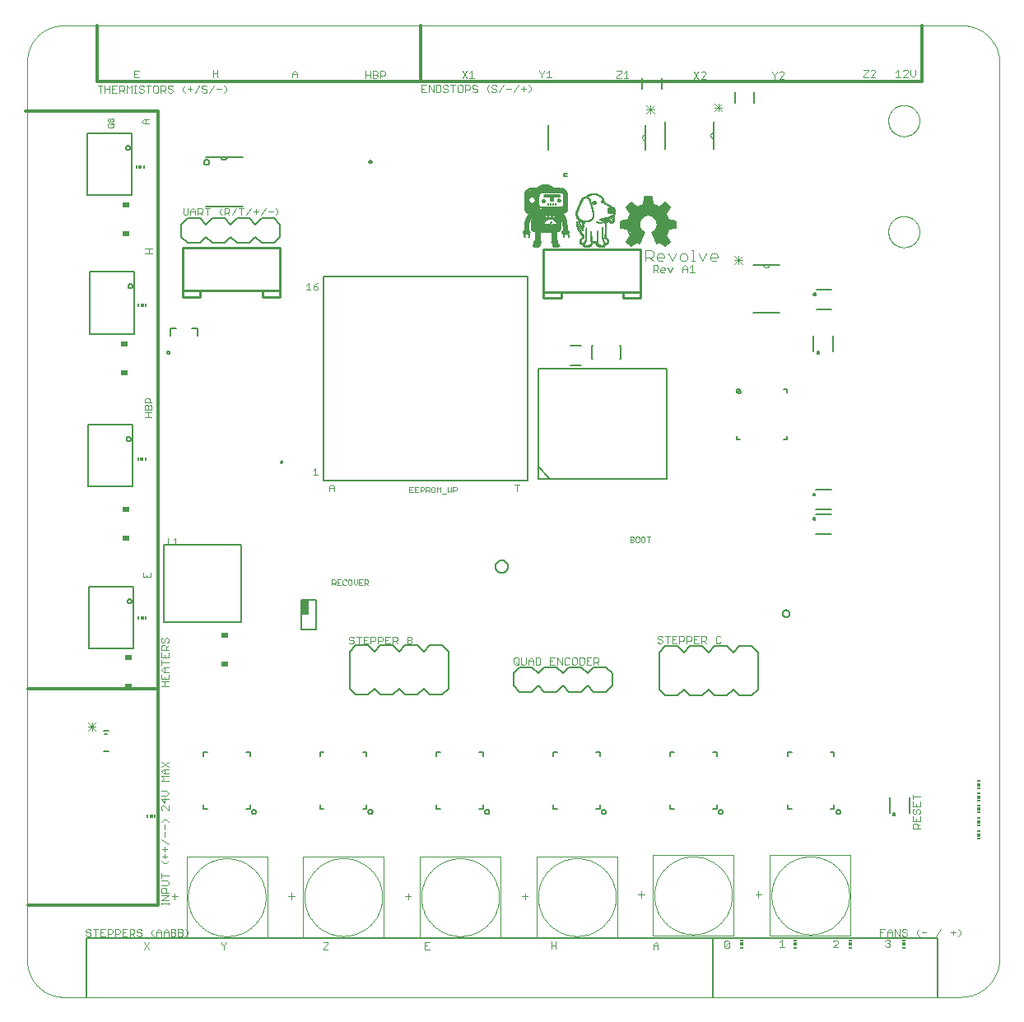
<source format=gto>
G75*
%MOIN*%
%OFA0B0*%
%FSLAX25Y25*%
%IPPOS*%
%LPD*%
%AMOC8*
5,1,8,0,0,1.08239X$1,22.5*
%
%ADD10C,0.00000*%
%ADD11C,0.00200*%
%ADD12C,0.00400*%
%ADD13C,0.00591*%
%ADD14C,0.00300*%
%ADD15C,0.01181*%
%ADD16R,0.01181X0.00591*%
%ADD17R,0.01181X0.01181*%
%ADD18R,0.00591X0.01181*%
%ADD19C,0.00600*%
%ADD20R,0.14400X0.00800*%
%ADD21R,0.00600X0.00900*%
%ADD22R,0.02953X0.01969*%
%ADD23C,0.00500*%
%ADD24C,0.00394*%
%ADD25C,0.00800*%
%ADD26R,0.02756X0.05906*%
%ADD27C,0.01000*%
%ADD28C,0.00004*%
D10*
X0040190Y0042303D02*
X0404363Y0042303D01*
X0404744Y0042308D01*
X0405124Y0042321D01*
X0405504Y0042344D01*
X0405883Y0042377D01*
X0406261Y0042418D01*
X0406638Y0042468D01*
X0407014Y0042528D01*
X0407389Y0042596D01*
X0407761Y0042674D01*
X0408132Y0042761D01*
X0408500Y0042856D01*
X0408866Y0042961D01*
X0409229Y0043074D01*
X0409590Y0043196D01*
X0409947Y0043326D01*
X0410301Y0043466D01*
X0410652Y0043613D01*
X0410999Y0043770D01*
X0411342Y0043934D01*
X0411681Y0044107D01*
X0412016Y0044288D01*
X0412347Y0044477D01*
X0412672Y0044674D01*
X0412993Y0044878D01*
X0413309Y0045091D01*
X0413619Y0045311D01*
X0413925Y0045538D01*
X0414224Y0045773D01*
X0414518Y0046015D01*
X0414806Y0046263D01*
X0415088Y0046519D01*
X0415363Y0046782D01*
X0415632Y0047051D01*
X0415895Y0047326D01*
X0416151Y0047608D01*
X0416399Y0047896D01*
X0416641Y0048190D01*
X0416876Y0048489D01*
X0417103Y0048795D01*
X0417323Y0049105D01*
X0417536Y0049421D01*
X0417740Y0049742D01*
X0417937Y0050067D01*
X0418126Y0050398D01*
X0418307Y0050733D01*
X0418480Y0051072D01*
X0418644Y0051415D01*
X0418801Y0051762D01*
X0418948Y0052113D01*
X0419088Y0052467D01*
X0419218Y0052824D01*
X0419340Y0053185D01*
X0419453Y0053548D01*
X0419558Y0053914D01*
X0419653Y0054282D01*
X0419740Y0054653D01*
X0419818Y0055025D01*
X0419886Y0055400D01*
X0419946Y0055776D01*
X0419996Y0056153D01*
X0420037Y0056531D01*
X0420070Y0056910D01*
X0420093Y0057290D01*
X0420106Y0057670D01*
X0420111Y0058051D01*
X0420111Y0420256D01*
X0420112Y0420256D02*
X0420117Y0420623D01*
X0420113Y0420989D01*
X0420101Y0421355D01*
X0420079Y0421721D01*
X0420049Y0422086D01*
X0420010Y0422451D01*
X0419962Y0422814D01*
X0419905Y0423176D01*
X0419840Y0423536D01*
X0419766Y0423895D01*
X0419683Y0424252D01*
X0419592Y0424607D01*
X0419492Y0424960D01*
X0419383Y0425310D01*
X0419266Y0425657D01*
X0419141Y0426001D01*
X0419008Y0426343D01*
X0418866Y0426681D01*
X0418716Y0427015D01*
X0418559Y0427346D01*
X0418393Y0427672D01*
X0418219Y0427995D01*
X0418038Y0428313D01*
X0417849Y0428627D01*
X0417652Y0428937D01*
X0417448Y0429241D01*
X0417237Y0429540D01*
X0417019Y0429835D01*
X0416793Y0430124D01*
X0416561Y0430407D01*
X0416322Y0430684D01*
X0416076Y0430956D01*
X0415824Y0431222D01*
X0415565Y0431482D01*
X0415300Y0431735D01*
X0415029Y0431982D01*
X0414753Y0432222D01*
X0414470Y0432455D01*
X0414182Y0432682D01*
X0413889Y0432901D01*
X0413590Y0433113D01*
X0413286Y0433318D01*
X0412978Y0433516D01*
X0412665Y0433706D01*
X0412347Y0433889D01*
X0412025Y0434063D01*
X0411699Y0434230D01*
X0411368Y0434389D01*
X0411035Y0434540D01*
X0410697Y0434683D01*
X0410356Y0434818D01*
X0410012Y0434944D01*
X0409666Y0435062D01*
X0409316Y0435172D01*
X0408964Y0435273D01*
X0408609Y0435366D01*
X0408253Y0435450D01*
X0407894Y0435525D01*
X0407534Y0435592D01*
X0407172Y0435650D01*
X0406809Y0435699D01*
X0406445Y0435740D01*
X0406080Y0435771D01*
X0405714Y0435794D01*
X0405348Y0435808D01*
X0405347Y0435807D02*
X0039993Y0435807D01*
X0039641Y0435779D01*
X0039290Y0435742D01*
X0038940Y0435697D01*
X0038591Y0435644D01*
X0038244Y0435582D01*
X0037898Y0435512D01*
X0037554Y0435433D01*
X0037212Y0435346D01*
X0036873Y0435251D01*
X0036535Y0435148D01*
X0036201Y0435037D01*
X0035869Y0434917D01*
X0035540Y0434790D01*
X0035214Y0434654D01*
X0034891Y0434511D01*
X0034572Y0434360D01*
X0034257Y0434202D01*
X0033946Y0434035D01*
X0033639Y0433862D01*
X0033336Y0433681D01*
X0033038Y0433493D01*
X0032744Y0433297D01*
X0032455Y0433095D01*
X0032171Y0432885D01*
X0031892Y0432669D01*
X0031619Y0432446D01*
X0031351Y0432217D01*
X0031088Y0431981D01*
X0030831Y0431739D01*
X0030581Y0431491D01*
X0030336Y0431237D01*
X0030098Y0430976D01*
X0029866Y0430711D01*
X0029640Y0430439D01*
X0029421Y0430163D01*
X0029209Y0429881D01*
X0029003Y0429594D01*
X0028805Y0429302D01*
X0028614Y0429006D01*
X0028430Y0428705D01*
X0028253Y0428399D01*
X0028084Y0428090D01*
X0027922Y0427776D01*
X0027768Y0427459D01*
X0027621Y0427138D01*
X0027483Y0426814D01*
X0027352Y0426486D01*
X0027229Y0426155D01*
X0027114Y0425821D01*
X0027008Y0425485D01*
X0026909Y0425146D01*
X0026819Y0424805D01*
X0026737Y0424462D01*
X0026663Y0424117D01*
X0026598Y0423770D01*
X0026541Y0423422D01*
X0026492Y0423073D01*
X0026452Y0422722D01*
X0026421Y0422371D01*
X0026398Y0422019D01*
X0026383Y0421666D01*
X0026377Y0421313D01*
X0026380Y0420961D01*
X0026391Y0420608D01*
X0026410Y0420256D01*
X0026410Y0058051D01*
X0026390Y0057694D01*
X0026379Y0057337D01*
X0026377Y0056979D01*
X0026384Y0056622D01*
X0026399Y0056264D01*
X0026422Y0055908D01*
X0026455Y0055552D01*
X0026496Y0055196D01*
X0026545Y0054842D01*
X0026603Y0054489D01*
X0026670Y0054138D01*
X0026745Y0053788D01*
X0026828Y0053441D01*
X0026920Y0053095D01*
X0027020Y0052752D01*
X0027129Y0052411D01*
X0027245Y0052073D01*
X0027370Y0051738D01*
X0027503Y0051406D01*
X0027644Y0051077D01*
X0027792Y0050752D01*
X0027949Y0050431D01*
X0028113Y0050113D01*
X0028285Y0049799D01*
X0028464Y0049490D01*
X0028651Y0049185D01*
X0028845Y0048885D01*
X0029046Y0048589D01*
X0029255Y0048299D01*
X0029470Y0048013D01*
X0029692Y0047733D01*
X0029921Y0047458D01*
X0030157Y0047189D01*
X0030399Y0046926D01*
X0030647Y0046669D01*
X0030901Y0046417D01*
X0031161Y0046172D01*
X0031428Y0045933D01*
X0031700Y0045701D01*
X0031977Y0045475D01*
X0032260Y0045257D01*
X0032548Y0045045D01*
X0032841Y0044840D01*
X0033139Y0044642D01*
X0033441Y0044451D01*
X0033748Y0044268D01*
X0034060Y0044092D01*
X0034375Y0043924D01*
X0034695Y0043764D01*
X0035018Y0043611D01*
X0035345Y0043466D01*
X0035675Y0043330D01*
X0036009Y0043201D01*
X0036346Y0043080D01*
X0036685Y0042967D01*
X0037027Y0042863D01*
X0037371Y0042767D01*
X0037718Y0042679D01*
X0038067Y0042600D01*
X0038417Y0042529D01*
X0038769Y0042467D01*
X0039123Y0042413D01*
X0039478Y0042368D01*
X0039833Y0042331D01*
X0040190Y0042303D01*
X0324423Y0338914D02*
X0324425Y0338845D01*
X0324431Y0338777D01*
X0324441Y0338709D01*
X0324454Y0338642D01*
X0324472Y0338576D01*
X0324493Y0338511D01*
X0324518Y0338447D01*
X0324546Y0338385D01*
X0324578Y0338324D01*
X0324613Y0338265D01*
X0324652Y0338209D01*
X0324694Y0338154D01*
X0324739Y0338103D01*
X0324787Y0338053D01*
X0324837Y0338007D01*
X0324890Y0337964D01*
X0324946Y0337923D01*
X0325003Y0337886D01*
X0325063Y0337853D01*
X0325125Y0337822D01*
X0325188Y0337796D01*
X0325252Y0337773D01*
X0325318Y0337753D01*
X0325385Y0337738D01*
X0325452Y0337726D01*
X0325520Y0337718D01*
X0325589Y0337714D01*
X0325657Y0337714D01*
X0325726Y0337718D01*
X0325794Y0337726D01*
X0325861Y0337738D01*
X0325928Y0337753D01*
X0325994Y0337773D01*
X0326058Y0337796D01*
X0326121Y0337822D01*
X0326183Y0337853D01*
X0326243Y0337886D01*
X0326300Y0337923D01*
X0326356Y0337964D01*
X0326409Y0338007D01*
X0326459Y0338053D01*
X0326507Y0338103D01*
X0326552Y0338154D01*
X0326594Y0338209D01*
X0326633Y0338265D01*
X0326668Y0338324D01*
X0326700Y0338385D01*
X0326728Y0338447D01*
X0326753Y0338511D01*
X0326774Y0338576D01*
X0326792Y0338642D01*
X0326805Y0338709D01*
X0326815Y0338777D01*
X0326821Y0338845D01*
X0326823Y0338914D01*
X0375072Y0352264D02*
X0375074Y0352422D01*
X0375080Y0352580D01*
X0375090Y0352738D01*
X0375104Y0352896D01*
X0375122Y0353053D01*
X0375143Y0353210D01*
X0375169Y0353366D01*
X0375199Y0353522D01*
X0375232Y0353677D01*
X0375270Y0353830D01*
X0375311Y0353983D01*
X0375356Y0354135D01*
X0375405Y0354286D01*
X0375458Y0354435D01*
X0375514Y0354583D01*
X0375574Y0354729D01*
X0375638Y0354874D01*
X0375706Y0355017D01*
X0375777Y0355159D01*
X0375851Y0355299D01*
X0375929Y0355436D01*
X0376011Y0355572D01*
X0376095Y0355706D01*
X0376184Y0355837D01*
X0376275Y0355966D01*
X0376370Y0356093D01*
X0376467Y0356218D01*
X0376568Y0356340D01*
X0376672Y0356459D01*
X0376779Y0356576D01*
X0376889Y0356690D01*
X0377002Y0356801D01*
X0377117Y0356910D01*
X0377235Y0357015D01*
X0377356Y0357117D01*
X0377479Y0357217D01*
X0377605Y0357313D01*
X0377733Y0357406D01*
X0377863Y0357496D01*
X0377996Y0357582D01*
X0378131Y0357666D01*
X0378267Y0357745D01*
X0378406Y0357822D01*
X0378547Y0357894D01*
X0378689Y0357964D01*
X0378833Y0358029D01*
X0378979Y0358091D01*
X0379126Y0358149D01*
X0379275Y0358204D01*
X0379425Y0358255D01*
X0379576Y0358302D01*
X0379728Y0358345D01*
X0379881Y0358384D01*
X0380036Y0358420D01*
X0380191Y0358451D01*
X0380347Y0358479D01*
X0380503Y0358503D01*
X0380660Y0358523D01*
X0380818Y0358539D01*
X0380975Y0358551D01*
X0381134Y0358559D01*
X0381292Y0358563D01*
X0381450Y0358563D01*
X0381608Y0358559D01*
X0381767Y0358551D01*
X0381924Y0358539D01*
X0382082Y0358523D01*
X0382239Y0358503D01*
X0382395Y0358479D01*
X0382551Y0358451D01*
X0382706Y0358420D01*
X0382861Y0358384D01*
X0383014Y0358345D01*
X0383166Y0358302D01*
X0383317Y0358255D01*
X0383467Y0358204D01*
X0383616Y0358149D01*
X0383763Y0358091D01*
X0383909Y0358029D01*
X0384053Y0357964D01*
X0384195Y0357894D01*
X0384336Y0357822D01*
X0384475Y0357745D01*
X0384611Y0357666D01*
X0384746Y0357582D01*
X0384879Y0357496D01*
X0385009Y0357406D01*
X0385137Y0357313D01*
X0385263Y0357217D01*
X0385386Y0357117D01*
X0385507Y0357015D01*
X0385625Y0356910D01*
X0385740Y0356801D01*
X0385853Y0356690D01*
X0385963Y0356576D01*
X0386070Y0356459D01*
X0386174Y0356340D01*
X0386275Y0356218D01*
X0386372Y0356093D01*
X0386467Y0355966D01*
X0386558Y0355837D01*
X0386647Y0355706D01*
X0386731Y0355572D01*
X0386813Y0355436D01*
X0386891Y0355299D01*
X0386965Y0355159D01*
X0387036Y0355017D01*
X0387104Y0354874D01*
X0387168Y0354729D01*
X0387228Y0354583D01*
X0387284Y0354435D01*
X0387337Y0354286D01*
X0387386Y0354135D01*
X0387431Y0353983D01*
X0387472Y0353830D01*
X0387510Y0353677D01*
X0387543Y0353522D01*
X0387573Y0353366D01*
X0387599Y0353210D01*
X0387620Y0353053D01*
X0387638Y0352896D01*
X0387652Y0352738D01*
X0387662Y0352580D01*
X0387668Y0352422D01*
X0387670Y0352264D01*
X0387668Y0352106D01*
X0387662Y0351948D01*
X0387652Y0351790D01*
X0387638Y0351632D01*
X0387620Y0351475D01*
X0387599Y0351318D01*
X0387573Y0351162D01*
X0387543Y0351006D01*
X0387510Y0350851D01*
X0387472Y0350698D01*
X0387431Y0350545D01*
X0387386Y0350393D01*
X0387337Y0350242D01*
X0387284Y0350093D01*
X0387228Y0349945D01*
X0387168Y0349799D01*
X0387104Y0349654D01*
X0387036Y0349511D01*
X0386965Y0349369D01*
X0386891Y0349229D01*
X0386813Y0349092D01*
X0386731Y0348956D01*
X0386647Y0348822D01*
X0386558Y0348691D01*
X0386467Y0348562D01*
X0386372Y0348435D01*
X0386275Y0348310D01*
X0386174Y0348188D01*
X0386070Y0348069D01*
X0385963Y0347952D01*
X0385853Y0347838D01*
X0385740Y0347727D01*
X0385625Y0347618D01*
X0385507Y0347513D01*
X0385386Y0347411D01*
X0385263Y0347311D01*
X0385137Y0347215D01*
X0385009Y0347122D01*
X0384879Y0347032D01*
X0384746Y0346946D01*
X0384611Y0346862D01*
X0384475Y0346783D01*
X0384336Y0346706D01*
X0384195Y0346634D01*
X0384053Y0346564D01*
X0383909Y0346499D01*
X0383763Y0346437D01*
X0383616Y0346379D01*
X0383467Y0346324D01*
X0383317Y0346273D01*
X0383166Y0346226D01*
X0383014Y0346183D01*
X0382861Y0346144D01*
X0382706Y0346108D01*
X0382551Y0346077D01*
X0382395Y0346049D01*
X0382239Y0346025D01*
X0382082Y0346005D01*
X0381924Y0345989D01*
X0381767Y0345977D01*
X0381608Y0345969D01*
X0381450Y0345965D01*
X0381292Y0345965D01*
X0381134Y0345969D01*
X0380975Y0345977D01*
X0380818Y0345989D01*
X0380660Y0346005D01*
X0380503Y0346025D01*
X0380347Y0346049D01*
X0380191Y0346077D01*
X0380036Y0346108D01*
X0379881Y0346144D01*
X0379728Y0346183D01*
X0379576Y0346226D01*
X0379425Y0346273D01*
X0379275Y0346324D01*
X0379126Y0346379D01*
X0378979Y0346437D01*
X0378833Y0346499D01*
X0378689Y0346564D01*
X0378547Y0346634D01*
X0378406Y0346706D01*
X0378267Y0346783D01*
X0378131Y0346862D01*
X0377996Y0346946D01*
X0377863Y0347032D01*
X0377733Y0347122D01*
X0377605Y0347215D01*
X0377479Y0347311D01*
X0377356Y0347411D01*
X0377235Y0347513D01*
X0377117Y0347618D01*
X0377002Y0347727D01*
X0376889Y0347838D01*
X0376779Y0347952D01*
X0376672Y0348069D01*
X0376568Y0348188D01*
X0376467Y0348310D01*
X0376370Y0348435D01*
X0376275Y0348562D01*
X0376184Y0348691D01*
X0376095Y0348822D01*
X0376011Y0348956D01*
X0375929Y0349092D01*
X0375851Y0349229D01*
X0375777Y0349369D01*
X0375706Y0349511D01*
X0375638Y0349654D01*
X0375574Y0349799D01*
X0375514Y0349945D01*
X0375458Y0350093D01*
X0375405Y0350242D01*
X0375356Y0350393D01*
X0375311Y0350545D01*
X0375270Y0350698D01*
X0375232Y0350851D01*
X0375199Y0351006D01*
X0375169Y0351162D01*
X0375143Y0351318D01*
X0375122Y0351475D01*
X0375104Y0351632D01*
X0375090Y0351790D01*
X0375080Y0351948D01*
X0375074Y0352106D01*
X0375072Y0352264D01*
X0375072Y0397264D02*
X0375074Y0397422D01*
X0375080Y0397580D01*
X0375090Y0397738D01*
X0375104Y0397896D01*
X0375122Y0398053D01*
X0375143Y0398210D01*
X0375169Y0398366D01*
X0375199Y0398522D01*
X0375232Y0398677D01*
X0375270Y0398830D01*
X0375311Y0398983D01*
X0375356Y0399135D01*
X0375405Y0399286D01*
X0375458Y0399435D01*
X0375514Y0399583D01*
X0375574Y0399729D01*
X0375638Y0399874D01*
X0375706Y0400017D01*
X0375777Y0400159D01*
X0375851Y0400299D01*
X0375929Y0400436D01*
X0376011Y0400572D01*
X0376095Y0400706D01*
X0376184Y0400837D01*
X0376275Y0400966D01*
X0376370Y0401093D01*
X0376467Y0401218D01*
X0376568Y0401340D01*
X0376672Y0401459D01*
X0376779Y0401576D01*
X0376889Y0401690D01*
X0377002Y0401801D01*
X0377117Y0401910D01*
X0377235Y0402015D01*
X0377356Y0402117D01*
X0377479Y0402217D01*
X0377605Y0402313D01*
X0377733Y0402406D01*
X0377863Y0402496D01*
X0377996Y0402582D01*
X0378131Y0402666D01*
X0378267Y0402745D01*
X0378406Y0402822D01*
X0378547Y0402894D01*
X0378689Y0402964D01*
X0378833Y0403029D01*
X0378979Y0403091D01*
X0379126Y0403149D01*
X0379275Y0403204D01*
X0379425Y0403255D01*
X0379576Y0403302D01*
X0379728Y0403345D01*
X0379881Y0403384D01*
X0380036Y0403420D01*
X0380191Y0403451D01*
X0380347Y0403479D01*
X0380503Y0403503D01*
X0380660Y0403523D01*
X0380818Y0403539D01*
X0380975Y0403551D01*
X0381134Y0403559D01*
X0381292Y0403563D01*
X0381450Y0403563D01*
X0381608Y0403559D01*
X0381767Y0403551D01*
X0381924Y0403539D01*
X0382082Y0403523D01*
X0382239Y0403503D01*
X0382395Y0403479D01*
X0382551Y0403451D01*
X0382706Y0403420D01*
X0382861Y0403384D01*
X0383014Y0403345D01*
X0383166Y0403302D01*
X0383317Y0403255D01*
X0383467Y0403204D01*
X0383616Y0403149D01*
X0383763Y0403091D01*
X0383909Y0403029D01*
X0384053Y0402964D01*
X0384195Y0402894D01*
X0384336Y0402822D01*
X0384475Y0402745D01*
X0384611Y0402666D01*
X0384746Y0402582D01*
X0384879Y0402496D01*
X0385009Y0402406D01*
X0385137Y0402313D01*
X0385263Y0402217D01*
X0385386Y0402117D01*
X0385507Y0402015D01*
X0385625Y0401910D01*
X0385740Y0401801D01*
X0385853Y0401690D01*
X0385963Y0401576D01*
X0386070Y0401459D01*
X0386174Y0401340D01*
X0386275Y0401218D01*
X0386372Y0401093D01*
X0386467Y0400966D01*
X0386558Y0400837D01*
X0386647Y0400706D01*
X0386731Y0400572D01*
X0386813Y0400436D01*
X0386891Y0400299D01*
X0386965Y0400159D01*
X0387036Y0400017D01*
X0387104Y0399874D01*
X0387168Y0399729D01*
X0387228Y0399583D01*
X0387284Y0399435D01*
X0387337Y0399286D01*
X0387386Y0399135D01*
X0387431Y0398983D01*
X0387472Y0398830D01*
X0387510Y0398677D01*
X0387543Y0398522D01*
X0387573Y0398366D01*
X0387599Y0398210D01*
X0387620Y0398053D01*
X0387638Y0397896D01*
X0387652Y0397738D01*
X0387662Y0397580D01*
X0387668Y0397422D01*
X0387670Y0397264D01*
X0387668Y0397106D01*
X0387662Y0396948D01*
X0387652Y0396790D01*
X0387638Y0396632D01*
X0387620Y0396475D01*
X0387599Y0396318D01*
X0387573Y0396162D01*
X0387543Y0396006D01*
X0387510Y0395851D01*
X0387472Y0395698D01*
X0387431Y0395545D01*
X0387386Y0395393D01*
X0387337Y0395242D01*
X0387284Y0395093D01*
X0387228Y0394945D01*
X0387168Y0394799D01*
X0387104Y0394654D01*
X0387036Y0394511D01*
X0386965Y0394369D01*
X0386891Y0394229D01*
X0386813Y0394092D01*
X0386731Y0393956D01*
X0386647Y0393822D01*
X0386558Y0393691D01*
X0386467Y0393562D01*
X0386372Y0393435D01*
X0386275Y0393310D01*
X0386174Y0393188D01*
X0386070Y0393069D01*
X0385963Y0392952D01*
X0385853Y0392838D01*
X0385740Y0392727D01*
X0385625Y0392618D01*
X0385507Y0392513D01*
X0385386Y0392411D01*
X0385263Y0392311D01*
X0385137Y0392215D01*
X0385009Y0392122D01*
X0384879Y0392032D01*
X0384746Y0391946D01*
X0384611Y0391862D01*
X0384475Y0391783D01*
X0384336Y0391706D01*
X0384195Y0391634D01*
X0384053Y0391564D01*
X0383909Y0391499D01*
X0383763Y0391437D01*
X0383616Y0391379D01*
X0383467Y0391324D01*
X0383317Y0391273D01*
X0383166Y0391226D01*
X0383014Y0391183D01*
X0382861Y0391144D01*
X0382706Y0391108D01*
X0382551Y0391077D01*
X0382395Y0391049D01*
X0382239Y0391025D01*
X0382082Y0391005D01*
X0381924Y0390989D01*
X0381767Y0390977D01*
X0381608Y0390969D01*
X0381450Y0390965D01*
X0381292Y0390965D01*
X0381134Y0390969D01*
X0380975Y0390977D01*
X0380818Y0390989D01*
X0380660Y0391005D01*
X0380503Y0391025D01*
X0380347Y0391049D01*
X0380191Y0391077D01*
X0380036Y0391108D01*
X0379881Y0391144D01*
X0379728Y0391183D01*
X0379576Y0391226D01*
X0379425Y0391273D01*
X0379275Y0391324D01*
X0379126Y0391379D01*
X0378979Y0391437D01*
X0378833Y0391499D01*
X0378689Y0391564D01*
X0378547Y0391634D01*
X0378406Y0391706D01*
X0378267Y0391783D01*
X0378131Y0391862D01*
X0377996Y0391946D01*
X0377863Y0392032D01*
X0377733Y0392122D01*
X0377605Y0392215D01*
X0377479Y0392311D01*
X0377356Y0392411D01*
X0377235Y0392513D01*
X0377117Y0392618D01*
X0377002Y0392727D01*
X0376889Y0392838D01*
X0376779Y0392952D01*
X0376672Y0393069D01*
X0376568Y0393188D01*
X0376467Y0393310D01*
X0376370Y0393435D01*
X0376275Y0393562D01*
X0376184Y0393691D01*
X0376095Y0393822D01*
X0376011Y0393956D01*
X0375929Y0394092D01*
X0375851Y0394229D01*
X0375777Y0394369D01*
X0375706Y0394511D01*
X0375638Y0394654D01*
X0375574Y0394799D01*
X0375514Y0394945D01*
X0375458Y0395093D01*
X0375405Y0395242D01*
X0375356Y0395393D01*
X0375311Y0395545D01*
X0375270Y0395698D01*
X0375232Y0395851D01*
X0375199Y0396006D01*
X0375169Y0396162D01*
X0375143Y0396318D01*
X0375122Y0396475D01*
X0375104Y0396632D01*
X0375090Y0396790D01*
X0375080Y0396948D01*
X0375074Y0397106D01*
X0375072Y0397264D01*
X0304320Y0392519D02*
X0304251Y0392517D01*
X0304183Y0392511D01*
X0304115Y0392501D01*
X0304048Y0392488D01*
X0303982Y0392470D01*
X0303917Y0392449D01*
X0303853Y0392424D01*
X0303791Y0392396D01*
X0303730Y0392364D01*
X0303671Y0392329D01*
X0303615Y0392290D01*
X0303560Y0392248D01*
X0303509Y0392203D01*
X0303459Y0392155D01*
X0303413Y0392105D01*
X0303370Y0392052D01*
X0303329Y0391996D01*
X0303292Y0391939D01*
X0303259Y0391879D01*
X0303228Y0391817D01*
X0303202Y0391754D01*
X0303179Y0391690D01*
X0303159Y0391624D01*
X0303144Y0391557D01*
X0303132Y0391490D01*
X0303124Y0391422D01*
X0303120Y0391353D01*
X0303120Y0391285D01*
X0303124Y0391216D01*
X0303132Y0391148D01*
X0303144Y0391081D01*
X0303159Y0391014D01*
X0303179Y0390948D01*
X0303202Y0390884D01*
X0303228Y0390821D01*
X0303259Y0390759D01*
X0303292Y0390699D01*
X0303329Y0390642D01*
X0303370Y0390586D01*
X0303413Y0390533D01*
X0303459Y0390483D01*
X0303509Y0390435D01*
X0303560Y0390390D01*
X0303615Y0390348D01*
X0303671Y0390309D01*
X0303730Y0390274D01*
X0303791Y0390242D01*
X0303853Y0390214D01*
X0303917Y0390189D01*
X0303982Y0390168D01*
X0304048Y0390150D01*
X0304115Y0390137D01*
X0304183Y0390127D01*
X0304251Y0390121D01*
X0304320Y0390119D01*
X0276622Y0389272D02*
X0276553Y0389274D01*
X0276485Y0389280D01*
X0276417Y0389290D01*
X0276350Y0389303D01*
X0276284Y0389321D01*
X0276219Y0389342D01*
X0276155Y0389367D01*
X0276093Y0389395D01*
X0276032Y0389427D01*
X0275973Y0389462D01*
X0275917Y0389501D01*
X0275862Y0389543D01*
X0275811Y0389588D01*
X0275761Y0389636D01*
X0275715Y0389686D01*
X0275672Y0389739D01*
X0275631Y0389795D01*
X0275594Y0389852D01*
X0275561Y0389912D01*
X0275530Y0389974D01*
X0275504Y0390037D01*
X0275481Y0390101D01*
X0275461Y0390167D01*
X0275446Y0390234D01*
X0275434Y0390301D01*
X0275426Y0390369D01*
X0275422Y0390438D01*
X0275422Y0390506D01*
X0275426Y0390575D01*
X0275434Y0390643D01*
X0275446Y0390710D01*
X0275461Y0390777D01*
X0275481Y0390843D01*
X0275504Y0390907D01*
X0275530Y0390970D01*
X0275561Y0391032D01*
X0275594Y0391092D01*
X0275631Y0391149D01*
X0275672Y0391205D01*
X0275715Y0391258D01*
X0275761Y0391308D01*
X0275811Y0391356D01*
X0275862Y0391401D01*
X0275917Y0391443D01*
X0275973Y0391482D01*
X0276032Y0391517D01*
X0276093Y0391549D01*
X0276155Y0391577D01*
X0276219Y0391602D01*
X0276284Y0391623D01*
X0276350Y0391641D01*
X0276417Y0391654D01*
X0276485Y0391664D01*
X0276553Y0391670D01*
X0276622Y0391672D01*
D11*
X0199948Y0248874D02*
X0200315Y0248507D01*
X0200315Y0247773D01*
X0199948Y0247406D01*
X0198848Y0247406D01*
X0198848Y0246672D02*
X0198848Y0248874D01*
X0199948Y0248874D01*
X0198106Y0248874D02*
X0198106Y0246672D01*
X0197372Y0247406D01*
X0196638Y0246672D01*
X0196638Y0248874D01*
X0195896Y0246305D02*
X0194428Y0246305D01*
X0193686Y0246672D02*
X0193686Y0248874D01*
X0192952Y0248140D01*
X0192218Y0248874D01*
X0192218Y0246672D01*
X0191476Y0247039D02*
X0191476Y0248507D01*
X0191109Y0248874D01*
X0190375Y0248874D01*
X0190008Y0248507D01*
X0190008Y0247039D01*
X0190375Y0246672D01*
X0191109Y0246672D01*
X0191476Y0247039D01*
X0189266Y0246672D02*
X0188532Y0247406D01*
X0188899Y0247406D02*
X0187798Y0247406D01*
X0187798Y0246672D02*
X0187798Y0248874D01*
X0188899Y0248874D01*
X0189266Y0248507D01*
X0189266Y0247773D01*
X0188899Y0247406D01*
X0187056Y0247773D02*
X0186689Y0247406D01*
X0185588Y0247406D01*
X0185588Y0246672D02*
X0185588Y0248874D01*
X0186689Y0248874D01*
X0187056Y0248507D01*
X0187056Y0247773D01*
X0184846Y0246672D02*
X0183378Y0246672D01*
X0183378Y0248874D01*
X0184846Y0248874D01*
X0184112Y0247773D02*
X0183378Y0247773D01*
X0182636Y0246672D02*
X0181168Y0246672D01*
X0181168Y0248874D01*
X0182636Y0248874D01*
X0181902Y0247773D02*
X0181168Y0247773D01*
X0164099Y0211337D02*
X0164466Y0210970D01*
X0164466Y0210236D01*
X0164099Y0209869D01*
X0162998Y0209869D01*
X0162998Y0209135D02*
X0162998Y0211337D01*
X0164099Y0211337D01*
X0163732Y0209869D02*
X0164466Y0209135D01*
X0162256Y0209135D02*
X0160788Y0209135D01*
X0160788Y0211337D01*
X0162256Y0211337D01*
X0161522Y0210236D02*
X0160788Y0210236D01*
X0160046Y0209869D02*
X0160046Y0211337D01*
X0160046Y0209869D02*
X0159312Y0209135D01*
X0158578Y0209869D01*
X0158578Y0211337D01*
X0157836Y0210970D02*
X0157469Y0211337D01*
X0156735Y0211337D01*
X0156368Y0210970D01*
X0156368Y0209502D01*
X0156735Y0209135D01*
X0157469Y0209135D01*
X0157836Y0209502D01*
X0157836Y0210970D01*
X0155626Y0210970D02*
X0155259Y0211337D01*
X0154525Y0211337D01*
X0154158Y0210970D01*
X0154158Y0209502D01*
X0154525Y0209135D01*
X0155259Y0209135D01*
X0155626Y0209502D01*
X0153416Y0209135D02*
X0151948Y0209135D01*
X0151948Y0211337D01*
X0153416Y0211337D01*
X0152682Y0210236D02*
X0151948Y0210236D01*
X0151206Y0210236D02*
X0150840Y0209869D01*
X0149739Y0209869D01*
X0150473Y0209869D02*
X0151206Y0209135D01*
X0151206Y0210236D02*
X0151206Y0210970D01*
X0150840Y0211337D01*
X0149739Y0211337D01*
X0149739Y0209135D01*
X0087078Y0225966D02*
X0085610Y0225966D01*
X0086344Y0225966D02*
X0086344Y0228168D01*
X0085610Y0227434D01*
X0084868Y0225966D02*
X0083400Y0225966D01*
X0083400Y0228168D01*
X0060824Y0394578D02*
X0061191Y0394945D01*
X0061191Y0395679D01*
X0060824Y0396046D01*
X0059356Y0396046D01*
X0058989Y0395679D01*
X0058989Y0394945D01*
X0059356Y0394578D01*
X0060824Y0394578D01*
X0060457Y0395312D02*
X0061191Y0396046D01*
X0060824Y0396788D02*
X0060457Y0396788D01*
X0060090Y0397155D01*
X0060090Y0397889D01*
X0060457Y0398256D01*
X0060824Y0398256D01*
X0061191Y0397889D01*
X0061191Y0397155D01*
X0060824Y0396788D01*
X0060090Y0397155D02*
X0059723Y0396788D01*
X0059356Y0396788D01*
X0058989Y0397155D01*
X0058989Y0397889D01*
X0059356Y0398256D01*
X0059723Y0398256D01*
X0060090Y0397889D01*
X0270605Y0228660D02*
X0270605Y0226458D01*
X0271706Y0226458D01*
X0272073Y0226825D01*
X0272073Y0227192D01*
X0271706Y0227559D01*
X0270605Y0227559D01*
X0271706Y0227559D02*
X0272073Y0227926D01*
X0272073Y0228293D01*
X0271706Y0228660D01*
X0270605Y0228660D01*
X0272815Y0228293D02*
X0272815Y0226825D01*
X0273182Y0226458D01*
X0273916Y0226458D01*
X0274283Y0226825D01*
X0274283Y0228293D01*
X0273916Y0228660D01*
X0273182Y0228660D01*
X0272815Y0228293D01*
X0275024Y0228293D02*
X0275024Y0226825D01*
X0275391Y0226458D01*
X0276125Y0226458D01*
X0276492Y0226825D01*
X0276492Y0228293D01*
X0276125Y0228660D01*
X0275391Y0228660D01*
X0275024Y0228293D01*
X0277234Y0228660D02*
X0278702Y0228660D01*
X0277968Y0228660D02*
X0277968Y0226458D01*
D12*
X0224634Y0247118D02*
X0224634Y0249920D01*
X0223700Y0249920D02*
X0225568Y0249920D01*
X0150568Y0248986D02*
X0150568Y0247118D01*
X0150568Y0248519D02*
X0148700Y0248519D01*
X0148700Y0248986D02*
X0149634Y0249920D01*
X0150568Y0248986D01*
X0148700Y0248986D02*
X0148700Y0247118D01*
X0144095Y0253718D02*
X0142227Y0253718D01*
X0143161Y0253718D02*
X0143161Y0256520D01*
X0142227Y0255586D01*
X0142694Y0328718D02*
X0143628Y0328718D01*
X0144095Y0329185D01*
X0144095Y0329652D01*
X0143628Y0330119D01*
X0142227Y0330119D01*
X0142227Y0329185D01*
X0142694Y0328718D01*
X0142227Y0330119D02*
X0143161Y0331053D01*
X0144095Y0331520D01*
X0140214Y0331520D02*
X0140214Y0328718D01*
X0139280Y0328718D02*
X0141148Y0328718D01*
X0139280Y0330586D02*
X0140214Y0331520D01*
X0276807Y0340338D02*
X0276807Y0344942D01*
X0279109Y0344942D01*
X0279876Y0344174D01*
X0279876Y0342640D01*
X0279109Y0341872D01*
X0276807Y0341872D01*
X0278342Y0341872D02*
X0279876Y0340338D01*
X0281411Y0341105D02*
X0281411Y0342640D01*
X0282178Y0343407D01*
X0283713Y0343407D01*
X0284480Y0342640D01*
X0284480Y0341872D01*
X0281411Y0341872D01*
X0281411Y0341105D02*
X0282178Y0340338D01*
X0283713Y0340338D01*
X0286015Y0343407D02*
X0287550Y0340338D01*
X0289084Y0343407D01*
X0290619Y0342640D02*
X0290619Y0341105D01*
X0291386Y0340338D01*
X0292921Y0340338D01*
X0293688Y0341105D01*
X0293688Y0342640D01*
X0292921Y0343407D01*
X0291386Y0343407D01*
X0290619Y0342640D01*
X0295223Y0344942D02*
X0295990Y0344942D01*
X0295990Y0340338D01*
X0295223Y0340338D02*
X0296757Y0340338D01*
X0299827Y0340338D02*
X0298292Y0343407D01*
X0301361Y0343407D02*
X0299827Y0340338D01*
X0302896Y0341105D02*
X0302896Y0342640D01*
X0303663Y0343407D01*
X0305198Y0343407D01*
X0305965Y0342640D01*
X0305965Y0341872D01*
X0302896Y0341872D01*
X0302896Y0341105D02*
X0303663Y0340338D01*
X0305198Y0340338D01*
D13*
X0303969Y0066122D02*
X0050229Y0066122D01*
X0050229Y0042303D01*
X0303969Y0042303D02*
X0303969Y0066122D01*
X0395111Y0066122D01*
X0395111Y0042303D01*
D14*
X0375256Y0062532D02*
X0374288Y0062532D01*
X0373804Y0063016D01*
X0374772Y0063983D02*
X0375256Y0063983D01*
X0375739Y0063499D01*
X0375739Y0063016D01*
X0375256Y0062532D01*
X0375256Y0063983D02*
X0375739Y0064467D01*
X0375739Y0064951D01*
X0375256Y0065434D01*
X0374288Y0065434D01*
X0373804Y0064951D01*
X0374782Y0066863D02*
X0374782Y0068798D01*
X0375750Y0069765D01*
X0376717Y0068798D01*
X0376717Y0066863D01*
X0377729Y0066863D02*
X0377729Y0069765D01*
X0379664Y0066863D01*
X0379664Y0069765D01*
X0380675Y0069281D02*
X0380675Y0068798D01*
X0381159Y0068314D01*
X0382127Y0068314D01*
X0382610Y0067830D01*
X0382610Y0067346D01*
X0382127Y0066863D01*
X0381159Y0066863D01*
X0380675Y0067346D01*
X0380675Y0069281D02*
X0381159Y0069765D01*
X0382127Y0069765D01*
X0382610Y0069281D01*
X0386568Y0068798D02*
X0387536Y0069765D01*
X0386568Y0068798D02*
X0386568Y0067830D01*
X0387536Y0066863D01*
X0388533Y0068314D02*
X0390468Y0068314D01*
X0394426Y0066863D02*
X0396361Y0069765D01*
X0400319Y0068314D02*
X0402254Y0068314D01*
X0401286Y0069281D02*
X0401286Y0067346D01*
X0403265Y0066863D02*
X0404233Y0067830D01*
X0404233Y0068798D01*
X0403265Y0069765D01*
X0376717Y0068314D02*
X0374782Y0068314D01*
X0373771Y0069765D02*
X0371836Y0069765D01*
X0371836Y0066863D01*
X0371836Y0068314D02*
X0372803Y0068314D01*
X0354676Y0064754D02*
X0354193Y0065238D01*
X0353225Y0065238D01*
X0352741Y0064754D01*
X0354676Y0064754D02*
X0354676Y0064270D01*
X0352741Y0062335D01*
X0354676Y0062335D01*
X0333023Y0062532D02*
X0331088Y0062532D01*
X0332055Y0062532D02*
X0332055Y0065434D01*
X0331088Y0064467D01*
X0322419Y0082568D02*
X0322419Y0084994D01*
X0321206Y0083781D02*
X0323633Y0083781D01*
X0310098Y0065041D02*
X0309131Y0065041D01*
X0308647Y0064557D01*
X0308647Y0062622D01*
X0310582Y0064557D01*
X0310582Y0062622D01*
X0310098Y0062138D01*
X0309131Y0062138D01*
X0308647Y0062622D01*
X0310582Y0064557D02*
X0310098Y0065041D01*
X0281842Y0063483D02*
X0281842Y0061548D01*
X0281842Y0062999D02*
X0279907Y0062999D01*
X0279907Y0063483D02*
X0280874Y0064450D01*
X0281842Y0063483D01*
X0279907Y0063483D02*
X0279907Y0061548D01*
X0274978Y0082568D02*
X0274978Y0084994D01*
X0273765Y0083781D02*
X0276192Y0083781D01*
X0240503Y0064647D02*
X0240503Y0061744D01*
X0240503Y0063196D02*
X0238568Y0063196D01*
X0238568Y0064647D02*
X0238568Y0061744D01*
X0227931Y0081879D02*
X0227931Y0084305D01*
X0226718Y0083092D02*
X0229144Y0083092D01*
X0189322Y0064450D02*
X0187387Y0064450D01*
X0187387Y0061548D01*
X0189322Y0061548D01*
X0188354Y0062999D02*
X0187387Y0062999D01*
X0180608Y0081859D02*
X0180608Y0084286D01*
X0179395Y0083072D02*
X0181822Y0083072D01*
X0148180Y0064450D02*
X0148180Y0063966D01*
X0146245Y0062031D01*
X0146245Y0061548D01*
X0148180Y0061548D01*
X0148180Y0064450D02*
X0146245Y0064450D01*
X0133325Y0081898D02*
X0133325Y0084325D01*
X0134538Y0083112D02*
X0132111Y0083112D01*
X0106842Y0064450D02*
X0106842Y0063966D01*
X0105874Y0062999D01*
X0105874Y0061548D01*
X0105874Y0062999D02*
X0104907Y0063966D01*
X0104907Y0064450D01*
X0091419Y0067830D02*
X0090451Y0066863D01*
X0089440Y0067346D02*
X0088956Y0066863D01*
X0087505Y0066863D01*
X0087505Y0069765D01*
X0088956Y0069765D01*
X0089440Y0069281D01*
X0089440Y0068798D01*
X0088956Y0068314D01*
X0087505Y0068314D01*
X0086493Y0068798D02*
X0086010Y0068314D01*
X0084558Y0068314D01*
X0083547Y0068314D02*
X0081612Y0068314D01*
X0081612Y0068798D02*
X0082579Y0069765D01*
X0083547Y0068798D01*
X0083547Y0066863D01*
X0084558Y0066863D02*
X0086010Y0066863D01*
X0086493Y0067346D01*
X0086493Y0067830D01*
X0086010Y0068314D01*
X0086493Y0068798D02*
X0086493Y0069281D01*
X0086010Y0069765D01*
X0084558Y0069765D01*
X0084558Y0066863D01*
X0081612Y0066863D02*
X0081612Y0068798D01*
X0080600Y0068798D02*
X0080600Y0066863D01*
X0080600Y0068314D02*
X0078665Y0068314D01*
X0078665Y0068798D02*
X0079633Y0069765D01*
X0080600Y0068798D01*
X0078665Y0068798D02*
X0078665Y0066863D01*
X0077668Y0066863D02*
X0076701Y0067830D01*
X0076701Y0068798D01*
X0077668Y0069765D01*
X0072743Y0069281D02*
X0072259Y0069765D01*
X0071292Y0069765D01*
X0070808Y0069281D01*
X0070808Y0068798D01*
X0071292Y0068314D01*
X0072259Y0068314D01*
X0072743Y0067830D01*
X0072743Y0067346D01*
X0072259Y0066863D01*
X0071292Y0066863D01*
X0070808Y0067346D01*
X0069796Y0066863D02*
X0068829Y0067830D01*
X0069313Y0067830D02*
X0067861Y0067830D01*
X0067861Y0066863D02*
X0067861Y0069765D01*
X0069313Y0069765D01*
X0069796Y0069281D01*
X0069796Y0068314D01*
X0069313Y0067830D01*
X0066850Y0066863D02*
X0064915Y0066863D01*
X0064915Y0069765D01*
X0066850Y0069765D01*
X0065882Y0068314D02*
X0064915Y0068314D01*
X0063903Y0068314D02*
X0063420Y0067830D01*
X0061968Y0067830D01*
X0061968Y0066863D02*
X0061968Y0069765D01*
X0063420Y0069765D01*
X0063903Y0069281D01*
X0063903Y0068314D01*
X0060957Y0068314D02*
X0060473Y0067830D01*
X0059022Y0067830D01*
X0059022Y0066863D02*
X0059022Y0069765D01*
X0060473Y0069765D01*
X0060957Y0069281D01*
X0060957Y0068314D01*
X0058010Y0069765D02*
X0056075Y0069765D01*
X0056075Y0066863D01*
X0058010Y0066863D01*
X0057043Y0068314D02*
X0056075Y0068314D01*
X0055064Y0069765D02*
X0053129Y0069765D01*
X0054096Y0069765D02*
X0054096Y0066863D01*
X0052117Y0067346D02*
X0051634Y0066863D01*
X0050666Y0066863D01*
X0050182Y0067346D01*
X0050666Y0068314D02*
X0051634Y0068314D01*
X0052117Y0067830D01*
X0052117Y0067346D01*
X0050666Y0068314D02*
X0050182Y0068798D01*
X0050182Y0069281D01*
X0050666Y0069765D01*
X0051634Y0069765D01*
X0052117Y0069281D01*
X0073804Y0064450D02*
X0075739Y0061548D01*
X0073804Y0061548D02*
X0075739Y0064450D01*
X0088956Y0068314D02*
X0089440Y0067830D01*
X0089440Y0067346D01*
X0091419Y0067830D02*
X0091419Y0068798D01*
X0090451Y0069765D01*
X0083544Y0079658D02*
X0083544Y0080625D01*
X0083544Y0080142D02*
X0080641Y0080142D01*
X0080641Y0080625D02*
X0080641Y0079658D01*
X0080641Y0081622D02*
X0083544Y0083557D01*
X0080641Y0083557D01*
X0080641Y0084569D02*
X0080641Y0086020D01*
X0081125Y0086504D01*
X0082092Y0086504D01*
X0082576Y0086020D01*
X0082576Y0084569D01*
X0083544Y0084569D02*
X0080641Y0084569D01*
X0080641Y0087515D02*
X0083060Y0087515D01*
X0083544Y0087999D01*
X0083544Y0088966D01*
X0083060Y0089450D01*
X0080641Y0089450D01*
X0080641Y0090462D02*
X0080641Y0092397D01*
X0080641Y0091429D02*
X0083544Y0091429D01*
X0082576Y0096355D02*
X0081609Y0096355D01*
X0080641Y0097322D01*
X0082092Y0098319D02*
X0082092Y0100254D01*
X0082092Y0101266D02*
X0082092Y0103201D01*
X0081125Y0102233D02*
X0083060Y0102233D01*
X0083544Y0104212D02*
X0080641Y0106147D01*
X0082092Y0107159D02*
X0082092Y0109094D01*
X0082092Y0110105D02*
X0082092Y0112040D01*
X0080641Y0113052D02*
X0081609Y0114019D01*
X0082576Y0114019D01*
X0083544Y0113052D01*
X0083544Y0117963D02*
X0081609Y0119898D01*
X0081125Y0119898D01*
X0080641Y0119414D01*
X0080641Y0118446D01*
X0081125Y0117963D01*
X0083544Y0117963D02*
X0083544Y0119898D01*
X0082092Y0120909D02*
X0082092Y0122844D01*
X0082576Y0123856D02*
X0080641Y0123856D01*
X0080641Y0122360D02*
X0082092Y0120909D01*
X0083544Y0122360D02*
X0080641Y0122360D01*
X0082576Y0123856D02*
X0083544Y0124823D01*
X0082576Y0125791D01*
X0080641Y0125791D01*
X0080641Y0129749D02*
X0081609Y0130716D01*
X0080641Y0131684D01*
X0083544Y0131684D01*
X0083544Y0132695D02*
X0081609Y0132695D01*
X0080641Y0133663D01*
X0081609Y0134630D01*
X0083544Y0134630D01*
X0083544Y0135642D02*
X0080641Y0137577D01*
X0080641Y0135642D02*
X0083544Y0137577D01*
X0082092Y0134630D02*
X0082092Y0132695D01*
X0080641Y0129749D02*
X0083544Y0129749D01*
X0083060Y0099287D02*
X0081125Y0099287D01*
X0083544Y0097322D02*
X0082576Y0096355D01*
X0086120Y0084266D02*
X0086120Y0081839D01*
X0084907Y0083053D02*
X0087333Y0083053D01*
X0083544Y0081622D02*
X0080641Y0081622D01*
X0054186Y0150180D02*
X0051050Y0153316D01*
X0051050Y0151748D02*
X0054186Y0151748D01*
X0054186Y0153316D02*
X0051050Y0150180D01*
X0052618Y0150180D02*
X0052618Y0153316D01*
X0080641Y0168044D02*
X0083544Y0168044D01*
X0082092Y0168044D02*
X0082092Y0169979D01*
X0082092Y0170990D02*
X0082092Y0171958D01*
X0080641Y0172925D02*
X0080641Y0170990D01*
X0083544Y0170990D01*
X0083544Y0172925D01*
X0083544Y0173937D02*
X0081609Y0173937D01*
X0080641Y0174904D01*
X0081609Y0175872D01*
X0083544Y0175872D01*
X0082092Y0175872D02*
X0082092Y0173937D01*
X0080641Y0176883D02*
X0080641Y0178818D01*
X0080641Y0177851D02*
X0083544Y0177851D01*
X0083544Y0179830D02*
X0080641Y0179830D01*
X0080641Y0181765D01*
X0080641Y0182776D02*
X0080641Y0184228D01*
X0081125Y0184711D01*
X0082092Y0184711D01*
X0082576Y0184228D01*
X0082576Y0182776D01*
X0083544Y0182776D02*
X0080641Y0182776D01*
X0082576Y0183744D02*
X0083544Y0184711D01*
X0083060Y0185723D02*
X0083544Y0186207D01*
X0083544Y0187174D01*
X0083060Y0187658D01*
X0082576Y0187658D01*
X0082092Y0187174D01*
X0082092Y0186207D01*
X0081609Y0185723D01*
X0081125Y0185723D01*
X0080641Y0186207D01*
X0080641Y0187174D01*
X0081125Y0187658D01*
X0083544Y0181765D02*
X0083544Y0179830D01*
X0082092Y0179830D02*
X0082092Y0180797D01*
X0080641Y0169979D02*
X0083544Y0169979D01*
X0076260Y0212335D02*
X0076260Y0214270D01*
X0074809Y0213303D02*
X0074809Y0212335D01*
X0073358Y0212335D02*
X0076260Y0212335D01*
X0073358Y0212335D02*
X0073358Y0214270D01*
X0073948Y0277099D02*
X0076851Y0277099D01*
X0075400Y0277099D02*
X0075400Y0279034D01*
X0075400Y0280045D02*
X0075400Y0281497D01*
X0075883Y0281980D01*
X0076367Y0281980D01*
X0076851Y0281497D01*
X0076851Y0280045D01*
X0073948Y0280045D01*
X0073948Y0281497D01*
X0074432Y0281980D01*
X0074916Y0281980D01*
X0075400Y0281497D01*
X0075883Y0282992D02*
X0075883Y0284443D01*
X0075400Y0284927D01*
X0074432Y0284927D01*
X0073948Y0284443D01*
X0073948Y0282992D01*
X0076851Y0282992D01*
X0076851Y0279034D02*
X0073948Y0279034D01*
X0074145Y0343437D02*
X0077048Y0343437D01*
X0075596Y0343437D02*
X0075596Y0345372D01*
X0074145Y0345372D02*
X0077048Y0345372D01*
X0090036Y0358989D02*
X0091004Y0358989D01*
X0091487Y0359472D01*
X0091487Y0361891D01*
X0092499Y0360924D02*
X0093466Y0361891D01*
X0094434Y0360924D01*
X0094434Y0358989D01*
X0095445Y0358989D02*
X0095445Y0361891D01*
X0096897Y0361891D01*
X0097380Y0361407D01*
X0097380Y0360440D01*
X0096897Y0359956D01*
X0095445Y0359956D01*
X0096413Y0359956D02*
X0097380Y0358989D01*
X0099359Y0358989D02*
X0099359Y0361891D01*
X0098392Y0361891D02*
X0100327Y0361891D01*
X0104285Y0360924D02*
X0105252Y0361891D01*
X0106249Y0361891D02*
X0107701Y0361891D01*
X0108184Y0361407D01*
X0108184Y0360440D01*
X0107701Y0359956D01*
X0106249Y0359956D01*
X0106249Y0358989D02*
X0106249Y0361891D01*
X0107217Y0359956D02*
X0108184Y0358989D01*
X0109196Y0358989D02*
X0111131Y0361891D01*
X0112142Y0361891D02*
X0114077Y0361891D01*
X0113110Y0361891D02*
X0113110Y0358989D01*
X0115089Y0358989D02*
X0117024Y0361891D01*
X0118035Y0360440D02*
X0119970Y0360440D01*
X0119003Y0361407D02*
X0119003Y0359472D01*
X0120982Y0358989D02*
X0122917Y0361891D01*
X0123928Y0360440D02*
X0125863Y0360440D01*
X0126875Y0361891D02*
X0127842Y0360924D01*
X0127842Y0359956D01*
X0126875Y0358989D01*
X0105252Y0358989D02*
X0104285Y0359956D01*
X0104285Y0360924D01*
X0094434Y0360440D02*
X0092499Y0360440D01*
X0092499Y0360924D02*
X0092499Y0358989D01*
X0090036Y0358989D02*
X0089552Y0359472D01*
X0089552Y0361891D01*
X0075670Y0395996D02*
X0073735Y0395996D01*
X0072767Y0396964D01*
X0073735Y0397931D01*
X0075670Y0397931D01*
X0074218Y0397931D02*
X0074218Y0395996D01*
X0073055Y0408595D02*
X0072087Y0408595D01*
X0071604Y0409079D01*
X0072087Y0410046D02*
X0073055Y0410046D01*
X0073539Y0409562D01*
X0073539Y0409079D01*
X0073055Y0408595D01*
X0072087Y0410046D02*
X0071604Y0410530D01*
X0071604Y0411014D01*
X0072087Y0411497D01*
X0073055Y0411497D01*
X0073539Y0411014D01*
X0074550Y0411497D02*
X0076485Y0411497D01*
X0075518Y0411497D02*
X0075518Y0408595D01*
X0077497Y0409079D02*
X0077497Y0411014D01*
X0077980Y0411497D01*
X0078948Y0411497D01*
X0079432Y0411014D01*
X0079432Y0409079D01*
X0078948Y0408595D01*
X0077980Y0408595D01*
X0077497Y0409079D01*
X0080443Y0409562D02*
X0081894Y0409562D01*
X0082378Y0410046D01*
X0082378Y0411014D01*
X0081894Y0411497D01*
X0080443Y0411497D01*
X0080443Y0408595D01*
X0081411Y0409562D02*
X0082378Y0408595D01*
X0083390Y0409079D02*
X0083873Y0408595D01*
X0084841Y0408595D01*
X0085325Y0409079D01*
X0085325Y0409562D01*
X0084841Y0410046D01*
X0083873Y0410046D01*
X0083390Y0410530D01*
X0083390Y0411014D01*
X0083873Y0411497D01*
X0084841Y0411497D01*
X0085325Y0411014D01*
X0089283Y0410530D02*
X0089283Y0409562D01*
X0090250Y0408595D01*
X0091247Y0410046D02*
X0093182Y0410046D01*
X0092215Y0409079D02*
X0092215Y0411014D01*
X0090250Y0411497D02*
X0089283Y0410530D01*
X0094194Y0408595D02*
X0096129Y0411497D01*
X0097140Y0411014D02*
X0097140Y0410530D01*
X0097624Y0410046D01*
X0098591Y0410046D01*
X0099075Y0409562D01*
X0099075Y0409079D01*
X0098591Y0408595D01*
X0097624Y0408595D01*
X0097140Y0409079D01*
X0097140Y0411014D02*
X0097624Y0411497D01*
X0098591Y0411497D01*
X0099075Y0411014D01*
X0100087Y0408595D02*
X0102022Y0411497D01*
X0103033Y0410046D02*
X0104968Y0410046D01*
X0105980Y0408595D02*
X0106947Y0409562D01*
X0106947Y0410530D01*
X0105980Y0411497D01*
X0103495Y0414894D02*
X0103495Y0417797D01*
X0103495Y0416345D02*
X0101560Y0416345D01*
X0101560Y0414894D02*
X0101560Y0417797D01*
X0071605Y0417600D02*
X0069670Y0417600D01*
X0069670Y0414697D01*
X0071605Y0414697D01*
X0070638Y0416148D02*
X0069670Y0416148D01*
X0069639Y0411497D02*
X0070607Y0411497D01*
X0070123Y0411497D02*
X0070123Y0408595D01*
X0069639Y0408595D02*
X0070607Y0408595D01*
X0068628Y0408595D02*
X0068628Y0411497D01*
X0067660Y0410530D01*
X0066693Y0411497D01*
X0066693Y0408595D01*
X0065681Y0408595D02*
X0064714Y0409562D01*
X0065197Y0409562D02*
X0063746Y0409562D01*
X0063746Y0408595D02*
X0063746Y0411497D01*
X0065197Y0411497D01*
X0065681Y0411014D01*
X0065681Y0410046D01*
X0065197Y0409562D01*
X0062735Y0408595D02*
X0060800Y0408595D01*
X0060800Y0411497D01*
X0062735Y0411497D01*
X0061767Y0410046D02*
X0060800Y0410046D01*
X0059788Y0410046D02*
X0057853Y0410046D01*
X0057853Y0408595D02*
X0057853Y0411497D01*
X0056842Y0411497D02*
X0054907Y0411497D01*
X0055874Y0411497D02*
X0055874Y0408595D01*
X0059788Y0408595D02*
X0059788Y0411497D01*
X0133844Y0414697D02*
X0133844Y0416632D01*
X0134811Y0417600D01*
X0135779Y0416632D01*
X0135779Y0414697D01*
X0135779Y0416148D02*
X0133844Y0416148D01*
X0163371Y0415952D02*
X0165306Y0415952D01*
X0166318Y0415952D02*
X0167769Y0415952D01*
X0168253Y0415468D01*
X0168253Y0414984D01*
X0167769Y0414500D01*
X0166318Y0414500D01*
X0166318Y0417403D01*
X0167769Y0417403D01*
X0168253Y0416919D01*
X0168253Y0416435D01*
X0167769Y0415952D01*
X0169264Y0415468D02*
X0170716Y0415468D01*
X0171199Y0415952D01*
X0171199Y0416919D01*
X0170716Y0417403D01*
X0169264Y0417403D01*
X0169264Y0414500D01*
X0165306Y0414500D02*
X0165306Y0417403D01*
X0163371Y0417403D02*
X0163371Y0414500D01*
X0186009Y0411694D02*
X0186009Y0408792D01*
X0187944Y0408792D01*
X0188956Y0408792D02*
X0188956Y0411694D01*
X0190891Y0408792D01*
X0190891Y0411694D01*
X0191902Y0411694D02*
X0193353Y0411694D01*
X0193837Y0411210D01*
X0193837Y0409275D01*
X0193353Y0408792D01*
X0191902Y0408792D01*
X0191902Y0411694D01*
X0194849Y0411210D02*
X0194849Y0410727D01*
X0195332Y0410243D01*
X0196300Y0410243D01*
X0196784Y0409759D01*
X0196784Y0409275D01*
X0196300Y0408792D01*
X0195332Y0408792D01*
X0194849Y0409275D01*
X0194849Y0411210D02*
X0195332Y0411694D01*
X0196300Y0411694D01*
X0196784Y0411210D01*
X0197795Y0411694D02*
X0199730Y0411694D01*
X0198763Y0411694D02*
X0198763Y0408792D01*
X0200742Y0409275D02*
X0201225Y0408792D01*
X0202193Y0408792D01*
X0202677Y0409275D01*
X0202677Y0411210D01*
X0202193Y0411694D01*
X0201225Y0411694D01*
X0200742Y0411210D01*
X0200742Y0409275D01*
X0203688Y0408792D02*
X0203688Y0411694D01*
X0205139Y0411694D01*
X0205623Y0411210D01*
X0205623Y0410243D01*
X0205139Y0409759D01*
X0203688Y0409759D01*
X0206635Y0409275D02*
X0207118Y0408792D01*
X0208086Y0408792D01*
X0208570Y0409275D01*
X0208570Y0409759D01*
X0208086Y0410243D01*
X0207118Y0410243D01*
X0206635Y0410727D01*
X0206635Y0411210D01*
X0207118Y0411694D01*
X0208086Y0411694D01*
X0208570Y0411210D01*
X0207426Y0414500D02*
X0205491Y0414500D01*
X0206458Y0414500D02*
X0206458Y0417403D01*
X0205491Y0416435D01*
X0204479Y0417403D02*
X0202544Y0414500D01*
X0204479Y0414500D02*
X0202544Y0417403D01*
X0212528Y0410727D02*
X0213495Y0411694D01*
X0214492Y0411210D02*
X0214492Y0410727D01*
X0214976Y0410243D01*
X0215943Y0410243D01*
X0216427Y0409759D01*
X0216427Y0409275D01*
X0215943Y0408792D01*
X0214976Y0408792D01*
X0214492Y0409275D01*
X0213495Y0408792D02*
X0212528Y0409759D01*
X0212528Y0410727D01*
X0214492Y0411210D02*
X0214976Y0411694D01*
X0215943Y0411694D01*
X0216427Y0411210D01*
X0217439Y0408792D02*
X0219374Y0411694D01*
X0220385Y0410243D02*
X0222320Y0410243D01*
X0223332Y0408792D02*
X0225267Y0411694D01*
X0226278Y0410243D02*
X0228213Y0410243D01*
X0227246Y0411210D02*
X0227246Y0409275D01*
X0229225Y0408792D02*
X0230192Y0409759D01*
X0230192Y0410727D01*
X0229225Y0411694D01*
X0234614Y0414697D02*
X0234614Y0416148D01*
X0235582Y0417116D01*
X0235582Y0417600D01*
X0236593Y0416632D02*
X0237561Y0417600D01*
X0237561Y0414697D01*
X0238528Y0414697D02*
X0236593Y0414697D01*
X0234614Y0416148D02*
X0233647Y0417116D01*
X0233647Y0417600D01*
X0264946Y0417403D02*
X0266881Y0417403D01*
X0266881Y0416919D01*
X0264946Y0414984D01*
X0264946Y0414500D01*
X0266881Y0414500D01*
X0267893Y0414500D02*
X0269828Y0414500D01*
X0268860Y0414500D02*
X0268860Y0417403D01*
X0267893Y0416435D01*
X0277056Y0403322D02*
X0280192Y0400186D01*
X0278624Y0400186D02*
X0278624Y0403322D01*
X0280192Y0403322D02*
X0277056Y0400186D01*
X0277056Y0401754D02*
X0280192Y0401754D01*
X0296245Y0414304D02*
X0298180Y0417206D01*
X0299192Y0416722D02*
X0299676Y0417206D01*
X0300643Y0417206D01*
X0301127Y0416722D01*
X0301127Y0416239D01*
X0299192Y0414304D01*
X0301127Y0414304D01*
X0298180Y0414304D02*
X0296245Y0417206D01*
X0304654Y0404169D02*
X0307790Y0401033D01*
X0306222Y0401033D02*
X0306222Y0404169D01*
X0307790Y0404169D02*
X0304654Y0401033D01*
X0304654Y0402601D02*
X0307790Y0402601D01*
X0328906Y0414304D02*
X0328906Y0415755D01*
X0329873Y0416722D01*
X0329873Y0417206D01*
X0330885Y0416722D02*
X0331368Y0417206D01*
X0332336Y0417206D01*
X0332820Y0416722D01*
X0332820Y0416239D01*
X0330885Y0414304D01*
X0332820Y0414304D01*
X0328906Y0415755D02*
X0327938Y0416722D01*
X0327938Y0417206D01*
X0364946Y0417797D02*
X0366881Y0417797D01*
X0366881Y0417313D01*
X0364946Y0415378D01*
X0364946Y0414894D01*
X0366881Y0414894D01*
X0367893Y0414894D02*
X0369828Y0416829D01*
X0369828Y0417313D01*
X0369344Y0417797D01*
X0368376Y0417797D01*
X0367893Y0417313D01*
X0367893Y0414894D02*
X0369828Y0414894D01*
X0378135Y0414894D02*
X0380070Y0414894D01*
X0379103Y0414894D02*
X0379103Y0417797D01*
X0378135Y0416829D01*
X0381082Y0417313D02*
X0381565Y0417797D01*
X0382533Y0417797D01*
X0383017Y0417313D01*
X0383017Y0416829D01*
X0381082Y0414894D01*
X0383017Y0414894D01*
X0384028Y0415862D02*
X0384996Y0414894D01*
X0385963Y0415862D01*
X0385963Y0417797D01*
X0384028Y0417797D02*
X0384028Y0415862D01*
X0315909Y0342384D02*
X0312773Y0339248D01*
X0314341Y0339248D02*
X0314341Y0342384D01*
X0312773Y0342384D02*
X0315909Y0339248D01*
X0315909Y0340816D02*
X0312773Y0340816D01*
X0296568Y0335760D02*
X0294633Y0335760D01*
X0295601Y0335760D02*
X0295601Y0338663D01*
X0294633Y0337695D01*
X0293622Y0337695D02*
X0293622Y0335760D01*
X0293622Y0337211D02*
X0291687Y0337211D01*
X0291687Y0337695D02*
X0291687Y0335760D01*
X0291687Y0337695D02*
X0292654Y0338663D01*
X0293622Y0337695D01*
X0287728Y0337695D02*
X0286761Y0335760D01*
X0285793Y0337695D01*
X0284782Y0337211D02*
X0284298Y0337695D01*
X0283331Y0337695D01*
X0282847Y0337211D01*
X0282847Y0336244D01*
X0283331Y0335760D01*
X0284298Y0335760D01*
X0284782Y0336728D02*
X0282847Y0336728D01*
X0281835Y0337211D02*
X0281352Y0336728D01*
X0279900Y0336728D01*
X0279900Y0335760D02*
X0279900Y0338663D01*
X0281352Y0338663D01*
X0281835Y0338179D01*
X0281835Y0337211D01*
X0280868Y0336728D02*
X0281835Y0335760D01*
X0284782Y0336728D02*
X0284782Y0337211D01*
X0186977Y0410243D02*
X0186009Y0410243D01*
X0186009Y0411694D02*
X0187944Y0411694D01*
X0181702Y0188269D02*
X0180250Y0188269D01*
X0180250Y0185367D01*
X0181702Y0185367D01*
X0182185Y0185850D01*
X0182185Y0186334D01*
X0181702Y0186818D01*
X0180250Y0186818D01*
X0181702Y0186818D02*
X0182185Y0187302D01*
X0182185Y0187785D01*
X0181702Y0188269D01*
X0176292Y0187785D02*
X0176292Y0186818D01*
X0175809Y0186334D01*
X0174357Y0186334D01*
X0174357Y0185367D02*
X0174357Y0188269D01*
X0175809Y0188269D01*
X0176292Y0187785D01*
X0175325Y0186334D02*
X0176292Y0185367D01*
X0173346Y0185367D02*
X0171411Y0185367D01*
X0171411Y0188269D01*
X0173346Y0188269D01*
X0172378Y0186818D02*
X0171411Y0186818D01*
X0170399Y0186818D02*
X0169916Y0186334D01*
X0168464Y0186334D01*
X0168464Y0185367D02*
X0168464Y0188269D01*
X0169916Y0188269D01*
X0170399Y0187785D01*
X0170399Y0186818D01*
X0167453Y0186818D02*
X0166969Y0186334D01*
X0165518Y0186334D01*
X0165518Y0185367D02*
X0165518Y0188269D01*
X0166969Y0188269D01*
X0167453Y0187785D01*
X0167453Y0186818D01*
X0164506Y0188269D02*
X0162571Y0188269D01*
X0162571Y0185367D01*
X0164506Y0185367D01*
X0163539Y0186818D02*
X0162571Y0186818D01*
X0161560Y0188269D02*
X0159625Y0188269D01*
X0160592Y0188269D02*
X0160592Y0185367D01*
X0158613Y0185850D02*
X0158130Y0185367D01*
X0157162Y0185367D01*
X0156678Y0185850D01*
X0157162Y0186818D02*
X0158130Y0186818D01*
X0158613Y0186334D01*
X0158613Y0185850D01*
X0157162Y0186818D02*
X0156678Y0187302D01*
X0156678Y0187785D01*
X0157162Y0188269D01*
X0158130Y0188269D01*
X0158613Y0187785D01*
X0223411Y0179321D02*
X0223411Y0177386D01*
X0223894Y0176902D01*
X0224862Y0176902D01*
X0225346Y0177386D01*
X0225346Y0179321D01*
X0224862Y0179804D01*
X0223894Y0179804D01*
X0223411Y0179321D01*
X0224378Y0177869D02*
X0225346Y0176902D01*
X0226357Y0177386D02*
X0226841Y0176902D01*
X0227808Y0176902D01*
X0228292Y0177386D01*
X0228292Y0179804D01*
X0229304Y0178837D02*
X0230271Y0179804D01*
X0231239Y0178837D01*
X0231239Y0176902D01*
X0232250Y0176902D02*
X0232250Y0179804D01*
X0233701Y0179804D01*
X0234185Y0179321D01*
X0234185Y0177386D01*
X0233701Y0176902D01*
X0232250Y0176902D01*
X0231239Y0178353D02*
X0229304Y0178353D01*
X0229304Y0178837D02*
X0229304Y0176902D01*
X0226357Y0177386D02*
X0226357Y0179804D01*
X0238143Y0179804D02*
X0238143Y0176902D01*
X0240078Y0176902D01*
X0241090Y0176902D02*
X0241090Y0179804D01*
X0243025Y0176902D01*
X0243025Y0179804D01*
X0244036Y0179321D02*
X0244036Y0177386D01*
X0244520Y0176902D01*
X0245487Y0176902D01*
X0245971Y0177386D01*
X0246983Y0177386D02*
X0247467Y0176902D01*
X0248434Y0176902D01*
X0248918Y0177386D01*
X0248918Y0179321D01*
X0248434Y0179804D01*
X0247467Y0179804D01*
X0246983Y0179321D01*
X0246983Y0177386D01*
X0245971Y0179321D02*
X0245487Y0179804D01*
X0244520Y0179804D01*
X0244036Y0179321D01*
X0240078Y0179804D02*
X0238143Y0179804D01*
X0238143Y0178353D02*
X0239111Y0178353D01*
X0249929Y0176902D02*
X0251381Y0176902D01*
X0251864Y0177386D01*
X0251864Y0179321D01*
X0251381Y0179804D01*
X0249929Y0179804D01*
X0249929Y0176902D01*
X0252876Y0176902D02*
X0252876Y0179804D01*
X0254811Y0179804D01*
X0255822Y0179804D02*
X0257274Y0179804D01*
X0257757Y0179321D01*
X0257757Y0178353D01*
X0257274Y0177869D01*
X0255822Y0177869D01*
X0255822Y0176902D02*
X0255822Y0179804D01*
X0256790Y0177869D02*
X0257757Y0176902D01*
X0254811Y0176902D02*
X0252876Y0176902D01*
X0252876Y0178353D02*
X0253843Y0178353D01*
X0281678Y0186047D02*
X0282162Y0185563D01*
X0283130Y0185563D01*
X0283613Y0186047D01*
X0283613Y0186531D01*
X0283130Y0187015D01*
X0282162Y0187015D01*
X0281678Y0187498D01*
X0281678Y0187982D01*
X0282162Y0188466D01*
X0283130Y0188466D01*
X0283613Y0187982D01*
X0284625Y0188466D02*
X0286560Y0188466D01*
X0285592Y0188466D02*
X0285592Y0185563D01*
X0287571Y0185563D02*
X0289506Y0185563D01*
X0290518Y0185563D02*
X0290518Y0188466D01*
X0291969Y0188466D01*
X0292453Y0187982D01*
X0292453Y0187015D01*
X0291969Y0186531D01*
X0290518Y0186531D01*
X0288539Y0187015D02*
X0287571Y0187015D01*
X0287571Y0188466D02*
X0287571Y0185563D01*
X0287571Y0188466D02*
X0289506Y0188466D01*
X0293464Y0188466D02*
X0294916Y0188466D01*
X0295399Y0187982D01*
X0295399Y0187015D01*
X0294916Y0186531D01*
X0293464Y0186531D01*
X0293464Y0185563D02*
X0293464Y0188466D01*
X0296411Y0188466D02*
X0296411Y0185563D01*
X0298346Y0185563D01*
X0299357Y0185563D02*
X0299357Y0188466D01*
X0300809Y0188466D01*
X0301292Y0187982D01*
X0301292Y0187015D01*
X0300809Y0186531D01*
X0299357Y0186531D01*
X0300325Y0186531D02*
X0301292Y0185563D01*
X0305250Y0186047D02*
X0305250Y0187982D01*
X0305734Y0188466D01*
X0306702Y0188466D01*
X0307185Y0187982D01*
X0307185Y0186047D02*
X0306702Y0185563D01*
X0305734Y0185563D01*
X0305250Y0186047D01*
X0298346Y0188466D02*
X0296411Y0188466D01*
X0296411Y0187015D02*
X0297378Y0187015D01*
X0384972Y0124284D02*
X0384972Y0122349D01*
X0384972Y0123317D02*
X0387874Y0123317D01*
X0387874Y0121338D02*
X0387874Y0119403D01*
X0384972Y0119403D01*
X0384972Y0121338D01*
X0386423Y0120370D02*
X0386423Y0119403D01*
X0386907Y0118391D02*
X0386423Y0117908D01*
X0386423Y0116940D01*
X0385939Y0116456D01*
X0385456Y0116456D01*
X0384972Y0116940D01*
X0384972Y0117908D01*
X0385456Y0118391D01*
X0386907Y0118391D02*
X0387391Y0118391D01*
X0387874Y0117908D01*
X0387874Y0116940D01*
X0387391Y0116456D01*
X0387874Y0115445D02*
X0387874Y0113510D01*
X0384972Y0113510D01*
X0384972Y0115445D01*
X0386423Y0114477D02*
X0386423Y0113510D01*
X0386423Y0112498D02*
X0386907Y0112015D01*
X0386907Y0110563D01*
X0387874Y0110563D02*
X0384972Y0110563D01*
X0384972Y0112015D01*
X0385456Y0112498D01*
X0386423Y0112498D01*
X0386907Y0111531D02*
X0387874Y0112498D01*
D15*
X0079363Y0079508D02*
X0079363Y0167303D01*
X0079363Y0401161D01*
X0025820Y0401161D01*
X0054757Y0413169D02*
X0185662Y0413169D01*
X0185662Y0435807D01*
X0185859Y0413169D02*
X0388812Y0413169D01*
X0388812Y0435807D01*
X0079363Y0167303D02*
X0026607Y0167303D01*
X0026804Y0079508D02*
X0079363Y0079508D01*
X0054757Y0413169D02*
X0054757Y0435807D01*
D16*
X0411784Y0129764D03*
X0411784Y0126811D03*
X0411765Y0124764D03*
X0411765Y0121811D03*
X0411765Y0119941D03*
X0411765Y0116988D03*
X0411784Y0114724D03*
X0411784Y0111772D03*
X0411765Y0109370D03*
X0411765Y0106417D03*
X0381312Y0065256D03*
X0381312Y0062303D03*
X0359599Y0062303D03*
X0359599Y0065256D03*
X0337375Y0065256D03*
X0337375Y0062303D03*
X0315682Y0062303D03*
X0315682Y0065256D03*
D17*
X0315682Y0063780D03*
X0337375Y0063780D03*
X0359599Y0063780D03*
X0381312Y0063780D03*
X0411765Y0107894D03*
X0411784Y0113248D03*
X0411765Y0118465D03*
X0411765Y0123287D03*
X0411784Y0128287D03*
X0076607Y0115531D03*
X0072965Y0195945D03*
X0072769Y0260118D03*
X0072867Y0322421D03*
X0072080Y0378622D03*
D18*
X0073556Y0378622D03*
X0070603Y0378622D03*
X0071391Y0322421D03*
X0074343Y0322421D03*
X0074245Y0260118D03*
X0071292Y0260118D03*
X0071489Y0195945D03*
X0074442Y0195945D03*
X0075131Y0115531D03*
X0078083Y0115531D03*
D19*
X0059200Y0141646D02*
X0057400Y0141646D01*
X0057400Y0150046D02*
X0059200Y0150046D01*
X0058800Y0148947D02*
X0058737Y0148920D01*
X0058672Y0148897D01*
X0058606Y0148877D01*
X0058539Y0148862D01*
X0058471Y0148850D01*
X0058403Y0148842D01*
X0058334Y0148838D01*
X0058266Y0148838D01*
X0058197Y0148842D01*
X0058129Y0148850D01*
X0058061Y0148862D01*
X0057994Y0148877D01*
X0057928Y0148897D01*
X0057863Y0148920D01*
X0057800Y0148947D01*
X0156922Y0167165D02*
X0159422Y0164665D01*
X0164422Y0164665D01*
X0166922Y0167165D01*
X0169422Y0164665D01*
X0174422Y0164665D01*
X0176922Y0167165D01*
X0179422Y0164665D01*
X0184422Y0164665D01*
X0186922Y0167165D01*
X0189422Y0164665D01*
X0194422Y0164665D01*
X0196922Y0167165D01*
X0196922Y0182165D01*
X0194422Y0184665D01*
X0189422Y0184665D01*
X0186922Y0182165D01*
X0184422Y0184665D01*
X0179422Y0184665D01*
X0176922Y0182165D01*
X0174422Y0184665D01*
X0169422Y0184665D01*
X0166922Y0182165D01*
X0164422Y0184665D01*
X0159422Y0184665D01*
X0156922Y0182165D01*
X0156922Y0167165D01*
X0223339Y0168346D02*
X0225839Y0165846D01*
X0230839Y0165846D01*
X0233339Y0168346D01*
X0235839Y0165846D01*
X0240839Y0165846D01*
X0243339Y0168346D01*
X0245839Y0165846D01*
X0250839Y0165846D01*
X0253339Y0168346D01*
X0255839Y0165846D01*
X0260839Y0165846D01*
X0263339Y0168346D01*
X0263339Y0173346D01*
X0260839Y0175846D01*
X0255839Y0175846D01*
X0253339Y0173346D01*
X0250839Y0175846D01*
X0245839Y0175846D01*
X0243339Y0173346D01*
X0240839Y0175846D01*
X0235839Y0175846D01*
X0233339Y0173346D01*
X0230839Y0175846D01*
X0225839Y0175846D01*
X0223339Y0173346D01*
X0223339Y0168346D01*
X0282198Y0166890D02*
X0284698Y0164390D01*
X0289698Y0164390D01*
X0292198Y0166890D01*
X0294698Y0164390D01*
X0299698Y0164390D01*
X0302198Y0166890D01*
X0304698Y0164390D01*
X0309698Y0164390D01*
X0312198Y0166890D01*
X0314698Y0164390D01*
X0319698Y0164390D01*
X0322198Y0166890D01*
X0322198Y0181890D01*
X0319698Y0184390D01*
X0314698Y0184390D01*
X0312198Y0181890D01*
X0309698Y0184390D01*
X0304698Y0184390D01*
X0302198Y0181890D01*
X0299698Y0184390D01*
X0294698Y0184390D01*
X0292198Y0181890D01*
X0289698Y0184390D01*
X0284698Y0184390D01*
X0282198Y0181890D01*
X0282198Y0166890D01*
X0345751Y0229839D02*
X0351951Y0229839D01*
X0351951Y0237839D02*
X0345751Y0237839D01*
X0345751Y0239681D02*
X0351951Y0239681D01*
X0351951Y0247681D02*
X0345751Y0247681D01*
X0333951Y0268227D02*
X0333951Y0269527D01*
X0333951Y0268227D02*
X0332651Y0268227D01*
X0315051Y0268227D02*
X0313751Y0268227D01*
X0313751Y0269527D01*
X0313751Y0287127D02*
X0313751Y0288427D01*
X0315051Y0288427D01*
X0332651Y0288427D02*
X0333951Y0288427D01*
X0333951Y0287127D01*
X0344851Y0303967D02*
X0344851Y0310167D01*
X0352851Y0310167D02*
X0352851Y0303967D01*
X0352148Y0320783D02*
X0345948Y0320783D01*
X0345948Y0328783D02*
X0352148Y0328783D01*
X0331023Y0319314D02*
X0320223Y0319314D01*
X0320223Y0338914D02*
X0324423Y0338914D01*
X0326823Y0338914D01*
X0331023Y0338914D01*
X0288999Y0353879D02*
X0285999Y0353379D01*
X0285599Y0353529D02*
X0281350Y0353529D01*
X0281699Y0353879D02*
X0281699Y0356379D01*
X0280199Y0358879D01*
X0277699Y0359379D01*
X0274699Y0358379D01*
X0275199Y0358379D01*
X0273699Y0355879D01*
X0274699Y0352879D01*
X0275699Y0351879D01*
X0274199Y0347879D01*
X0273199Y0348379D01*
X0271199Y0346879D01*
X0269699Y0348379D01*
X0271199Y0350879D01*
X0270199Y0353379D01*
X0267199Y0354379D01*
X0267199Y0353879D01*
X0267199Y0356379D01*
X0270199Y0356879D01*
X0271199Y0359879D01*
X0269199Y0361879D01*
X0270699Y0363379D01*
X0273699Y0361879D01*
X0276699Y0363379D01*
X0276199Y0363379D01*
X0276699Y0365879D01*
X0279199Y0365879D01*
X0279199Y0362879D01*
X0282199Y0361879D01*
X0284699Y0363379D01*
X0286199Y0362379D01*
X0284699Y0359379D01*
X0285699Y0356879D01*
X0288699Y0356379D01*
X0288699Y0353879D01*
X0285699Y0353879D01*
X0284699Y0350379D01*
X0286199Y0348379D01*
X0284699Y0346879D01*
X0282699Y0348379D01*
X0281699Y0347879D01*
X0279699Y0351879D01*
X0281699Y0353879D01*
X0281699Y0354128D02*
X0288699Y0354128D01*
X0288999Y0353879D02*
X0288999Y0356479D01*
X0285999Y0357079D01*
X0285603Y0357120D02*
X0281254Y0357120D01*
X0280895Y0357719D02*
X0285363Y0357719D01*
X0285124Y0358317D02*
X0280536Y0358317D01*
X0280015Y0358916D02*
X0284884Y0358916D01*
X0284767Y0359514D02*
X0271078Y0359514D01*
X0270799Y0359579D02*
X0268999Y0362179D01*
X0270899Y0363979D01*
X0273499Y0362179D01*
X0273640Y0361908D02*
X0269229Y0361908D01*
X0269768Y0361310D02*
X0285665Y0361310D01*
X0285964Y0361908D02*
X0282248Y0361908D01*
X0282111Y0361908D02*
X0273758Y0361908D01*
X0274955Y0362507D02*
X0280315Y0362507D01*
X0279699Y0363179D02*
X0279199Y0366379D01*
X0276499Y0366379D01*
X0275999Y0363179D01*
X0276152Y0363105D02*
X0279199Y0363105D01*
X0279199Y0363704D02*
X0276264Y0363704D01*
X0276384Y0364302D02*
X0279199Y0364302D01*
X0279199Y0364901D02*
X0276504Y0364901D01*
X0276623Y0365499D02*
X0279199Y0365499D01*
X0282199Y0362179D02*
X0284799Y0363979D01*
X0286699Y0362179D01*
X0284899Y0359579D01*
X0285066Y0360113D02*
X0270965Y0360113D01*
X0270367Y0360711D02*
X0285365Y0360711D01*
X0286007Y0362507D02*
X0283246Y0362507D01*
X0284243Y0363105D02*
X0285109Y0363105D01*
X0287842Y0356522D02*
X0281614Y0356522D01*
X0281699Y0355923D02*
X0288699Y0355923D01*
X0288699Y0355325D02*
X0281699Y0355325D01*
X0281699Y0354726D02*
X0288699Y0354726D01*
X0285428Y0352931D02*
X0280751Y0352931D01*
X0280152Y0352332D02*
X0285257Y0352332D01*
X0285086Y0351734D02*
X0279772Y0351734D01*
X0279499Y0351979D02*
X0281399Y0347479D01*
X0282399Y0348079D01*
X0284799Y0346379D01*
X0286699Y0348279D01*
X0284999Y0350679D01*
X0284744Y0350536D02*
X0280370Y0350536D01*
X0280670Y0349938D02*
X0285030Y0349938D01*
X0285479Y0349339D02*
X0280969Y0349339D01*
X0281268Y0348741D02*
X0285928Y0348741D01*
X0285963Y0348142D02*
X0283014Y0348142D01*
X0282227Y0348142D02*
X0281567Y0348142D01*
X0283812Y0347544D02*
X0285364Y0347544D01*
X0284766Y0346945D02*
X0284610Y0346945D01*
X0284915Y0351135D02*
X0280071Y0351135D01*
X0276299Y0351979D02*
X0274299Y0347479D01*
X0273299Y0348079D01*
X0270899Y0346379D01*
X0269099Y0348279D01*
X0270699Y0350679D01*
X0270994Y0350536D02*
X0275196Y0350536D01*
X0274971Y0349938D02*
X0270635Y0349938D01*
X0270276Y0349339D02*
X0274747Y0349339D01*
X0274523Y0348741D02*
X0269917Y0348741D01*
X0269936Y0348142D02*
X0272884Y0348142D01*
X0273672Y0348142D02*
X0274298Y0348142D01*
X0272086Y0347544D02*
X0270534Y0347544D01*
X0271133Y0346945D02*
X0271288Y0346945D01*
X0271097Y0351135D02*
X0275420Y0351135D01*
X0275645Y0351734D02*
X0270857Y0351734D01*
X0270618Y0352332D02*
X0275246Y0352332D01*
X0274682Y0352931D02*
X0270379Y0352931D01*
X0269699Y0353379D02*
X0266699Y0353879D01*
X0266699Y0356479D01*
X0269699Y0357079D01*
X0270280Y0357120D02*
X0274444Y0357120D01*
X0274085Y0356522D02*
X0268056Y0356522D01*
X0267199Y0355923D02*
X0273726Y0355923D01*
X0273884Y0355325D02*
X0267199Y0355325D01*
X0267199Y0354726D02*
X0274083Y0354726D01*
X0274283Y0354128D02*
X0267953Y0354128D01*
X0269748Y0353529D02*
X0274482Y0353529D01*
X0273533Y0362215D02*
X0273705Y0362315D01*
X0273880Y0362412D01*
X0274056Y0362504D01*
X0274235Y0362592D01*
X0274416Y0362676D01*
X0274599Y0362755D01*
X0274783Y0362830D01*
X0274970Y0362901D01*
X0275158Y0362967D01*
X0275347Y0363028D01*
X0275538Y0363085D01*
X0275731Y0363138D01*
X0275924Y0363185D01*
X0272443Y0362507D02*
X0269827Y0362507D01*
X0270426Y0363105D02*
X0271246Y0363105D01*
X0270878Y0358916D02*
X0276310Y0358916D01*
X0275162Y0358317D02*
X0270679Y0358317D01*
X0270479Y0357719D02*
X0274803Y0357719D01*
X0276299Y0352079D02*
X0276192Y0352134D01*
X0276086Y0352191D01*
X0275983Y0352253D01*
X0275881Y0352317D01*
X0275782Y0352385D01*
X0275685Y0352456D01*
X0275590Y0352530D01*
X0275498Y0352607D01*
X0275408Y0352688D01*
X0275321Y0352771D01*
X0275237Y0352857D01*
X0275156Y0352945D01*
X0275078Y0353037D01*
X0275002Y0353131D01*
X0274930Y0353227D01*
X0274861Y0353325D01*
X0274795Y0353426D01*
X0274733Y0353529D01*
X0274674Y0353634D01*
X0274618Y0353740D01*
X0274566Y0353849D01*
X0274518Y0353959D01*
X0274473Y0354071D01*
X0274432Y0354184D01*
X0274395Y0354298D01*
X0274361Y0354414D01*
X0274332Y0354530D01*
X0274306Y0354648D01*
X0274284Y0354766D01*
X0274265Y0354885D01*
X0274251Y0355004D01*
X0274241Y0355124D01*
X0274234Y0355244D01*
X0274232Y0355365D01*
X0274234Y0355485D01*
X0274239Y0355605D01*
X0274248Y0355725D01*
X0274262Y0355845D01*
X0274279Y0355964D01*
X0274300Y0356082D01*
X0274325Y0356200D01*
X0274354Y0356317D01*
X0274387Y0356432D01*
X0274423Y0356547D01*
X0274463Y0356660D01*
X0274507Y0356772D01*
X0274555Y0356883D01*
X0274606Y0356992D01*
X0274660Y0357099D01*
X0274719Y0357204D01*
X0274780Y0357308D01*
X0274845Y0357409D01*
X0274913Y0357508D01*
X0274985Y0357605D01*
X0275059Y0357699D01*
X0275137Y0357791D01*
X0275217Y0357880D01*
X0275301Y0357967D01*
X0275387Y0358051D01*
X0275476Y0358132D01*
X0275568Y0358210D01*
X0275662Y0358285D01*
X0275758Y0358356D01*
X0275857Y0358425D01*
X0275958Y0358490D01*
X0276061Y0358552D01*
X0276166Y0358611D01*
X0276273Y0358666D01*
X0276382Y0358718D01*
X0276492Y0358765D01*
X0276604Y0358810D01*
X0276717Y0358850D01*
X0276832Y0358887D01*
X0276948Y0358920D01*
X0277064Y0358950D01*
X0277182Y0358975D01*
X0277300Y0358997D01*
X0277419Y0359014D01*
X0277539Y0359028D01*
X0277659Y0359038D01*
X0277779Y0359044D01*
X0277899Y0359046D01*
X0278019Y0359044D01*
X0278139Y0359038D01*
X0278259Y0359028D01*
X0278379Y0359014D01*
X0278498Y0358997D01*
X0278616Y0358975D01*
X0278734Y0358950D01*
X0278850Y0358920D01*
X0278966Y0358887D01*
X0279081Y0358850D01*
X0279194Y0358810D01*
X0279306Y0358765D01*
X0279416Y0358718D01*
X0279525Y0358666D01*
X0279632Y0358611D01*
X0279737Y0358552D01*
X0279840Y0358490D01*
X0279941Y0358425D01*
X0280040Y0358356D01*
X0280136Y0358285D01*
X0280230Y0358210D01*
X0280322Y0358132D01*
X0280411Y0358051D01*
X0280497Y0357967D01*
X0280581Y0357880D01*
X0280661Y0357791D01*
X0280739Y0357699D01*
X0280813Y0357605D01*
X0280885Y0357508D01*
X0280953Y0357409D01*
X0281018Y0357308D01*
X0281079Y0357204D01*
X0281138Y0357099D01*
X0281192Y0356992D01*
X0281243Y0356883D01*
X0281291Y0356772D01*
X0281335Y0356660D01*
X0281375Y0356547D01*
X0281411Y0356432D01*
X0281444Y0356317D01*
X0281473Y0356200D01*
X0281498Y0356082D01*
X0281519Y0355964D01*
X0281536Y0355845D01*
X0281550Y0355725D01*
X0281559Y0355605D01*
X0281564Y0355485D01*
X0281566Y0355365D01*
X0281564Y0355244D01*
X0281557Y0355124D01*
X0281547Y0355004D01*
X0281533Y0354885D01*
X0281514Y0354766D01*
X0281492Y0354648D01*
X0281466Y0354530D01*
X0281437Y0354414D01*
X0281403Y0354298D01*
X0281366Y0354184D01*
X0281325Y0354071D01*
X0281280Y0353959D01*
X0281232Y0353849D01*
X0281180Y0353740D01*
X0281124Y0353634D01*
X0281065Y0353529D01*
X0281003Y0353426D01*
X0280937Y0353325D01*
X0280868Y0353227D01*
X0280796Y0353131D01*
X0280720Y0353037D01*
X0280642Y0352945D01*
X0280561Y0352857D01*
X0280477Y0352771D01*
X0280390Y0352688D01*
X0280300Y0352607D01*
X0280208Y0352530D01*
X0280113Y0352456D01*
X0280016Y0352385D01*
X0279917Y0352317D01*
X0279815Y0352253D01*
X0279712Y0352191D01*
X0279606Y0352134D01*
X0279499Y0352079D01*
X0285000Y0350673D02*
X0285096Y0350839D01*
X0285189Y0351006D01*
X0285277Y0351176D01*
X0285361Y0351348D01*
X0285441Y0351521D01*
X0285517Y0351697D01*
X0285589Y0351874D01*
X0285656Y0352053D01*
X0285720Y0352234D01*
X0285779Y0352416D01*
X0285833Y0352599D01*
X0285884Y0352784D01*
X0285930Y0352969D01*
X0285971Y0353156D01*
X0286008Y0353344D01*
X0285989Y0357079D02*
X0285939Y0357267D01*
X0285884Y0357454D01*
X0285825Y0357640D01*
X0285761Y0357824D01*
X0285693Y0358007D01*
X0285620Y0358188D01*
X0285543Y0358367D01*
X0285462Y0358544D01*
X0285376Y0358720D01*
X0285287Y0358893D01*
X0285193Y0359064D01*
X0285095Y0359232D01*
X0284993Y0359399D01*
X0284888Y0359562D01*
X0282236Y0362196D02*
X0282071Y0362294D01*
X0281903Y0362388D01*
X0281733Y0362478D01*
X0281561Y0362565D01*
X0281388Y0362647D01*
X0281212Y0362726D01*
X0281035Y0362800D01*
X0280856Y0362870D01*
X0280675Y0362936D01*
X0280493Y0362998D01*
X0280310Y0363056D01*
X0280125Y0363110D01*
X0279939Y0363159D01*
X0279752Y0363204D01*
X0270808Y0359525D02*
X0270708Y0359363D01*
X0270611Y0359198D01*
X0270518Y0359031D01*
X0270430Y0358862D01*
X0270345Y0358692D01*
X0270264Y0358519D01*
X0270187Y0358344D01*
X0270114Y0358168D01*
X0270045Y0357990D01*
X0269980Y0357810D01*
X0269919Y0357630D01*
X0269863Y0357447D01*
X0269810Y0357264D01*
X0269762Y0357079D01*
X0269706Y0353363D02*
X0269749Y0353163D01*
X0269796Y0352965D01*
X0269848Y0352768D01*
X0269906Y0352572D01*
X0269967Y0352377D01*
X0270034Y0352184D01*
X0270105Y0351993D01*
X0270181Y0351803D01*
X0270262Y0351616D01*
X0270347Y0351430D01*
X0270437Y0351247D01*
X0270531Y0351066D01*
X0270630Y0350887D01*
X0270733Y0350711D01*
X0245259Y0351796D02*
X0244959Y0351496D01*
X0244059Y0351496D01*
X0243859Y0351696D01*
X0243659Y0351696D01*
X0243459Y0351896D01*
X0243459Y0352396D01*
X0243659Y0352396D01*
X0243959Y0352696D01*
X0243959Y0354996D01*
X0243659Y0355296D01*
X0243659Y0356196D01*
X0243159Y0356696D01*
X0243159Y0357296D01*
X0242559Y0357896D01*
X0242059Y0357896D01*
X0242059Y0355196D01*
X0241559Y0355196D01*
X0241459Y0355296D01*
X0241459Y0356096D01*
X0241159Y0356396D01*
X0241059Y0356396D01*
X0239759Y0357696D01*
X0236959Y0357696D01*
X0236859Y0357796D01*
X0240159Y0357896D01*
X0240159Y0358096D01*
X0240659Y0358596D01*
X0242659Y0358596D01*
X0243159Y0359096D01*
X0243159Y0358796D01*
X0243759Y0358196D01*
X0243759Y0357496D01*
X0244259Y0356996D01*
X0244259Y0356096D01*
X0244759Y0355596D01*
X0244759Y0352596D01*
X0245059Y0352296D01*
X0245059Y0352196D01*
X0245259Y0351996D01*
X0245259Y0351796D01*
X0245196Y0351734D02*
X0243622Y0351734D01*
X0243659Y0351397D02*
X0243606Y0351412D01*
X0243555Y0351432D01*
X0243505Y0351455D01*
X0243457Y0351481D01*
X0243410Y0351510D01*
X0243366Y0351543D01*
X0243324Y0351579D01*
X0243285Y0351617D01*
X0243249Y0351658D01*
X0243215Y0351702D01*
X0243185Y0351747D01*
X0243158Y0351795D01*
X0243134Y0351845D01*
X0243113Y0351896D01*
X0243097Y0351948D01*
X0243084Y0352002D01*
X0243074Y0352056D01*
X0243069Y0352110D01*
X0243067Y0352165D01*
X0243069Y0352220D01*
X0243075Y0352275D01*
X0243085Y0352329D01*
X0243098Y0352382D01*
X0243115Y0352434D01*
X0243136Y0352485D01*
X0243160Y0352535D01*
X0243187Y0352582D01*
X0243218Y0352628D01*
X0243252Y0352671D01*
X0243288Y0352712D01*
X0243328Y0352750D01*
X0243370Y0352786D01*
X0243414Y0352818D01*
X0243461Y0352848D01*
X0243509Y0352873D01*
X0243559Y0352896D01*
X0243959Y0352931D02*
X0244759Y0352931D01*
X0245059Y0352696D02*
X0244759Y0356096D01*
X0244432Y0355923D02*
X0243659Y0355923D01*
X0243659Y0355325D02*
X0244759Y0355325D01*
X0244759Y0354726D02*
X0243959Y0354726D01*
X0243959Y0354128D02*
X0244759Y0354128D01*
X0244759Y0353529D02*
X0243959Y0353529D01*
X0243459Y0352332D02*
X0245023Y0352332D01*
X0245259Y0352696D02*
X0245305Y0352672D01*
X0245349Y0352645D01*
X0245391Y0352614D01*
X0245430Y0352580D01*
X0245467Y0352544D01*
X0245501Y0352505D01*
X0245532Y0352463D01*
X0245560Y0352419D01*
X0245585Y0352374D01*
X0245606Y0352326D01*
X0245623Y0352277D01*
X0245637Y0352227D01*
X0245647Y0352176D01*
X0245654Y0352125D01*
X0245656Y0352073D01*
X0245654Y0352021D01*
X0245649Y0351970D01*
X0245640Y0351918D01*
X0245627Y0351868D01*
X0245610Y0351819D01*
X0245590Y0351771D01*
X0245566Y0351725D01*
X0245539Y0351681D01*
X0245509Y0351639D01*
X0245476Y0351599D01*
X0245439Y0351562D01*
X0245400Y0351528D01*
X0245359Y0351496D01*
X0245559Y0349996D02*
X0245592Y0350051D01*
X0245620Y0350108D01*
X0245646Y0350167D01*
X0245667Y0350227D01*
X0245685Y0350288D01*
X0245699Y0350351D01*
X0245710Y0350414D01*
X0245716Y0350478D01*
X0245718Y0350542D01*
X0245716Y0350605D01*
X0245711Y0350669D01*
X0245701Y0350732D01*
X0245688Y0350795D01*
X0245670Y0350856D01*
X0245649Y0350917D01*
X0245624Y0350976D01*
X0245596Y0351033D01*
X0245564Y0351088D01*
X0245529Y0351142D01*
X0245490Y0351193D01*
X0245448Y0351241D01*
X0245404Y0351287D01*
X0245357Y0351330D01*
X0245307Y0351370D01*
X0245254Y0351407D01*
X0245200Y0351440D01*
X0245143Y0351470D01*
X0245085Y0351497D01*
X0245026Y0351520D01*
X0244965Y0351539D01*
X0244902Y0351554D01*
X0244840Y0351566D01*
X0244776Y0351573D01*
X0244712Y0351577D01*
X0244648Y0351576D01*
X0244585Y0351572D01*
X0244521Y0351564D01*
X0244458Y0351551D01*
X0244396Y0351535D01*
X0244336Y0351515D01*
X0244276Y0351492D01*
X0244218Y0351464D01*
X0244162Y0351434D01*
X0244108Y0351399D01*
X0244057Y0351362D01*
X0244007Y0351321D01*
X0243961Y0351278D01*
X0243917Y0351231D01*
X0243876Y0351182D01*
X0243838Y0351131D01*
X0243803Y0351077D01*
X0243772Y0351021D01*
X0243744Y0350963D01*
X0243720Y0350904D01*
X0243700Y0350844D01*
X0243683Y0350782D01*
X0243671Y0350719D01*
X0243662Y0350656D01*
X0243657Y0350592D01*
X0243656Y0350528D01*
X0243659Y0350464D01*
X0243666Y0350401D01*
X0243677Y0350338D01*
X0243692Y0350275D01*
X0243711Y0350214D01*
X0243733Y0350154D01*
X0243759Y0350096D01*
X0240359Y0349938D02*
X0239459Y0349938D01*
X0239459Y0350536D02*
X0240359Y0350536D01*
X0240359Y0351135D02*
X0239459Y0351135D01*
X0239459Y0351734D02*
X0240359Y0351734D01*
X0240559Y0352096D02*
X0240559Y0348696D01*
X0240359Y0348741D02*
X0239459Y0348741D01*
X0239459Y0348596D02*
X0239159Y0348596D01*
X0238959Y0348396D01*
X0238890Y0348301D01*
X0238854Y0348188D01*
X0238855Y0348070D01*
X0238892Y0347959D01*
X0238963Y0347864D01*
X0239059Y0347796D01*
X0239259Y0347796D01*
X0239259Y0347196D01*
X0239859Y0347196D01*
X0239859Y0346696D01*
X0241259Y0346696D01*
X0241259Y0346896D01*
X0240859Y0346896D01*
X0240859Y0348196D01*
X0240359Y0348196D01*
X0240359Y0352496D01*
X0240659Y0352496D01*
X0240659Y0353696D01*
X0240759Y0353696D01*
X0240759Y0352696D01*
X0241459Y0352696D01*
X0241459Y0353596D01*
X0241659Y0353596D01*
X0241659Y0353396D01*
X0241959Y0353396D01*
X0241959Y0354696D01*
X0238859Y0354696D01*
X0238859Y0354896D01*
X0237559Y0354896D01*
X0237559Y0354596D01*
X0234859Y0354596D01*
X0234859Y0357796D01*
X0230359Y0357796D01*
X0230359Y0357696D01*
X0230759Y0357696D01*
X0231059Y0357396D01*
X0231059Y0353596D01*
X0231559Y0353096D01*
X0231759Y0353096D01*
X0232159Y0352696D01*
X0232759Y0352696D01*
X0232859Y0352596D01*
X0232859Y0348696D01*
X0232459Y0348296D01*
X0232459Y0348196D01*
X0232359Y0348096D01*
X0232359Y0347896D01*
X0232059Y0347596D01*
X0232059Y0347296D01*
X0231959Y0347196D01*
X0231959Y0346796D01*
X0231859Y0346696D01*
X0233259Y0346696D01*
X0233659Y0347096D01*
X0233659Y0348096D01*
X0233859Y0348296D01*
X0233559Y0348596D01*
X0233559Y0352196D01*
X0233959Y0352596D01*
X0239359Y0352596D01*
X0239459Y0352496D01*
X0239459Y0348596D01*
X0239159Y0348696D02*
X0239159Y0352096D01*
X0233859Y0352096D01*
X0233859Y0348696D01*
X0233959Y0348696D01*
X0233559Y0348741D02*
X0232859Y0348741D01*
X0232459Y0348896D02*
X0232459Y0352396D01*
X0232159Y0352396D01*
X0231925Y0352931D02*
X0240659Y0352931D01*
X0240759Y0352931D02*
X0241459Y0352931D01*
X0241459Y0353529D02*
X0240759Y0353529D01*
X0240659Y0353529D02*
X0231126Y0353529D01*
X0230659Y0353896D02*
X0230559Y0353996D01*
X0230559Y0357296D01*
X0230659Y0357696D02*
X0230459Y0357896D01*
X0230459Y0358796D01*
X0230559Y0358896D01*
X0230659Y0358896D01*
X0236559Y0359196D01*
X0236359Y0359196D01*
X0235759Y0359096D01*
X0234359Y0357696D01*
X0230659Y0357696D01*
X0230637Y0357719D02*
X0234382Y0357719D01*
X0234859Y0357719D02*
X0230359Y0357719D01*
X0230159Y0357796D02*
X0230159Y0358896D01*
X0230259Y0358996D01*
X0229859Y0358996D01*
X0229859Y0358796D01*
X0229659Y0358796D01*
X0229659Y0358496D01*
X0229459Y0358496D01*
X0229459Y0358196D01*
X0229359Y0358196D01*
X0229359Y0357896D01*
X0229159Y0357896D01*
X0229159Y0357196D01*
X0228859Y0356896D01*
X0228859Y0356396D01*
X0228759Y0356296D01*
X0228759Y0355796D01*
X0228359Y0355396D01*
X0228359Y0354596D01*
X0228159Y0354396D01*
X0228159Y0353096D01*
X0228359Y0352896D01*
X0228359Y0352596D01*
X0228059Y0352296D01*
X0228059Y0352096D01*
X0227859Y0351896D01*
X0227859Y0351796D01*
X0228059Y0351596D01*
X0229259Y0351596D01*
X0229259Y0351696D01*
X0229659Y0352096D01*
X0229559Y0352096D01*
X0229159Y0352496D01*
X0229159Y0356196D01*
X0229459Y0356496D01*
X0229459Y0357096D01*
X0230159Y0357796D01*
X0230082Y0357719D02*
X0229159Y0357719D01*
X0228959Y0357396D02*
X0228259Y0355396D01*
X0228359Y0355325D02*
X0229159Y0355325D01*
X0229159Y0355923D02*
X0228759Y0355923D01*
X0228859Y0356522D02*
X0229459Y0356522D01*
X0229483Y0357120D02*
X0229083Y0357120D01*
X0229459Y0358317D02*
X0230159Y0358317D01*
X0230459Y0358317D02*
X0234980Y0358317D01*
X0235259Y0358296D02*
X0235459Y0358296D01*
X0236359Y0357396D01*
X0236559Y0357396D01*
X0235259Y0356096D01*
X0235259Y0355896D01*
X0235259Y0358296D01*
X0235259Y0357719D02*
X0236037Y0357719D01*
X0236283Y0357120D02*
X0235259Y0357120D01*
X0234859Y0357120D02*
X0231059Y0357120D01*
X0231059Y0356522D02*
X0234859Y0356522D01*
X0235259Y0356522D02*
X0235685Y0356522D01*
X0234859Y0355923D02*
X0231059Y0355923D01*
X0231059Y0355325D02*
X0234859Y0355325D01*
X0235359Y0355296D02*
X0235336Y0355294D01*
X0235313Y0355289D01*
X0235291Y0355280D01*
X0235271Y0355267D01*
X0235253Y0355252D01*
X0235238Y0355234D01*
X0235225Y0355214D01*
X0235216Y0355192D01*
X0235211Y0355169D01*
X0235209Y0355146D01*
X0235211Y0355123D01*
X0235216Y0355100D01*
X0235225Y0355078D01*
X0235238Y0355058D01*
X0235253Y0355040D01*
X0235271Y0355025D01*
X0235291Y0355012D01*
X0235313Y0355003D01*
X0235336Y0354998D01*
X0235359Y0354996D01*
X0237559Y0354996D01*
X0237559Y0354726D02*
X0238859Y0354726D01*
X0238859Y0354996D02*
X0241059Y0354996D01*
X0241086Y0354998D01*
X0241113Y0355003D01*
X0241139Y0355013D01*
X0241163Y0355025D01*
X0241185Y0355041D01*
X0241205Y0355059D01*
X0241222Y0355081D01*
X0241237Y0355104D01*
X0241247Y0355129D01*
X0241255Y0355155D01*
X0241259Y0355182D01*
X0241259Y0355210D01*
X0241255Y0355237D01*
X0241247Y0355263D01*
X0241237Y0355288D01*
X0241222Y0355311D01*
X0241205Y0355333D01*
X0241185Y0355351D01*
X0241163Y0355367D01*
X0241139Y0355379D01*
X0241113Y0355389D01*
X0241086Y0355394D01*
X0241059Y0355396D01*
X0241459Y0355325D02*
X0242059Y0355325D01*
X0242059Y0355923D02*
X0241459Y0355923D01*
X0240934Y0356522D02*
X0242059Y0356522D01*
X0242059Y0357120D02*
X0240335Y0357120D01*
X0240359Y0358296D02*
X0241959Y0358296D01*
X0242559Y0358896D01*
X0242559Y0358996D01*
X0240259Y0358996D01*
X0240159Y0359096D01*
X0239359Y0359096D01*
X0239759Y0359496D01*
X0239859Y0359496D01*
X0240259Y0359096D01*
X0240259Y0358796D01*
X0240359Y0358696D01*
X0240359Y0358296D01*
X0240359Y0358317D02*
X0241980Y0358317D01*
X0242059Y0357719D02*
X0236937Y0357719D01*
X0235889Y0358496D02*
X0235891Y0358547D01*
X0235897Y0358598D01*
X0235907Y0358649D01*
X0235920Y0358698D01*
X0235938Y0358746D01*
X0235959Y0358793D01*
X0235983Y0358838D01*
X0236011Y0358881D01*
X0236042Y0358922D01*
X0236076Y0358961D01*
X0236113Y0358996D01*
X0236153Y0359029D01*
X0236195Y0359058D01*
X0236239Y0359085D01*
X0236285Y0359107D01*
X0236333Y0359127D01*
X0236381Y0359142D01*
X0236431Y0359154D01*
X0236482Y0359162D01*
X0236533Y0359166D01*
X0236585Y0359166D01*
X0236636Y0359162D01*
X0236687Y0359154D01*
X0236737Y0359142D01*
X0236785Y0359127D01*
X0236833Y0359107D01*
X0236879Y0359085D01*
X0236923Y0359058D01*
X0236965Y0359029D01*
X0237005Y0358996D01*
X0237042Y0358961D01*
X0237076Y0358922D01*
X0237107Y0358881D01*
X0237135Y0358838D01*
X0237159Y0358793D01*
X0237180Y0358746D01*
X0237198Y0358698D01*
X0237211Y0358649D01*
X0237221Y0358598D01*
X0237227Y0358547D01*
X0237229Y0358496D01*
X0237227Y0358445D01*
X0237221Y0358394D01*
X0237211Y0358343D01*
X0237198Y0358294D01*
X0237180Y0358246D01*
X0237159Y0358199D01*
X0237135Y0358154D01*
X0237107Y0358111D01*
X0237076Y0358070D01*
X0237042Y0358031D01*
X0237005Y0357996D01*
X0236965Y0357963D01*
X0236923Y0357934D01*
X0236879Y0357907D01*
X0236833Y0357885D01*
X0236785Y0357865D01*
X0236737Y0357850D01*
X0236687Y0357838D01*
X0236636Y0357830D01*
X0236585Y0357826D01*
X0236533Y0357826D01*
X0236482Y0357830D01*
X0236431Y0357838D01*
X0236381Y0357850D01*
X0236333Y0357865D01*
X0236285Y0357885D01*
X0236239Y0357907D01*
X0236195Y0357934D01*
X0236153Y0357963D01*
X0236113Y0357996D01*
X0236076Y0358031D01*
X0236042Y0358070D01*
X0236011Y0358111D01*
X0235983Y0358154D01*
X0235959Y0358199D01*
X0235938Y0358246D01*
X0235920Y0358294D01*
X0235907Y0358343D01*
X0235897Y0358394D01*
X0235891Y0358445D01*
X0235889Y0358496D01*
X0235579Y0358916D02*
X0231044Y0358916D01*
X0230359Y0359296D02*
X0230159Y0359496D01*
X0230159Y0361496D01*
X0230259Y0361596D01*
X0230359Y0361496D01*
X0230359Y0361596D01*
X0233359Y0361596D01*
X0233759Y0361196D01*
X0235159Y0361196D01*
X0235259Y0361296D01*
X0244559Y0361296D01*
X0244559Y0360996D01*
X0244059Y0360496D01*
X0243559Y0360496D01*
X0242759Y0359696D01*
X0242759Y0359396D01*
X0242859Y0359296D01*
X0230359Y0359296D01*
X0230159Y0359514D02*
X0242759Y0359514D01*
X0242559Y0358916D02*
X0240259Y0358916D01*
X0240380Y0358317D02*
X0243638Y0358317D01*
X0243759Y0357719D02*
X0242737Y0357719D01*
X0242559Y0357596D02*
X0242359Y0357596D01*
X0242359Y0354296D01*
X0241959Y0354128D02*
X0231059Y0354128D01*
X0231059Y0354726D02*
X0234859Y0354726D01*
X0227959Y0354896D02*
X0227968Y0355077D01*
X0227982Y0355258D01*
X0228001Y0355438D01*
X0228023Y0355618D01*
X0228050Y0355797D01*
X0228081Y0355976D01*
X0228116Y0356153D01*
X0228155Y0356330D01*
X0228199Y0356506D01*
X0228247Y0356681D01*
X0228299Y0356855D01*
X0228355Y0357027D01*
X0228415Y0357198D01*
X0228479Y0357368D01*
X0228547Y0357536D01*
X0228619Y0357702D01*
X0228695Y0357866D01*
X0228774Y0358029D01*
X0228858Y0358190D01*
X0228945Y0358349D01*
X0229037Y0358505D01*
X0229131Y0358660D01*
X0229230Y0358812D01*
X0229332Y0358962D01*
X0229437Y0359109D01*
X0229546Y0359254D01*
X0229659Y0359396D01*
X0229859Y0358916D02*
X0230179Y0358916D01*
X0230159Y0359596D02*
X0230159Y0363396D01*
X0230259Y0363496D01*
X0230059Y0363496D01*
X0229359Y0364196D01*
X0229359Y0366096D01*
X0230359Y0367096D01*
X0230359Y0368396D01*
X0229359Y0368396D01*
X0229059Y0368696D01*
X0229059Y0368796D01*
X0228459Y0368196D01*
X0228459Y0362296D01*
X0228559Y0362196D01*
X0228559Y0361096D01*
X0229459Y0360196D01*
X0229559Y0360196D01*
X0230159Y0359596D01*
X0230159Y0360113D02*
X0243176Y0360113D01*
X0243159Y0358916D02*
X0242979Y0358916D01*
X0243159Y0357120D02*
X0244135Y0357120D01*
X0244259Y0356522D02*
X0243334Y0356522D01*
X0241959Y0353529D02*
X0241659Y0353529D01*
X0242359Y0354096D02*
X0242355Y0354011D01*
X0242348Y0353927D01*
X0242337Y0353843D01*
X0242322Y0353760D01*
X0242303Y0353677D01*
X0242281Y0353596D01*
X0242254Y0353515D01*
X0242224Y0353436D01*
X0242191Y0353359D01*
X0242154Y0353283D01*
X0242114Y0353208D01*
X0242070Y0353136D01*
X0242023Y0353066D01*
X0241973Y0352998D01*
X0241919Y0352932D01*
X0241863Y0352869D01*
X0241804Y0352808D01*
X0241743Y0352750D01*
X0241678Y0352695D01*
X0241611Y0352643D01*
X0241542Y0352595D01*
X0241471Y0352549D01*
X0241398Y0352507D01*
X0241323Y0352468D01*
X0241246Y0352432D01*
X0241168Y0352400D01*
X0241088Y0352372D01*
X0241007Y0352347D01*
X0240925Y0352326D01*
X0240842Y0352309D01*
X0240759Y0352296D01*
X0240659Y0352096D02*
X0240559Y0352096D01*
X0240359Y0352332D02*
X0239459Y0352332D01*
X0244959Y0353096D02*
X0244976Y0353265D01*
X0244989Y0353435D01*
X0244998Y0353605D01*
X0245002Y0353775D01*
X0245003Y0353945D01*
X0244999Y0354115D01*
X0244991Y0354285D01*
X0244980Y0354454D01*
X0244964Y0354624D01*
X0244944Y0354793D01*
X0244920Y0354961D01*
X0244891Y0355129D01*
X0244859Y0355296D01*
X0244274Y0360711D02*
X0230159Y0360711D01*
X0228944Y0360711D01*
X0228559Y0361310D02*
X0230159Y0361310D01*
X0233645Y0361310D01*
X0233259Y0361796D02*
X0230859Y0361796D01*
X0230759Y0361896D01*
X0230759Y0362896D01*
X0230559Y0363096D01*
X0231259Y0363096D01*
X0231859Y0363696D01*
X0231859Y0363796D01*
X0232559Y0364496D01*
X0232559Y0365696D01*
X0232459Y0365796D01*
X0232459Y0365896D01*
X0231359Y0366996D01*
X0230659Y0366996D01*
X0230659Y0368296D01*
X0230559Y0368396D01*
X0233659Y0368396D01*
X0233859Y0368196D01*
X0233859Y0367996D01*
X0233259Y0367396D01*
X0233259Y0363696D01*
X0233159Y0363596D01*
X0233159Y0363496D01*
X0232859Y0363196D01*
X0232859Y0362596D01*
X0232959Y0362496D01*
X0232959Y0362096D01*
X0233259Y0361796D01*
X0233147Y0361908D02*
X0230759Y0361908D01*
X0230759Y0362507D02*
X0232948Y0362507D01*
X0232859Y0363105D02*
X0231268Y0363105D01*
X0231859Y0363704D02*
X0233259Y0363704D01*
X0233459Y0363496D02*
X0233459Y0366796D01*
X0233559Y0366796D01*
X0233259Y0366696D02*
X0231659Y0366696D01*
X0232257Y0366098D02*
X0233259Y0366098D01*
X0233259Y0365499D02*
X0232559Y0365499D01*
X0232559Y0364901D02*
X0233259Y0364901D01*
X0233259Y0364302D02*
X0232365Y0364302D01*
X0230859Y0363596D02*
X0230782Y0363606D01*
X0230705Y0363619D01*
X0230629Y0363636D01*
X0230554Y0363656D01*
X0230480Y0363681D01*
X0230407Y0363709D01*
X0230336Y0363740D01*
X0230267Y0363775D01*
X0230199Y0363814D01*
X0230133Y0363855D01*
X0230070Y0363900D01*
X0230008Y0363948D01*
X0229949Y0363999D01*
X0229893Y0364053D01*
X0229840Y0364110D01*
X0229789Y0364169D01*
X0229741Y0364231D01*
X0229697Y0364294D01*
X0229656Y0364360D01*
X0229618Y0364428D01*
X0229583Y0364498D01*
X0229552Y0364569D01*
X0229524Y0364642D01*
X0229500Y0364716D01*
X0229480Y0364792D01*
X0229464Y0364868D01*
X0229451Y0364945D01*
X0229442Y0365022D01*
X0229437Y0365100D01*
X0229436Y0365177D01*
X0229439Y0365255D01*
X0229445Y0365333D01*
X0229456Y0365410D01*
X0229470Y0365487D01*
X0229488Y0365562D01*
X0229509Y0365637D01*
X0229535Y0365711D01*
X0229564Y0365783D01*
X0229596Y0365854D01*
X0229632Y0365923D01*
X0229672Y0365990D01*
X0229714Y0366055D01*
X0229760Y0366118D01*
X0229809Y0366179D01*
X0229861Y0366237D01*
X0229915Y0366292D01*
X0229973Y0366345D01*
X0230032Y0366395D01*
X0230095Y0366442D01*
X0230159Y0366486D01*
X0230226Y0366526D01*
X0230294Y0366563D01*
X0230364Y0366597D01*
X0230436Y0366627D01*
X0230509Y0366653D01*
X0230584Y0366676D01*
X0230659Y0366696D01*
X0230659Y0367295D02*
X0233259Y0367295D01*
X0233756Y0367893D02*
X0230659Y0367893D01*
X0230359Y0367893D02*
X0228459Y0367893D01*
X0228459Y0367295D02*
X0230359Y0367295D01*
X0230359Y0369696D02*
X0230267Y0369702D01*
X0230176Y0369704D01*
X0230084Y0369702D01*
X0229993Y0369697D01*
X0229902Y0369688D01*
X0229811Y0369675D01*
X0229721Y0369659D01*
X0229632Y0369638D01*
X0229544Y0369614D01*
X0229457Y0369587D01*
X0229371Y0369555D01*
X0229286Y0369521D01*
X0229203Y0369482D01*
X0229121Y0369441D01*
X0229042Y0369396D01*
X0228964Y0369348D01*
X0228888Y0369296D01*
X0228815Y0369242D01*
X0228744Y0369184D01*
X0228675Y0369124D01*
X0228609Y0369060D01*
X0228545Y0368995D01*
X0228485Y0368926D01*
X0228427Y0368855D01*
X0228372Y0368782D01*
X0228320Y0368706D01*
X0228272Y0368629D01*
X0228226Y0368549D01*
X0228184Y0368468D01*
X0228146Y0368385D01*
X0228111Y0368301D01*
X0228079Y0368215D01*
X0228051Y0368128D01*
X0228027Y0368039D01*
X0228006Y0367950D01*
X0227989Y0367860D01*
X0227976Y0367770D01*
X0227967Y0367679D01*
X0227961Y0367587D01*
X0227959Y0367496D01*
X0228059Y0367396D02*
X0228059Y0361796D01*
X0228559Y0361908D02*
X0230159Y0361908D01*
X0228059Y0361796D02*
X0228055Y0361706D01*
X0228056Y0361616D01*
X0228060Y0361527D01*
X0228069Y0361437D01*
X0228081Y0361348D01*
X0228098Y0361259D01*
X0228118Y0361171D01*
X0228142Y0361085D01*
X0228169Y0360999D01*
X0228201Y0360915D01*
X0228236Y0360832D01*
X0228275Y0360751D01*
X0228317Y0360671D01*
X0228363Y0360594D01*
X0228412Y0360518D01*
X0228464Y0360445D01*
X0228520Y0360374D01*
X0228578Y0360306D01*
X0228640Y0360240D01*
X0228704Y0360177D01*
X0228771Y0360117D01*
X0228841Y0360059D01*
X0228913Y0360005D01*
X0228987Y0359955D01*
X0229063Y0359907D01*
X0229142Y0359863D01*
X0229222Y0359822D01*
X0229304Y0359785D01*
X0229388Y0359752D01*
X0229473Y0359722D01*
X0229559Y0359696D01*
X0229642Y0360113D02*
X0230159Y0360113D01*
X0230159Y0362507D02*
X0228459Y0362507D01*
X0228459Y0363105D02*
X0230159Y0363105D01*
X0229851Y0363704D02*
X0228459Y0363704D01*
X0228459Y0364302D02*
X0229359Y0364302D01*
X0229359Y0364901D02*
X0228459Y0364901D01*
X0228459Y0365499D02*
X0229359Y0365499D01*
X0229361Y0366098D02*
X0228459Y0366098D01*
X0228459Y0366696D02*
X0229959Y0366696D01*
X0230759Y0366696D02*
X0230836Y0366692D01*
X0230912Y0366683D01*
X0230988Y0366671D01*
X0231063Y0366655D01*
X0231137Y0366636D01*
X0231210Y0366612D01*
X0231282Y0366585D01*
X0231352Y0366554D01*
X0231421Y0366520D01*
X0231488Y0366483D01*
X0231553Y0366442D01*
X0231615Y0366397D01*
X0231676Y0366350D01*
X0231734Y0366300D01*
X0231789Y0366247D01*
X0231842Y0366191D01*
X0231892Y0366132D01*
X0231938Y0366072D01*
X0231982Y0366008D01*
X0232022Y0365943D01*
X0232059Y0365876D01*
X0232093Y0365807D01*
X0232123Y0365736D01*
X0232150Y0365664D01*
X0232172Y0365591D01*
X0232191Y0365517D01*
X0232207Y0365441D01*
X0232218Y0365365D01*
X0232226Y0365289D01*
X0232230Y0365212D01*
X0232229Y0365136D01*
X0232225Y0365059D01*
X0232218Y0364983D01*
X0232206Y0364907D01*
X0232191Y0364832D01*
X0232171Y0364757D01*
X0232148Y0364684D01*
X0232122Y0364612D01*
X0232091Y0364542D01*
X0232058Y0364473D01*
X0232020Y0364406D01*
X0231980Y0364340D01*
X0231936Y0364277D01*
X0231889Y0364217D01*
X0231839Y0364158D01*
X0231787Y0364103D01*
X0231731Y0364050D01*
X0231673Y0363999D01*
X0231612Y0363952D01*
X0231549Y0363908D01*
X0231484Y0363868D01*
X0231417Y0363830D01*
X0231349Y0363796D01*
X0231278Y0363766D01*
X0231206Y0363739D01*
X0231133Y0363715D01*
X0231059Y0363696D01*
X0233059Y0363596D02*
X0233019Y0363530D01*
X0232983Y0363462D01*
X0232950Y0363392D01*
X0232920Y0363321D01*
X0232894Y0363248D01*
X0232872Y0363174D01*
X0232854Y0363099D01*
X0232839Y0363023D01*
X0232828Y0362946D01*
X0232821Y0362869D01*
X0232818Y0362792D01*
X0232819Y0362715D01*
X0232824Y0362637D01*
X0232832Y0362561D01*
X0232845Y0362484D01*
X0232861Y0362409D01*
X0232881Y0362334D01*
X0232904Y0362260D01*
X0232932Y0362188D01*
X0232963Y0362117D01*
X0232997Y0362048D01*
X0233035Y0361981D01*
X0233076Y0361915D01*
X0233121Y0361852D01*
X0233168Y0361791D01*
X0233219Y0361732D01*
X0233272Y0361677D01*
X0233328Y0361623D01*
X0233387Y0361573D01*
X0233448Y0361526D01*
X0233512Y0361482D01*
X0233577Y0361441D01*
X0233645Y0361403D01*
X0233714Y0361369D01*
X0233785Y0361339D01*
X0233858Y0361312D01*
X0233932Y0361288D01*
X0234006Y0361269D01*
X0234082Y0361253D01*
X0234158Y0361241D01*
X0234235Y0361233D01*
X0234312Y0361229D01*
X0234390Y0361228D01*
X0234467Y0361232D01*
X0234544Y0361239D01*
X0234620Y0361250D01*
X0234696Y0361265D01*
X0234771Y0361284D01*
X0234845Y0361307D01*
X0234918Y0361333D01*
X0234989Y0361363D01*
X0235059Y0361396D01*
X0235059Y0361896D02*
X0242459Y0361896D01*
X0242459Y0361996D01*
X0242359Y0361996D02*
X0235059Y0361996D01*
X0234987Y0361989D01*
X0234914Y0361985D01*
X0234841Y0361984D01*
X0234768Y0361988D01*
X0234696Y0361995D01*
X0234624Y0362006D01*
X0234552Y0362021D01*
X0234482Y0362039D01*
X0234412Y0362061D01*
X0234344Y0362086D01*
X0234277Y0362115D01*
X0234212Y0362148D01*
X0234148Y0362184D01*
X0234087Y0362223D01*
X0234027Y0362265D01*
X0233970Y0362310D01*
X0233915Y0362358D01*
X0233863Y0362408D01*
X0233813Y0362462D01*
X0233766Y0362518D01*
X0233722Y0362576D01*
X0233682Y0362636D01*
X0233644Y0362699D01*
X0233610Y0362763D01*
X0233579Y0362829D01*
X0233551Y0362897D01*
X0233527Y0362966D01*
X0233507Y0363035D01*
X0233490Y0363106D01*
X0233477Y0363178D01*
X0233468Y0363250D01*
X0233462Y0363323D01*
X0233460Y0363396D01*
X0235459Y0364796D02*
X0235461Y0364816D01*
X0235467Y0364834D01*
X0235476Y0364852D01*
X0235488Y0364867D01*
X0235503Y0364879D01*
X0235521Y0364888D01*
X0235539Y0364894D01*
X0235559Y0364896D01*
X0235579Y0364894D01*
X0235597Y0364888D01*
X0235615Y0364879D01*
X0235630Y0364867D01*
X0235642Y0364852D01*
X0235651Y0364834D01*
X0235657Y0364816D01*
X0235659Y0364796D01*
X0235657Y0364776D01*
X0235651Y0364758D01*
X0235642Y0364740D01*
X0235630Y0364725D01*
X0235615Y0364713D01*
X0235597Y0364704D01*
X0235579Y0364698D01*
X0235559Y0364696D01*
X0235539Y0364698D01*
X0235521Y0364704D01*
X0235503Y0364713D01*
X0235488Y0364725D01*
X0235476Y0364740D01*
X0235467Y0364758D01*
X0235461Y0364776D01*
X0235459Y0364796D01*
X0235059Y0364796D02*
X0235061Y0364840D01*
X0235067Y0364884D01*
X0235077Y0364927D01*
X0235090Y0364969D01*
X0235107Y0365010D01*
X0235128Y0365049D01*
X0235152Y0365086D01*
X0235179Y0365121D01*
X0235209Y0365153D01*
X0235242Y0365183D01*
X0235278Y0365209D01*
X0235315Y0365233D01*
X0235355Y0365252D01*
X0235396Y0365269D01*
X0235439Y0365281D01*
X0235482Y0365290D01*
X0235526Y0365295D01*
X0235570Y0365296D01*
X0235614Y0365293D01*
X0235658Y0365286D01*
X0235701Y0365275D01*
X0235743Y0365261D01*
X0235783Y0365243D01*
X0235822Y0365221D01*
X0235858Y0365197D01*
X0235892Y0365169D01*
X0235924Y0365138D01*
X0235953Y0365104D01*
X0235979Y0365068D01*
X0236001Y0365030D01*
X0236020Y0364990D01*
X0236035Y0364948D01*
X0236047Y0364906D01*
X0236055Y0364862D01*
X0236059Y0364818D01*
X0236059Y0364774D01*
X0236055Y0364730D01*
X0236047Y0364686D01*
X0236035Y0364644D01*
X0236020Y0364602D01*
X0236001Y0364562D01*
X0235979Y0364524D01*
X0235953Y0364488D01*
X0235924Y0364454D01*
X0235892Y0364423D01*
X0235858Y0364395D01*
X0235822Y0364371D01*
X0235783Y0364349D01*
X0235743Y0364331D01*
X0235701Y0364317D01*
X0235658Y0364306D01*
X0235614Y0364299D01*
X0235570Y0364296D01*
X0235526Y0364297D01*
X0235482Y0364302D01*
X0235439Y0364311D01*
X0235396Y0364323D01*
X0235355Y0364340D01*
X0235315Y0364359D01*
X0235278Y0364383D01*
X0235242Y0364409D01*
X0235209Y0364439D01*
X0235179Y0364471D01*
X0235152Y0364506D01*
X0235128Y0364543D01*
X0235107Y0364582D01*
X0235090Y0364623D01*
X0235077Y0364665D01*
X0235067Y0364708D01*
X0235061Y0364752D01*
X0235059Y0364796D01*
X0235559Y0366596D02*
X0238359Y0366596D01*
X0238759Y0366596D01*
X0238859Y0366696D01*
X0238859Y0365396D01*
X0239259Y0364896D02*
X0238359Y0364896D01*
X0238359Y0366596D01*
X0239259Y0366596D02*
X0239259Y0364896D01*
X0239259Y0363796D02*
X0239259Y0363096D01*
X0238359Y0363096D02*
X0238359Y0363796D01*
X0237259Y0363796D02*
X0237259Y0363096D01*
X0240359Y0363096D02*
X0240359Y0363796D01*
X0241259Y0364896D02*
X0241261Y0364940D01*
X0241267Y0364984D01*
X0241277Y0365027D01*
X0241290Y0365069D01*
X0241307Y0365110D01*
X0241328Y0365149D01*
X0241352Y0365186D01*
X0241379Y0365221D01*
X0241409Y0365253D01*
X0241442Y0365283D01*
X0241478Y0365309D01*
X0241515Y0365333D01*
X0241555Y0365352D01*
X0241596Y0365369D01*
X0241639Y0365381D01*
X0241682Y0365390D01*
X0241726Y0365395D01*
X0241770Y0365396D01*
X0241814Y0365393D01*
X0241858Y0365386D01*
X0241901Y0365375D01*
X0241943Y0365361D01*
X0241983Y0365343D01*
X0242022Y0365321D01*
X0242058Y0365297D01*
X0242092Y0365269D01*
X0242124Y0365238D01*
X0242153Y0365204D01*
X0242179Y0365168D01*
X0242201Y0365130D01*
X0242220Y0365090D01*
X0242235Y0365048D01*
X0242247Y0365006D01*
X0242255Y0364962D01*
X0242259Y0364918D01*
X0242259Y0364874D01*
X0242255Y0364830D01*
X0242247Y0364786D01*
X0242235Y0364744D01*
X0242220Y0364702D01*
X0242201Y0364662D01*
X0242179Y0364624D01*
X0242153Y0364588D01*
X0242124Y0364554D01*
X0242092Y0364523D01*
X0242058Y0364495D01*
X0242022Y0364471D01*
X0241983Y0364449D01*
X0241943Y0364431D01*
X0241901Y0364417D01*
X0241858Y0364406D01*
X0241814Y0364399D01*
X0241770Y0364396D01*
X0241726Y0364397D01*
X0241682Y0364402D01*
X0241639Y0364411D01*
X0241596Y0364423D01*
X0241555Y0364440D01*
X0241515Y0364459D01*
X0241478Y0364483D01*
X0241442Y0364509D01*
X0241409Y0364539D01*
X0241379Y0364571D01*
X0241352Y0364606D01*
X0241328Y0364643D01*
X0241307Y0364682D01*
X0241290Y0364723D01*
X0241277Y0364765D01*
X0241267Y0364808D01*
X0241261Y0364852D01*
X0241259Y0364896D01*
X0241759Y0364796D02*
X0241761Y0364824D01*
X0241767Y0364851D01*
X0241776Y0364877D01*
X0241789Y0364902D01*
X0241806Y0364925D01*
X0241825Y0364945D01*
X0241847Y0364962D01*
X0241871Y0364976D01*
X0241897Y0364986D01*
X0241924Y0364993D01*
X0241952Y0364996D01*
X0241980Y0364995D01*
X0242007Y0364990D01*
X0242034Y0364981D01*
X0242059Y0364969D01*
X0242082Y0364954D01*
X0242103Y0364935D01*
X0242121Y0364914D01*
X0242136Y0364890D01*
X0242147Y0364864D01*
X0242155Y0364838D01*
X0242159Y0364810D01*
X0242159Y0364782D01*
X0242155Y0364754D01*
X0242147Y0364728D01*
X0242136Y0364702D01*
X0242121Y0364678D01*
X0242103Y0364657D01*
X0242082Y0364638D01*
X0242059Y0364623D01*
X0242034Y0364611D01*
X0242007Y0364602D01*
X0241980Y0364597D01*
X0241952Y0364596D01*
X0241924Y0364599D01*
X0241897Y0364606D01*
X0241871Y0364616D01*
X0241847Y0364630D01*
X0241825Y0364647D01*
X0241806Y0364667D01*
X0241789Y0364690D01*
X0241776Y0364715D01*
X0241767Y0364741D01*
X0241761Y0364768D01*
X0241759Y0364796D01*
X0243659Y0363396D02*
X0243663Y0363329D01*
X0243662Y0363261D01*
X0243659Y0363194D01*
X0243651Y0363127D01*
X0243640Y0363060D01*
X0243625Y0362995D01*
X0243606Y0362930D01*
X0243584Y0362866D01*
X0243558Y0362804D01*
X0243528Y0362743D01*
X0243496Y0362684D01*
X0243460Y0362627D01*
X0243421Y0362572D01*
X0243379Y0362519D01*
X0243334Y0362469D01*
X0243286Y0362421D01*
X0243236Y0362376D01*
X0243183Y0362334D01*
X0243128Y0362295D01*
X0243071Y0362259D01*
X0243012Y0362227D01*
X0242951Y0362197D01*
X0242889Y0362171D01*
X0242825Y0362149D01*
X0242760Y0362130D01*
X0242695Y0362115D01*
X0242628Y0362104D01*
X0242561Y0362096D01*
X0242494Y0362093D01*
X0242426Y0362092D01*
X0242359Y0362096D01*
X0243059Y0361796D02*
X0243159Y0361796D01*
X0243367Y0361823D01*
X0243561Y0361901D01*
X0243729Y0362026D01*
X0243860Y0362190D01*
X0243945Y0362381D01*
X0243979Y0362588D01*
X0243959Y0362796D01*
X0244059Y0362796D01*
X0244059Y0366896D01*
X0243959Y0366896D01*
X0243959Y0367996D01*
X0243459Y0367996D01*
X0243459Y0368196D01*
X0243359Y0368196D01*
X0243359Y0368596D01*
X0243859Y0368596D01*
X0243859Y0368496D01*
X0244059Y0368596D01*
X0244259Y0368596D01*
X0244259Y0367896D01*
X0244559Y0367896D01*
X0244559Y0367696D01*
X0244759Y0367696D01*
X0244759Y0361496D01*
X0242859Y0361496D01*
X0243059Y0361496D01*
X0243116Y0361507D01*
X0243165Y0361540D01*
X0243198Y0361589D01*
X0243209Y0361646D01*
X0243198Y0361703D01*
X0243165Y0361752D01*
X0243116Y0361785D01*
X0243059Y0361796D01*
X0243359Y0359896D02*
X0243440Y0359898D01*
X0243520Y0359904D01*
X0243600Y0359913D01*
X0243680Y0359926D01*
X0243759Y0359943D01*
X0243837Y0359964D01*
X0243914Y0359988D01*
X0243989Y0360015D01*
X0244064Y0360047D01*
X0244137Y0360081D01*
X0244208Y0360120D01*
X0244277Y0360161D01*
X0244344Y0360206D01*
X0244409Y0360253D01*
X0244472Y0360304D01*
X0244532Y0360357D01*
X0244590Y0360414D01*
X0244645Y0360473D01*
X0244698Y0360534D01*
X0244747Y0360598D01*
X0244793Y0360664D01*
X0244836Y0360732D01*
X0244876Y0360802D01*
X0244913Y0360874D01*
X0244946Y0360948D01*
X0244976Y0361023D01*
X0245002Y0361099D01*
X0245024Y0361177D01*
X0245043Y0361255D01*
X0245058Y0361334D01*
X0245070Y0361414D01*
X0245077Y0361494D01*
X0245081Y0361575D01*
X0245082Y0361656D01*
X0245078Y0361736D01*
X0245071Y0361817D01*
X0245059Y0361897D01*
X0244959Y0362096D02*
X0244959Y0367296D01*
X0244759Y0367295D02*
X0243959Y0367295D01*
X0243659Y0366796D02*
X0243659Y0363496D01*
X0244059Y0363704D02*
X0244759Y0363704D01*
X0244759Y0364302D02*
X0244059Y0364302D01*
X0244059Y0364901D02*
X0244759Y0364901D01*
X0244759Y0365499D02*
X0244059Y0365499D01*
X0244059Y0366098D02*
X0244759Y0366098D01*
X0244759Y0366696D02*
X0244059Y0366696D01*
X0243959Y0367893D02*
X0244559Y0367893D01*
X0244259Y0368492D02*
X0243359Y0368492D01*
X0243059Y0369396D02*
X0239459Y0369396D01*
X0239159Y0369696D01*
X0239135Y0369851D01*
X0239064Y0369990D01*
X0238953Y0370101D01*
X0238814Y0370172D01*
X0238659Y0370196D01*
X0236659Y0370196D01*
X0236674Y0370289D01*
X0236716Y0370372D01*
X0236783Y0370439D01*
X0236866Y0370481D01*
X0236959Y0370496D01*
X0237459Y0370496D01*
X0237444Y0370589D01*
X0237402Y0370672D01*
X0237335Y0370739D01*
X0237252Y0370781D01*
X0237159Y0370796D01*
X0236259Y0370796D01*
X0235494Y0370724D01*
X0234755Y0370511D01*
X0234069Y0370164D01*
X0233459Y0369696D01*
X0233285Y0369571D01*
X0233085Y0369493D01*
X0232872Y0369468D01*
X0232659Y0369496D01*
X0229959Y0369496D01*
X0229959Y0369396D01*
X0229859Y0369396D01*
X0243059Y0369396D01*
X0242459Y0369796D02*
X0239559Y0369796D01*
X0239166Y0369689D02*
X0233449Y0369689D01*
X0233059Y0369896D02*
X0232859Y0369696D01*
X0230459Y0369696D01*
X0229263Y0368492D02*
X0228755Y0368492D01*
X0233859Y0368496D02*
X0234659Y0368396D01*
X0238059Y0370496D01*
X0236673Y0370287D02*
X0234312Y0370287D01*
X0234959Y0368196D02*
X0235159Y0368196D01*
X0242059Y0368196D01*
X0242359Y0368196D01*
X0242559Y0369796D02*
X0242656Y0369794D01*
X0242752Y0369788D01*
X0242848Y0369779D01*
X0242944Y0369765D01*
X0243039Y0369747D01*
X0243133Y0369726D01*
X0243227Y0369701D01*
X0243319Y0369672D01*
X0243410Y0369640D01*
X0243500Y0369604D01*
X0243588Y0369564D01*
X0243674Y0369521D01*
X0243759Y0369474D01*
X0243842Y0369424D01*
X0243922Y0369371D01*
X0244001Y0369315D01*
X0244077Y0369255D01*
X0244150Y0369192D01*
X0244222Y0369127D01*
X0244290Y0369059D01*
X0244355Y0368987D01*
X0244418Y0368914D01*
X0244478Y0368838D01*
X0244534Y0368759D01*
X0244587Y0368679D01*
X0244637Y0368596D01*
X0244684Y0368511D01*
X0244727Y0368425D01*
X0244767Y0368337D01*
X0244803Y0368247D01*
X0244835Y0368156D01*
X0244864Y0368064D01*
X0244889Y0367970D01*
X0244910Y0367876D01*
X0244928Y0367781D01*
X0244942Y0367685D01*
X0244951Y0367589D01*
X0244957Y0367493D01*
X0244959Y0367396D01*
X0243659Y0366796D02*
X0243673Y0366859D01*
X0243683Y0366924D01*
X0243689Y0366989D01*
X0243692Y0367054D01*
X0243691Y0367119D01*
X0243686Y0367184D01*
X0243677Y0367249D01*
X0243665Y0367313D01*
X0243649Y0367376D01*
X0243629Y0367439D01*
X0243606Y0367500D01*
X0243580Y0367559D01*
X0243549Y0367617D01*
X0243516Y0367673D01*
X0243480Y0367727D01*
X0243440Y0367779D01*
X0243398Y0367829D01*
X0243352Y0367876D01*
X0243305Y0367920D01*
X0243254Y0367962D01*
X0243201Y0368000D01*
X0243147Y0368036D01*
X0243090Y0368068D01*
X0243031Y0368097D01*
X0242971Y0368122D01*
X0242910Y0368144D01*
X0242847Y0368163D01*
X0242784Y0368177D01*
X0242719Y0368189D01*
X0242655Y0368196D01*
X0242589Y0368200D01*
X0242524Y0368199D01*
X0242459Y0368196D01*
X0242058Y0368196D02*
X0242126Y0368218D01*
X0242194Y0368237D01*
X0242263Y0368251D01*
X0242333Y0368261D01*
X0242403Y0368268D01*
X0242473Y0368271D01*
X0242544Y0368270D01*
X0242614Y0368265D01*
X0242684Y0368256D01*
X0242754Y0368243D01*
X0242822Y0368226D01*
X0242890Y0368206D01*
X0242956Y0368182D01*
X0243021Y0368154D01*
X0243084Y0368123D01*
X0243146Y0368088D01*
X0243205Y0368050D01*
X0243262Y0368009D01*
X0243317Y0367964D01*
X0243370Y0367917D01*
X0243419Y0367867D01*
X0243466Y0367814D01*
X0243510Y0367759D01*
X0243550Y0367701D01*
X0243588Y0367641D01*
X0243622Y0367579D01*
X0243652Y0367516D01*
X0243679Y0367450D01*
X0243703Y0367384D01*
X0243722Y0367316D01*
X0243738Y0367247D01*
X0243750Y0367178D01*
X0243758Y0367107D01*
X0243762Y0367037D01*
X0243763Y0366966D01*
X0243759Y0366896D01*
X0241859Y0366996D02*
X0241859Y0366596D01*
X0239259Y0366596D01*
X0241859Y0366996D02*
X0235559Y0366996D01*
X0235159Y0368196D02*
X0235085Y0368207D01*
X0235009Y0368213D01*
X0234934Y0368215D01*
X0234859Y0368213D01*
X0234783Y0368208D01*
X0234708Y0368199D01*
X0234634Y0368185D01*
X0234560Y0368169D01*
X0234488Y0368148D01*
X0234416Y0368123D01*
X0234346Y0368095D01*
X0234278Y0368064D01*
X0234211Y0368029D01*
X0234146Y0367990D01*
X0234083Y0367949D01*
X0234023Y0367904D01*
X0233964Y0367856D01*
X0233909Y0367805D01*
X0233856Y0367751D01*
X0233805Y0367695D01*
X0233758Y0367636D01*
X0233714Y0367575D01*
X0233673Y0367511D01*
X0233635Y0367446D01*
X0233601Y0367378D01*
X0233570Y0367310D01*
X0233543Y0367239D01*
X0233520Y0367167D01*
X0233500Y0367095D01*
X0233484Y0367021D01*
X0233472Y0366946D01*
X0233463Y0366871D01*
X0233459Y0366796D01*
X0232959Y0369896D02*
X0233056Y0369988D01*
X0233156Y0370076D01*
X0233258Y0370162D01*
X0233363Y0370245D01*
X0233470Y0370325D01*
X0233580Y0370401D01*
X0233691Y0370475D01*
X0233805Y0370545D01*
X0233921Y0370611D01*
X0234038Y0370675D01*
X0234158Y0370735D01*
X0234279Y0370791D01*
X0234402Y0370844D01*
X0234526Y0370893D01*
X0234651Y0370939D01*
X0234778Y0370981D01*
X0234906Y0371019D01*
X0235035Y0371053D01*
X0235165Y0371084D01*
X0235296Y0371111D01*
X0235427Y0371134D01*
X0235560Y0371154D01*
X0235692Y0371169D01*
X0235825Y0371181D01*
X0235959Y0371189D01*
X0236092Y0371193D01*
X0236226Y0371193D01*
X0236359Y0371189D01*
X0236493Y0371181D01*
X0236626Y0371169D01*
X0236758Y0371154D01*
X0236891Y0371134D01*
X0237022Y0371111D01*
X0237153Y0371084D01*
X0237283Y0371053D01*
X0237412Y0371019D01*
X0237540Y0370981D01*
X0237667Y0370939D01*
X0237792Y0370893D01*
X0237916Y0370844D01*
X0238039Y0370791D01*
X0238160Y0370735D01*
X0238280Y0370675D01*
X0238397Y0370611D01*
X0238513Y0370545D01*
X0238627Y0370475D01*
X0238738Y0370401D01*
X0238848Y0370325D01*
X0238955Y0370245D01*
X0239060Y0370162D01*
X0239162Y0370076D01*
X0239262Y0369988D01*
X0239359Y0369896D01*
X0243722Y0374872D02*
X0243722Y0375872D01*
X0245122Y0375872D01*
X0245122Y0374872D02*
X0243722Y0374872D01*
X0244059Y0363105D02*
X0244759Y0363105D01*
X0244759Y0362507D02*
X0243965Y0362507D01*
X0243570Y0361908D02*
X0244759Y0361908D01*
X0239127Y0358496D02*
X0239129Y0358546D01*
X0239135Y0358595D01*
X0239144Y0358644D01*
X0239158Y0358691D01*
X0239175Y0358738D01*
X0239196Y0358783D01*
X0239220Y0358826D01*
X0239248Y0358867D01*
X0239278Y0358906D01*
X0239312Y0358943D01*
X0239349Y0358977D01*
X0239388Y0359007D01*
X0239429Y0359035D01*
X0239472Y0359059D01*
X0239517Y0359080D01*
X0239564Y0359097D01*
X0239611Y0359111D01*
X0239660Y0359120D01*
X0239709Y0359126D01*
X0239759Y0359128D01*
X0239809Y0359126D01*
X0239858Y0359120D01*
X0239907Y0359111D01*
X0239954Y0359097D01*
X0240001Y0359080D01*
X0240046Y0359059D01*
X0240089Y0359035D01*
X0240130Y0359007D01*
X0240169Y0358977D01*
X0240206Y0358943D01*
X0240240Y0358906D01*
X0240270Y0358867D01*
X0240298Y0358826D01*
X0240322Y0358783D01*
X0240343Y0358738D01*
X0240360Y0358691D01*
X0240374Y0358644D01*
X0240383Y0358595D01*
X0240389Y0358546D01*
X0240391Y0358496D01*
X0240389Y0358446D01*
X0240383Y0358397D01*
X0240374Y0358348D01*
X0240360Y0358301D01*
X0240343Y0358254D01*
X0240322Y0358209D01*
X0240298Y0358166D01*
X0240270Y0358125D01*
X0240240Y0358086D01*
X0240206Y0358049D01*
X0240169Y0358015D01*
X0240130Y0357985D01*
X0240089Y0357957D01*
X0240046Y0357933D01*
X0240001Y0357912D01*
X0239954Y0357895D01*
X0239907Y0357881D01*
X0239858Y0357872D01*
X0239809Y0357866D01*
X0239759Y0357864D01*
X0239709Y0357866D01*
X0239660Y0357872D01*
X0239611Y0357881D01*
X0239564Y0357895D01*
X0239517Y0357912D01*
X0239472Y0357933D01*
X0239429Y0357957D01*
X0239388Y0357985D01*
X0239349Y0358015D01*
X0239312Y0358049D01*
X0239278Y0358086D01*
X0239248Y0358125D01*
X0239220Y0358166D01*
X0239196Y0358209D01*
X0239175Y0358254D01*
X0239158Y0358301D01*
X0239144Y0358348D01*
X0239135Y0358397D01*
X0239129Y0358446D01*
X0239127Y0358496D01*
X0238659Y0359096D02*
X0238759Y0359196D01*
X0238659Y0359096D02*
X0237659Y0359096D01*
X0237489Y0358496D02*
X0237491Y0358547D01*
X0237497Y0358598D01*
X0237507Y0358649D01*
X0237520Y0358698D01*
X0237538Y0358746D01*
X0237559Y0358793D01*
X0237583Y0358838D01*
X0237611Y0358881D01*
X0237642Y0358922D01*
X0237676Y0358961D01*
X0237713Y0358996D01*
X0237753Y0359029D01*
X0237795Y0359058D01*
X0237839Y0359085D01*
X0237885Y0359107D01*
X0237933Y0359127D01*
X0237981Y0359142D01*
X0238031Y0359154D01*
X0238082Y0359162D01*
X0238133Y0359166D01*
X0238185Y0359166D01*
X0238236Y0359162D01*
X0238287Y0359154D01*
X0238337Y0359142D01*
X0238385Y0359127D01*
X0238433Y0359107D01*
X0238479Y0359085D01*
X0238523Y0359058D01*
X0238565Y0359029D01*
X0238605Y0358996D01*
X0238642Y0358961D01*
X0238676Y0358922D01*
X0238707Y0358881D01*
X0238735Y0358838D01*
X0238759Y0358793D01*
X0238780Y0358746D01*
X0238798Y0358698D01*
X0238811Y0358649D01*
X0238821Y0358598D01*
X0238827Y0358547D01*
X0238829Y0358496D01*
X0238827Y0358445D01*
X0238821Y0358394D01*
X0238811Y0358343D01*
X0238798Y0358294D01*
X0238780Y0358246D01*
X0238759Y0358199D01*
X0238735Y0358154D01*
X0238707Y0358111D01*
X0238676Y0358070D01*
X0238642Y0358031D01*
X0238605Y0357996D01*
X0238565Y0357963D01*
X0238523Y0357934D01*
X0238479Y0357907D01*
X0238433Y0357885D01*
X0238385Y0357865D01*
X0238337Y0357850D01*
X0238287Y0357838D01*
X0238236Y0357830D01*
X0238185Y0357826D01*
X0238133Y0357826D01*
X0238082Y0357830D01*
X0238031Y0357838D01*
X0237981Y0357850D01*
X0237933Y0357865D01*
X0237885Y0357885D01*
X0237839Y0357907D01*
X0237795Y0357934D01*
X0237753Y0357963D01*
X0237713Y0357996D01*
X0237676Y0358031D01*
X0237642Y0358070D01*
X0237611Y0358111D01*
X0237583Y0358154D01*
X0237559Y0358199D01*
X0237538Y0358246D01*
X0237520Y0358294D01*
X0237507Y0358343D01*
X0237497Y0358394D01*
X0237491Y0358445D01*
X0237489Y0358496D01*
X0238759Y0356396D02*
X0238359Y0355496D01*
X0238259Y0355596D02*
X0238759Y0356396D01*
X0243259Y0359396D02*
X0243359Y0359280D01*
X0243457Y0359162D01*
X0243552Y0359041D01*
X0243643Y0358918D01*
X0243732Y0358793D01*
X0243817Y0358666D01*
X0243899Y0358536D01*
X0243978Y0358405D01*
X0244054Y0358271D01*
X0244126Y0358136D01*
X0244194Y0357999D01*
X0244260Y0357860D01*
X0244321Y0357720D01*
X0244379Y0357578D01*
X0244434Y0357434D01*
X0244485Y0357290D01*
X0244532Y0357144D01*
X0244576Y0356997D01*
X0244616Y0356849D01*
X0244652Y0356700D01*
X0244684Y0356550D01*
X0244713Y0356399D01*
X0244738Y0356248D01*
X0244759Y0356096D01*
X0238659Y0355096D02*
X0238644Y0355135D01*
X0238625Y0355173D01*
X0238603Y0355209D01*
X0238578Y0355244D01*
X0238550Y0355275D01*
X0238519Y0355304D01*
X0238486Y0355331D01*
X0238451Y0355354D01*
X0238414Y0355374D01*
X0238375Y0355390D01*
X0238334Y0355403D01*
X0238293Y0355412D01*
X0238251Y0355418D01*
X0238209Y0355420D01*
X0238167Y0355418D01*
X0238125Y0355412D01*
X0238084Y0355403D01*
X0238043Y0355390D01*
X0238004Y0355374D01*
X0237967Y0355354D01*
X0237932Y0355331D01*
X0237899Y0355304D01*
X0237868Y0355275D01*
X0237840Y0355244D01*
X0237815Y0355209D01*
X0237793Y0355173D01*
X0237774Y0355135D01*
X0237759Y0355096D01*
X0235359Y0355396D02*
X0235388Y0355500D01*
X0235421Y0355603D01*
X0235458Y0355705D01*
X0235498Y0355805D01*
X0235543Y0355904D01*
X0235590Y0356001D01*
X0235642Y0356096D01*
X0235696Y0356190D01*
X0235754Y0356281D01*
X0235816Y0356370D01*
X0235880Y0356457D01*
X0235948Y0356541D01*
X0236019Y0356623D01*
X0236092Y0356702D01*
X0236169Y0356779D01*
X0236248Y0356852D01*
X0236330Y0356923D01*
X0236415Y0356991D01*
X0236502Y0357055D01*
X0236591Y0357116D01*
X0236682Y0357174D01*
X0236775Y0357229D01*
X0236871Y0357280D01*
X0236968Y0357328D01*
X0237067Y0357372D01*
X0237167Y0357412D01*
X0237269Y0357449D01*
X0237372Y0357482D01*
X0237476Y0357511D01*
X0237581Y0357537D01*
X0237687Y0357558D01*
X0237794Y0357576D01*
X0237901Y0357589D01*
X0238009Y0357599D01*
X0238117Y0357605D01*
X0238225Y0357607D01*
X0238333Y0357605D01*
X0238441Y0357599D01*
X0238549Y0357589D01*
X0238656Y0357575D01*
X0238763Y0357557D01*
X0238869Y0357536D01*
X0238974Y0357510D01*
X0239078Y0357481D01*
X0239181Y0357448D01*
X0239283Y0357411D01*
X0239383Y0357370D01*
X0239482Y0357326D01*
X0239579Y0357278D01*
X0239674Y0357227D01*
X0239768Y0357172D01*
X0239859Y0357114D01*
X0239948Y0357053D01*
X0240035Y0356988D01*
X0240119Y0356920D01*
X0240201Y0356849D01*
X0240280Y0356776D01*
X0240357Y0356699D01*
X0240430Y0356620D01*
X0240501Y0356538D01*
X0240568Y0356453D01*
X0240633Y0356367D01*
X0240694Y0356277D01*
X0240752Y0356186D01*
X0240807Y0356093D01*
X0240858Y0355997D01*
X0240905Y0355900D01*
X0240949Y0355801D01*
X0240990Y0355701D01*
X0241026Y0355599D01*
X0241059Y0355496D01*
X0230159Y0357596D02*
X0230075Y0357429D01*
X0229996Y0357261D01*
X0229921Y0357090D01*
X0229849Y0356918D01*
X0229782Y0356744D01*
X0229719Y0356569D01*
X0229660Y0356393D01*
X0229605Y0356214D01*
X0229554Y0356035D01*
X0229508Y0355855D01*
X0229466Y0355673D01*
X0229428Y0355491D01*
X0229395Y0355308D01*
X0229366Y0355124D01*
X0229341Y0354939D01*
X0229321Y0354754D01*
X0229305Y0354568D01*
X0229293Y0354382D01*
X0229286Y0354196D01*
X0229283Y0354010D01*
X0229285Y0353824D01*
X0229291Y0353637D01*
X0229301Y0353451D01*
X0229316Y0353266D01*
X0229335Y0353080D01*
X0229359Y0352896D01*
X0229159Y0352931D02*
X0228325Y0352931D01*
X0227959Y0352696D02*
X0227959Y0354896D01*
X0228359Y0354726D02*
X0229159Y0354726D01*
X0229159Y0354128D02*
X0228159Y0354128D01*
X0228159Y0353529D02*
X0229159Y0353529D01*
X0229323Y0352332D02*
X0228095Y0352332D01*
X0228059Y0352896D02*
X0228006Y0352881D01*
X0227954Y0352862D01*
X0227903Y0352839D01*
X0227854Y0352813D01*
X0227807Y0352784D01*
X0227762Y0352752D01*
X0227719Y0352717D01*
X0227679Y0352678D01*
X0227641Y0352638D01*
X0227607Y0352594D01*
X0227575Y0352549D01*
X0227546Y0352501D01*
X0227521Y0352452D01*
X0227499Y0352401D01*
X0227481Y0352349D01*
X0227466Y0352295D01*
X0227455Y0352241D01*
X0227448Y0352186D01*
X0227444Y0352131D01*
X0227445Y0352075D01*
X0227449Y0352020D01*
X0227456Y0351965D01*
X0227468Y0351911D01*
X0227483Y0351858D01*
X0227501Y0351806D01*
X0227524Y0351755D01*
X0227549Y0351706D01*
X0227578Y0351658D01*
X0227610Y0351613D01*
X0227645Y0351570D01*
X0227683Y0351530D01*
X0227723Y0351492D01*
X0227766Y0351457D01*
X0227812Y0351425D01*
X0227859Y0351396D01*
X0227922Y0351734D02*
X0229296Y0351734D01*
X0229459Y0351496D02*
X0229504Y0351517D01*
X0229547Y0351541D01*
X0229588Y0351568D01*
X0229627Y0351598D01*
X0229663Y0351631D01*
X0229697Y0351667D01*
X0229728Y0351705D01*
X0229757Y0351746D01*
X0229782Y0351788D01*
X0229803Y0351833D01*
X0229821Y0351878D01*
X0229836Y0351925D01*
X0229847Y0351973D01*
X0229855Y0352022D01*
X0229859Y0352071D01*
X0229859Y0352121D01*
X0229855Y0352170D01*
X0229847Y0352219D01*
X0229836Y0352267D01*
X0229821Y0352314D01*
X0229803Y0352359D01*
X0229782Y0352404D01*
X0229757Y0352446D01*
X0229728Y0352487D01*
X0229697Y0352525D01*
X0229663Y0352561D01*
X0229627Y0352594D01*
X0229588Y0352624D01*
X0229547Y0352651D01*
X0229504Y0352675D01*
X0229459Y0352696D01*
X0229459Y0350096D02*
X0229497Y0350144D01*
X0229531Y0350193D01*
X0229562Y0350245D01*
X0229589Y0350299D01*
X0229613Y0350354D01*
X0229633Y0350411D01*
X0229650Y0350469D01*
X0229663Y0350528D01*
X0229672Y0350588D01*
X0229677Y0350648D01*
X0229678Y0350709D01*
X0229675Y0350769D01*
X0229668Y0350829D01*
X0229658Y0350888D01*
X0229644Y0350947D01*
X0229625Y0351005D01*
X0229604Y0351061D01*
X0229578Y0351116D01*
X0229549Y0351169D01*
X0229517Y0351220D01*
X0229481Y0351269D01*
X0229443Y0351315D01*
X0229401Y0351359D01*
X0229357Y0351400D01*
X0229310Y0351438D01*
X0229261Y0351473D01*
X0229209Y0351505D01*
X0229156Y0351533D01*
X0229101Y0351558D01*
X0229044Y0351579D01*
X0228986Y0351596D01*
X0228928Y0351610D01*
X0228868Y0351620D01*
X0228808Y0351626D01*
X0228748Y0351628D01*
X0228687Y0351626D01*
X0228627Y0351620D01*
X0228568Y0351611D01*
X0228509Y0351597D01*
X0228451Y0351580D01*
X0228394Y0351559D01*
X0228339Y0351534D01*
X0228286Y0351506D01*
X0228234Y0351475D01*
X0228185Y0351440D01*
X0228138Y0351402D01*
X0228093Y0351361D01*
X0228052Y0351318D01*
X0228013Y0351271D01*
X0227977Y0351223D01*
X0227945Y0351172D01*
X0227915Y0351119D01*
X0227890Y0351064D01*
X0227868Y0351008D01*
X0227849Y0350950D01*
X0227835Y0350892D01*
X0227824Y0350832D01*
X0227817Y0350772D01*
X0227814Y0350712D01*
X0227815Y0350652D01*
X0227820Y0350591D01*
X0227829Y0350532D01*
X0227841Y0350473D01*
X0227858Y0350414D01*
X0227878Y0350357D01*
X0227901Y0350302D01*
X0227929Y0350248D01*
X0227959Y0350196D01*
X0232259Y0348696D02*
X0232213Y0348687D01*
X0232169Y0348674D01*
X0232125Y0348657D01*
X0232083Y0348637D01*
X0232043Y0348614D01*
X0232005Y0348587D01*
X0231969Y0348558D01*
X0231935Y0348526D01*
X0231904Y0348491D01*
X0231875Y0348454D01*
X0231850Y0348415D01*
X0231828Y0348375D01*
X0231809Y0348332D01*
X0231793Y0348288D01*
X0231781Y0348243D01*
X0231773Y0348197D01*
X0231768Y0348151D01*
X0231767Y0348105D01*
X0231770Y0348058D01*
X0231776Y0348012D01*
X0231785Y0347966D01*
X0231799Y0347922D01*
X0231815Y0347878D01*
X0231836Y0347837D01*
X0231859Y0347796D01*
X0232059Y0347544D02*
X0233659Y0347544D01*
X0234059Y0347496D02*
X0234076Y0347446D01*
X0234089Y0347394D01*
X0234098Y0347342D01*
X0234104Y0347289D01*
X0234106Y0347236D01*
X0234104Y0347183D01*
X0234099Y0347130D01*
X0234089Y0347078D01*
X0234076Y0347027D01*
X0234059Y0346976D01*
X0234039Y0346927D01*
X0234016Y0346880D01*
X0233989Y0346834D01*
X0233959Y0346790D01*
X0233925Y0346749D01*
X0233889Y0346710D01*
X0233851Y0346674D01*
X0233809Y0346640D01*
X0233766Y0346610D01*
X0233721Y0346582D01*
X0233673Y0346558D01*
X0233624Y0346538D01*
X0233574Y0346521D01*
X0233523Y0346507D01*
X0233471Y0346497D01*
X0233418Y0346491D01*
X0233365Y0346489D01*
X0233312Y0346490D01*
X0233259Y0346496D01*
X0233359Y0346296D02*
X0233459Y0346396D01*
X0233359Y0346296D02*
X0232059Y0346296D01*
X0231859Y0346196D02*
X0231817Y0346198D01*
X0231774Y0346204D01*
X0231733Y0346213D01*
X0231692Y0346226D01*
X0231653Y0346243D01*
X0231616Y0346263D01*
X0231581Y0346287D01*
X0231547Y0346314D01*
X0231517Y0346343D01*
X0231489Y0346375D01*
X0231464Y0346410D01*
X0231442Y0346446D01*
X0231424Y0346485D01*
X0231409Y0346525D01*
X0231398Y0346566D01*
X0231391Y0346608D01*
X0231387Y0346650D01*
X0231388Y0346692D01*
X0231392Y0346735D01*
X0231400Y0346777D01*
X0231411Y0346817D01*
X0231427Y0346857D01*
X0231445Y0346895D01*
X0231467Y0346932D01*
X0231493Y0346966D01*
X0231521Y0346998D01*
X0231552Y0347027D01*
X0231586Y0347053D01*
X0231621Y0347076D01*
X0231659Y0347096D01*
X0231959Y0346945D02*
X0233508Y0346945D01*
X0233705Y0348142D02*
X0232405Y0348142D01*
X0232859Y0349339D02*
X0233559Y0349339D01*
X0233559Y0349938D02*
X0232859Y0349938D01*
X0232859Y0350536D02*
X0233559Y0350536D01*
X0233559Y0351135D02*
X0232859Y0351135D01*
X0232859Y0351734D02*
X0233559Y0351734D01*
X0233695Y0352332D02*
X0232859Y0352332D01*
X0243659Y0352896D02*
X0243659Y0353146D01*
X0243654Y0353396D01*
X0243642Y0353645D01*
X0243624Y0353895D01*
X0243601Y0354143D01*
X0243571Y0354392D01*
X0243536Y0354639D01*
X0243495Y0354885D01*
X0243447Y0355131D01*
X0243394Y0355375D01*
X0243335Y0355618D01*
X0243271Y0355859D01*
X0243200Y0356099D01*
X0243124Y0356337D01*
X0243042Y0356573D01*
X0242955Y0356807D01*
X0242862Y0357039D01*
X0242763Y0357269D01*
X0242659Y0357496D01*
X0240359Y0349339D02*
X0239459Y0349339D01*
X0238854Y0348142D02*
X0240859Y0348142D01*
X0240959Y0347696D02*
X0240994Y0347732D01*
X0241025Y0347771D01*
X0241054Y0347812D01*
X0241079Y0347856D01*
X0241100Y0347901D01*
X0241118Y0347948D01*
X0241133Y0347996D01*
X0241143Y0348045D01*
X0241150Y0348095D01*
X0241153Y0348145D01*
X0241152Y0348195D01*
X0241147Y0348245D01*
X0241138Y0348294D01*
X0241125Y0348343D01*
X0241109Y0348390D01*
X0241089Y0348436D01*
X0241065Y0348481D01*
X0241038Y0348523D01*
X0241008Y0348563D01*
X0240975Y0348601D01*
X0240939Y0348636D01*
X0240900Y0348668D01*
X0240859Y0348696D01*
X0240859Y0347544D02*
X0239259Y0347544D01*
X0239859Y0346945D02*
X0240859Y0346945D01*
X0241159Y0347396D02*
X0241212Y0347376D01*
X0241264Y0347353D01*
X0241314Y0347326D01*
X0241362Y0347296D01*
X0241409Y0347263D01*
X0241453Y0347228D01*
X0241495Y0347190D01*
X0241535Y0347149D01*
X0241572Y0347106D01*
X0241606Y0347060D01*
X0241637Y0347013D01*
X0241666Y0346964D01*
X0241691Y0346913D01*
X0241713Y0346860D01*
X0241732Y0346807D01*
X0241747Y0346752D01*
X0241759Y0346696D01*
X0241859Y0346496D02*
X0241831Y0346469D01*
X0241801Y0346444D01*
X0241769Y0346422D01*
X0241735Y0346403D01*
X0241700Y0346387D01*
X0241663Y0346375D01*
X0241625Y0346366D01*
X0241587Y0346360D01*
X0241548Y0346357D01*
X0241509Y0346358D01*
X0241470Y0346362D01*
X0241432Y0346370D01*
X0241395Y0346381D01*
X0241359Y0346396D01*
X0241459Y0346196D02*
X0241659Y0346396D01*
X0241459Y0346196D02*
X0240159Y0346196D01*
X0240259Y0346196D02*
X0240204Y0346185D01*
X0240148Y0346178D01*
X0240092Y0346175D01*
X0240035Y0346176D01*
X0239979Y0346180D01*
X0239924Y0346189D01*
X0239869Y0346201D01*
X0239815Y0346217D01*
X0239762Y0346237D01*
X0239711Y0346260D01*
X0239661Y0346286D01*
X0239613Y0346316D01*
X0239568Y0346350D01*
X0239525Y0346386D01*
X0239484Y0346425D01*
X0239447Y0346467D01*
X0239412Y0346511D01*
X0239380Y0346557D01*
X0239352Y0346606D01*
X0239327Y0346656D01*
X0239305Y0346708D01*
X0239287Y0346762D01*
X0239273Y0346816D01*
X0239262Y0346872D01*
X0239256Y0346927D01*
X0239253Y0346984D01*
X0239254Y0347040D01*
X0239259Y0347096D01*
X0234059Y0347796D02*
X0234097Y0347820D01*
X0234132Y0347847D01*
X0234165Y0347877D01*
X0234195Y0347910D01*
X0234222Y0347945D01*
X0234246Y0347983D01*
X0234266Y0348022D01*
X0234283Y0348063D01*
X0234296Y0348106D01*
X0234306Y0348149D01*
X0234311Y0348194D01*
X0234313Y0348238D01*
X0234311Y0348283D01*
X0234304Y0348327D01*
X0234294Y0348370D01*
X0234280Y0348412D01*
X0234263Y0348453D01*
X0234242Y0348492D01*
X0234217Y0348529D01*
X0234190Y0348564D01*
X0234159Y0348597D01*
X0232159Y0352397D02*
X0232085Y0352399D01*
X0232011Y0352405D01*
X0231938Y0352414D01*
X0231865Y0352428D01*
X0231793Y0352445D01*
X0231722Y0352466D01*
X0231652Y0352490D01*
X0231584Y0352518D01*
X0231517Y0352550D01*
X0231452Y0352585D01*
X0231389Y0352623D01*
X0231328Y0352664D01*
X0231269Y0352709D01*
X0231212Y0352757D01*
X0231158Y0352807D01*
X0231107Y0352861D01*
X0231058Y0352916D01*
X0231013Y0352975D01*
X0230970Y0353035D01*
X0230931Y0353098D01*
X0230895Y0353163D01*
X0230863Y0353229D01*
X0230833Y0353297D01*
X0230808Y0353367D01*
X0230786Y0353437D01*
X0230768Y0353509D01*
X0230754Y0353581D01*
X0230743Y0353655D01*
X0230736Y0353728D01*
X0230733Y0353802D01*
X0230734Y0353876D01*
X0230739Y0353950D01*
X0230747Y0354024D01*
X0230759Y0354096D01*
X0237222Y0385372D02*
X0237222Y0395572D01*
X0276622Y0395572D02*
X0276622Y0391672D01*
X0276622Y0389272D01*
X0276622Y0385372D01*
X0284720Y0385919D02*
X0284720Y0396719D01*
X0304320Y0396719D02*
X0304320Y0392519D01*
X0304320Y0390119D01*
X0304320Y0385919D01*
X0128694Y0355236D02*
X0128694Y0350236D01*
X0126194Y0347736D01*
X0121194Y0347736D01*
X0118694Y0350236D01*
X0116194Y0347736D01*
X0111194Y0347736D01*
X0108694Y0350236D01*
X0106194Y0347736D01*
X0101194Y0347736D01*
X0098694Y0350236D01*
X0096194Y0347736D01*
X0091194Y0347736D01*
X0088694Y0350236D01*
X0088694Y0355236D01*
X0091194Y0357736D01*
X0096194Y0357736D01*
X0098694Y0355236D01*
X0101194Y0357736D01*
X0106194Y0357736D01*
X0108694Y0355236D01*
X0111194Y0357736D01*
X0116194Y0357736D01*
X0118694Y0355236D01*
X0121194Y0357736D01*
X0126194Y0357736D01*
X0128694Y0355236D01*
X0113535Y0362618D02*
X0098735Y0362618D01*
X0098735Y0382618D02*
X0104935Y0382618D01*
X0107335Y0382618D01*
X0113535Y0382618D01*
X0107335Y0382618D02*
X0107333Y0382549D01*
X0107327Y0382481D01*
X0107317Y0382413D01*
X0107304Y0382346D01*
X0107286Y0382280D01*
X0107265Y0382215D01*
X0107240Y0382151D01*
X0107212Y0382089D01*
X0107180Y0382028D01*
X0107145Y0381969D01*
X0107106Y0381913D01*
X0107064Y0381858D01*
X0107019Y0381807D01*
X0106971Y0381757D01*
X0106921Y0381711D01*
X0106868Y0381668D01*
X0106812Y0381627D01*
X0106755Y0381590D01*
X0106695Y0381557D01*
X0106633Y0381526D01*
X0106570Y0381500D01*
X0106506Y0381477D01*
X0106440Y0381457D01*
X0106373Y0381442D01*
X0106306Y0381430D01*
X0106238Y0381422D01*
X0106169Y0381418D01*
X0106101Y0381418D01*
X0106032Y0381422D01*
X0105964Y0381430D01*
X0105897Y0381442D01*
X0105830Y0381457D01*
X0105764Y0381477D01*
X0105700Y0381500D01*
X0105637Y0381526D01*
X0105575Y0381557D01*
X0105515Y0381590D01*
X0105458Y0381627D01*
X0105402Y0381668D01*
X0105349Y0381711D01*
X0105299Y0381757D01*
X0105251Y0381807D01*
X0105206Y0381858D01*
X0105164Y0381913D01*
X0105125Y0381969D01*
X0105090Y0382028D01*
X0105058Y0382089D01*
X0105030Y0382151D01*
X0105005Y0382215D01*
X0104984Y0382280D01*
X0104966Y0382346D01*
X0104953Y0382413D01*
X0104943Y0382481D01*
X0104937Y0382549D01*
X0104935Y0382618D01*
X0375560Y0123159D02*
X0375560Y0116959D01*
X0383560Y0116959D02*
X0383560Y0123159D01*
D20*
X0236859Y0368896D03*
D21*
X0229459Y0368846D03*
D22*
X0066371Y0363169D03*
X0066371Y0351358D03*
X0065682Y0306870D03*
X0065682Y0295059D03*
X0066272Y0239941D03*
X0066272Y0228130D03*
X0106233Y0188957D03*
X0106233Y0177146D03*
X0067257Y0179902D03*
X0067257Y0168091D03*
D23*
X0069422Y0183346D02*
X0051312Y0183346D01*
X0051312Y0208543D01*
X0069422Y0208543D01*
X0069422Y0183346D01*
X0081627Y0194075D02*
X0113123Y0194075D01*
X0113123Y0225571D01*
X0081627Y0225571D01*
X0081627Y0194075D01*
X0066967Y0202638D02*
X0066969Y0202697D01*
X0066975Y0202755D01*
X0066985Y0202813D01*
X0066998Y0202870D01*
X0067016Y0202927D01*
X0067037Y0202982D01*
X0067062Y0203035D01*
X0067090Y0203086D01*
X0067121Y0203136D01*
X0067156Y0203183D01*
X0067194Y0203228D01*
X0067235Y0203271D01*
X0067279Y0203310D01*
X0067325Y0203346D01*
X0067373Y0203380D01*
X0067424Y0203410D01*
X0067477Y0203436D01*
X0067531Y0203459D01*
X0067586Y0203478D01*
X0067643Y0203494D01*
X0067701Y0203506D01*
X0067759Y0203514D01*
X0067818Y0203518D01*
X0067876Y0203518D01*
X0067935Y0203514D01*
X0067993Y0203506D01*
X0068051Y0203494D01*
X0068108Y0203478D01*
X0068163Y0203459D01*
X0068217Y0203436D01*
X0068270Y0203410D01*
X0068321Y0203380D01*
X0068369Y0203346D01*
X0068415Y0203310D01*
X0068459Y0203271D01*
X0068500Y0203228D01*
X0068538Y0203183D01*
X0068573Y0203136D01*
X0068604Y0203086D01*
X0068632Y0203035D01*
X0068657Y0202982D01*
X0068678Y0202927D01*
X0068696Y0202870D01*
X0068709Y0202813D01*
X0068719Y0202755D01*
X0068725Y0202697D01*
X0068727Y0202638D01*
X0068725Y0202579D01*
X0068719Y0202521D01*
X0068709Y0202463D01*
X0068696Y0202406D01*
X0068678Y0202349D01*
X0068657Y0202294D01*
X0068632Y0202241D01*
X0068604Y0202190D01*
X0068573Y0202140D01*
X0068538Y0202093D01*
X0068500Y0202048D01*
X0068459Y0202005D01*
X0068415Y0201966D01*
X0068369Y0201930D01*
X0068321Y0201896D01*
X0068270Y0201866D01*
X0068217Y0201840D01*
X0068163Y0201817D01*
X0068108Y0201798D01*
X0068051Y0201782D01*
X0067993Y0201770D01*
X0067935Y0201762D01*
X0067876Y0201758D01*
X0067818Y0201758D01*
X0067759Y0201762D01*
X0067701Y0201770D01*
X0067643Y0201782D01*
X0067586Y0201798D01*
X0067531Y0201817D01*
X0067477Y0201840D01*
X0067424Y0201866D01*
X0067373Y0201896D01*
X0067325Y0201930D01*
X0067279Y0201966D01*
X0067235Y0202005D01*
X0067194Y0202048D01*
X0067156Y0202093D01*
X0067121Y0202140D01*
X0067090Y0202190D01*
X0067062Y0202241D01*
X0067037Y0202294D01*
X0067016Y0202349D01*
X0066998Y0202406D01*
X0066985Y0202463D01*
X0066975Y0202521D01*
X0066969Y0202579D01*
X0066967Y0202638D01*
X0069028Y0249094D02*
X0050918Y0249094D01*
X0050918Y0274291D01*
X0069028Y0274291D01*
X0069028Y0249094D01*
X0066574Y0268386D02*
X0066576Y0268445D01*
X0066582Y0268503D01*
X0066592Y0268561D01*
X0066605Y0268618D01*
X0066623Y0268675D01*
X0066644Y0268730D01*
X0066669Y0268783D01*
X0066697Y0268834D01*
X0066728Y0268884D01*
X0066763Y0268931D01*
X0066801Y0268976D01*
X0066842Y0269019D01*
X0066886Y0269058D01*
X0066932Y0269094D01*
X0066980Y0269128D01*
X0067031Y0269158D01*
X0067084Y0269184D01*
X0067138Y0269207D01*
X0067193Y0269226D01*
X0067250Y0269242D01*
X0067308Y0269254D01*
X0067366Y0269262D01*
X0067425Y0269266D01*
X0067483Y0269266D01*
X0067542Y0269262D01*
X0067600Y0269254D01*
X0067658Y0269242D01*
X0067715Y0269226D01*
X0067770Y0269207D01*
X0067824Y0269184D01*
X0067877Y0269158D01*
X0067928Y0269128D01*
X0067976Y0269094D01*
X0068022Y0269058D01*
X0068066Y0269019D01*
X0068107Y0268976D01*
X0068145Y0268931D01*
X0068180Y0268884D01*
X0068211Y0268834D01*
X0068239Y0268783D01*
X0068264Y0268730D01*
X0068285Y0268675D01*
X0068303Y0268618D01*
X0068316Y0268561D01*
X0068326Y0268503D01*
X0068332Y0268445D01*
X0068334Y0268386D01*
X0068332Y0268327D01*
X0068326Y0268269D01*
X0068316Y0268211D01*
X0068303Y0268154D01*
X0068285Y0268097D01*
X0068264Y0268042D01*
X0068239Y0267989D01*
X0068211Y0267938D01*
X0068180Y0267888D01*
X0068145Y0267841D01*
X0068107Y0267796D01*
X0068066Y0267753D01*
X0068022Y0267714D01*
X0067976Y0267678D01*
X0067928Y0267644D01*
X0067877Y0267614D01*
X0067824Y0267588D01*
X0067770Y0267565D01*
X0067715Y0267546D01*
X0067658Y0267530D01*
X0067600Y0267518D01*
X0067542Y0267510D01*
X0067483Y0267506D01*
X0067425Y0267506D01*
X0067366Y0267510D01*
X0067308Y0267518D01*
X0067250Y0267530D01*
X0067193Y0267546D01*
X0067138Y0267565D01*
X0067084Y0267588D01*
X0067031Y0267614D01*
X0066980Y0267644D01*
X0066932Y0267678D01*
X0066886Y0267714D01*
X0066842Y0267753D01*
X0066801Y0267796D01*
X0066763Y0267841D01*
X0066728Y0267888D01*
X0066697Y0267938D01*
X0066669Y0267989D01*
X0066644Y0268042D01*
X0066623Y0268097D01*
X0066605Y0268154D01*
X0066592Y0268211D01*
X0066582Y0268269D01*
X0066576Y0268327D01*
X0066574Y0268386D01*
X0082987Y0303413D02*
X0082989Y0303460D01*
X0082995Y0303506D01*
X0083005Y0303552D01*
X0083018Y0303597D01*
X0083035Y0303640D01*
X0083056Y0303682D01*
X0083080Y0303722D01*
X0083108Y0303760D01*
X0083139Y0303796D01*
X0083172Y0303828D01*
X0083208Y0303858D01*
X0083246Y0303885D01*
X0083287Y0303908D01*
X0083329Y0303928D01*
X0083373Y0303945D01*
X0083418Y0303957D01*
X0083464Y0303966D01*
X0083511Y0303971D01*
X0083558Y0303972D01*
X0083604Y0303969D01*
X0083651Y0303962D01*
X0083696Y0303951D01*
X0083741Y0303937D01*
X0083784Y0303919D01*
X0083825Y0303897D01*
X0083865Y0303872D01*
X0083902Y0303844D01*
X0083937Y0303812D01*
X0083969Y0303778D01*
X0083998Y0303742D01*
X0084024Y0303703D01*
X0084047Y0303662D01*
X0084066Y0303619D01*
X0084081Y0303575D01*
X0084093Y0303529D01*
X0084101Y0303483D01*
X0084105Y0303436D01*
X0084105Y0303390D01*
X0084101Y0303343D01*
X0084093Y0303297D01*
X0084081Y0303251D01*
X0084066Y0303207D01*
X0084047Y0303164D01*
X0084024Y0303123D01*
X0083998Y0303084D01*
X0083969Y0303048D01*
X0083937Y0303014D01*
X0083902Y0302982D01*
X0083865Y0302954D01*
X0083826Y0302929D01*
X0083784Y0302907D01*
X0083741Y0302889D01*
X0083696Y0302875D01*
X0083651Y0302864D01*
X0083604Y0302857D01*
X0083558Y0302854D01*
X0083511Y0302855D01*
X0083464Y0302860D01*
X0083418Y0302869D01*
X0083373Y0302881D01*
X0083329Y0302898D01*
X0083287Y0302918D01*
X0083246Y0302941D01*
X0083208Y0302968D01*
X0083172Y0302998D01*
X0083139Y0303030D01*
X0083108Y0303066D01*
X0083080Y0303104D01*
X0083056Y0303144D01*
X0083035Y0303186D01*
X0083018Y0303229D01*
X0083005Y0303274D01*
X0082995Y0303320D01*
X0082989Y0303366D01*
X0082987Y0303413D01*
X0069717Y0310906D02*
X0069717Y0336102D01*
X0051607Y0336102D01*
X0051607Y0310906D01*
X0069717Y0310906D01*
X0067263Y0330197D02*
X0067265Y0330256D01*
X0067271Y0330314D01*
X0067281Y0330372D01*
X0067294Y0330429D01*
X0067312Y0330486D01*
X0067333Y0330541D01*
X0067358Y0330594D01*
X0067386Y0330645D01*
X0067417Y0330695D01*
X0067452Y0330742D01*
X0067490Y0330787D01*
X0067531Y0330830D01*
X0067575Y0330869D01*
X0067621Y0330905D01*
X0067669Y0330939D01*
X0067720Y0330969D01*
X0067773Y0330995D01*
X0067827Y0331018D01*
X0067882Y0331037D01*
X0067939Y0331053D01*
X0067997Y0331065D01*
X0068055Y0331073D01*
X0068114Y0331077D01*
X0068172Y0331077D01*
X0068231Y0331073D01*
X0068289Y0331065D01*
X0068347Y0331053D01*
X0068404Y0331037D01*
X0068459Y0331018D01*
X0068513Y0330995D01*
X0068566Y0330969D01*
X0068617Y0330939D01*
X0068665Y0330905D01*
X0068711Y0330869D01*
X0068755Y0330830D01*
X0068796Y0330787D01*
X0068834Y0330742D01*
X0068869Y0330695D01*
X0068900Y0330645D01*
X0068928Y0330594D01*
X0068953Y0330541D01*
X0068974Y0330486D01*
X0068992Y0330429D01*
X0069005Y0330372D01*
X0069015Y0330314D01*
X0069021Y0330256D01*
X0069023Y0330197D01*
X0069021Y0330138D01*
X0069015Y0330080D01*
X0069005Y0330022D01*
X0068992Y0329965D01*
X0068974Y0329908D01*
X0068953Y0329853D01*
X0068928Y0329800D01*
X0068900Y0329749D01*
X0068869Y0329699D01*
X0068834Y0329652D01*
X0068796Y0329607D01*
X0068755Y0329564D01*
X0068711Y0329525D01*
X0068665Y0329489D01*
X0068617Y0329455D01*
X0068566Y0329425D01*
X0068513Y0329399D01*
X0068459Y0329376D01*
X0068404Y0329357D01*
X0068347Y0329341D01*
X0068289Y0329329D01*
X0068231Y0329321D01*
X0068172Y0329317D01*
X0068114Y0329317D01*
X0068055Y0329321D01*
X0067997Y0329329D01*
X0067939Y0329341D01*
X0067882Y0329357D01*
X0067827Y0329376D01*
X0067773Y0329399D01*
X0067720Y0329425D01*
X0067669Y0329455D01*
X0067621Y0329489D01*
X0067575Y0329525D01*
X0067531Y0329564D01*
X0067490Y0329607D01*
X0067452Y0329652D01*
X0067417Y0329699D01*
X0067386Y0329749D01*
X0067358Y0329800D01*
X0067333Y0329853D01*
X0067312Y0329908D01*
X0067294Y0329965D01*
X0067281Y0330022D01*
X0067271Y0330080D01*
X0067265Y0330138D01*
X0067263Y0330197D01*
X0089402Y0333051D02*
X0089402Y0340925D01*
X0068733Y0367008D02*
X0068733Y0392205D01*
X0050623Y0392205D01*
X0050623Y0367008D01*
X0068733Y0367008D01*
X0066278Y0386299D02*
X0066280Y0386358D01*
X0066286Y0386416D01*
X0066296Y0386474D01*
X0066309Y0386531D01*
X0066327Y0386588D01*
X0066348Y0386643D01*
X0066373Y0386696D01*
X0066401Y0386747D01*
X0066432Y0386797D01*
X0066467Y0386844D01*
X0066505Y0386889D01*
X0066546Y0386932D01*
X0066590Y0386971D01*
X0066636Y0387007D01*
X0066684Y0387041D01*
X0066735Y0387071D01*
X0066788Y0387097D01*
X0066842Y0387120D01*
X0066897Y0387139D01*
X0066954Y0387155D01*
X0067012Y0387167D01*
X0067070Y0387175D01*
X0067129Y0387179D01*
X0067187Y0387179D01*
X0067246Y0387175D01*
X0067304Y0387167D01*
X0067362Y0387155D01*
X0067419Y0387139D01*
X0067474Y0387120D01*
X0067528Y0387097D01*
X0067581Y0387071D01*
X0067632Y0387041D01*
X0067680Y0387007D01*
X0067726Y0386971D01*
X0067770Y0386932D01*
X0067811Y0386889D01*
X0067849Y0386844D01*
X0067884Y0386797D01*
X0067915Y0386747D01*
X0067943Y0386696D01*
X0067968Y0386643D01*
X0067989Y0386588D01*
X0068007Y0386531D01*
X0068020Y0386474D01*
X0068030Y0386416D01*
X0068036Y0386358D01*
X0068038Y0386299D01*
X0068036Y0386240D01*
X0068030Y0386182D01*
X0068020Y0386124D01*
X0068007Y0386067D01*
X0067989Y0386010D01*
X0067968Y0385955D01*
X0067943Y0385902D01*
X0067915Y0385851D01*
X0067884Y0385801D01*
X0067849Y0385754D01*
X0067811Y0385709D01*
X0067770Y0385666D01*
X0067726Y0385627D01*
X0067680Y0385591D01*
X0067632Y0385557D01*
X0067581Y0385527D01*
X0067528Y0385501D01*
X0067474Y0385478D01*
X0067419Y0385459D01*
X0067362Y0385443D01*
X0067304Y0385431D01*
X0067246Y0385423D01*
X0067187Y0385419D01*
X0067129Y0385419D01*
X0067070Y0385423D01*
X0067012Y0385431D01*
X0066954Y0385443D01*
X0066897Y0385459D01*
X0066842Y0385478D01*
X0066788Y0385501D01*
X0066735Y0385527D01*
X0066684Y0385557D01*
X0066636Y0385591D01*
X0066590Y0385627D01*
X0066546Y0385666D01*
X0066505Y0385709D01*
X0066467Y0385754D01*
X0066432Y0385801D01*
X0066401Y0385851D01*
X0066373Y0385902D01*
X0066348Y0385955D01*
X0066327Y0386010D01*
X0066309Y0386067D01*
X0066296Y0386124D01*
X0066286Y0386182D01*
X0066280Y0386240D01*
X0066278Y0386299D01*
X0097935Y0380492D02*
X0097937Y0380559D01*
X0097943Y0380625D01*
X0097953Y0380691D01*
X0097967Y0380756D01*
X0097984Y0380820D01*
X0098006Y0380883D01*
X0098031Y0380945D01*
X0098060Y0381005D01*
X0098093Y0381063D01*
X0098128Y0381119D01*
X0098168Y0381173D01*
X0098210Y0381224D01*
X0098255Y0381273D01*
X0098303Y0381319D01*
X0098354Y0381362D01*
X0098407Y0381402D01*
X0098463Y0381439D01*
X0098521Y0381472D01*
X0098580Y0381502D01*
X0098641Y0381528D01*
X0098704Y0381551D01*
X0098768Y0381569D01*
X0098833Y0381584D01*
X0098899Y0381595D01*
X0098965Y0381602D01*
X0099031Y0381605D01*
X0099098Y0381604D01*
X0099164Y0381599D01*
X0099230Y0381590D01*
X0099296Y0381577D01*
X0099360Y0381560D01*
X0099423Y0381540D01*
X0099485Y0381515D01*
X0099546Y0381487D01*
X0099605Y0381456D01*
X0099661Y0381421D01*
X0099716Y0381383D01*
X0099768Y0381341D01*
X0099817Y0381296D01*
X0099864Y0381249D01*
X0099908Y0381199D01*
X0099948Y0381146D01*
X0099986Y0381091D01*
X0100020Y0381034D01*
X0100051Y0380975D01*
X0100078Y0380914D01*
X0100101Y0380852D01*
X0100121Y0380788D01*
X0100137Y0380723D01*
X0100149Y0380658D01*
X0100157Y0380592D01*
X0100161Y0380525D01*
X0100161Y0380459D01*
X0100157Y0380392D01*
X0100149Y0380326D01*
X0100137Y0380261D01*
X0100121Y0380196D01*
X0100101Y0380132D01*
X0100078Y0380070D01*
X0100051Y0380009D01*
X0100020Y0379950D01*
X0099986Y0379893D01*
X0099948Y0379838D01*
X0099908Y0379785D01*
X0099864Y0379735D01*
X0099817Y0379688D01*
X0099768Y0379643D01*
X0099716Y0379601D01*
X0099661Y0379563D01*
X0099604Y0379528D01*
X0099546Y0379497D01*
X0099485Y0379469D01*
X0099423Y0379444D01*
X0099360Y0379424D01*
X0099296Y0379407D01*
X0099230Y0379394D01*
X0099164Y0379385D01*
X0099098Y0379380D01*
X0099031Y0379379D01*
X0098965Y0379382D01*
X0098899Y0379389D01*
X0098833Y0379400D01*
X0098768Y0379415D01*
X0098704Y0379433D01*
X0098641Y0379456D01*
X0098580Y0379482D01*
X0098521Y0379512D01*
X0098463Y0379545D01*
X0098407Y0379582D01*
X0098354Y0379622D01*
X0098303Y0379665D01*
X0098255Y0379711D01*
X0098210Y0379760D01*
X0098168Y0379811D01*
X0098128Y0379865D01*
X0098093Y0379921D01*
X0098060Y0379979D01*
X0098031Y0380039D01*
X0098006Y0380101D01*
X0097984Y0380164D01*
X0097967Y0380228D01*
X0097953Y0380293D01*
X0097943Y0380359D01*
X0097937Y0380425D01*
X0097935Y0380492D01*
X0146292Y0334114D02*
X0146292Y0251437D01*
X0228969Y0251437D01*
X0228969Y0334114D01*
X0146292Y0334114D01*
X0164790Y0380630D02*
X0164792Y0380677D01*
X0164798Y0380723D01*
X0164807Y0380769D01*
X0164821Y0380813D01*
X0164838Y0380857D01*
X0164859Y0380898D01*
X0164883Y0380938D01*
X0164910Y0380976D01*
X0164941Y0381011D01*
X0164974Y0381044D01*
X0165010Y0381074D01*
X0165049Y0381100D01*
X0165089Y0381124D01*
X0165131Y0381143D01*
X0165175Y0381160D01*
X0165220Y0381172D01*
X0165266Y0381181D01*
X0165312Y0381186D01*
X0165359Y0381187D01*
X0165405Y0381184D01*
X0165451Y0381177D01*
X0165497Y0381166D01*
X0165541Y0381152D01*
X0165584Y0381134D01*
X0165625Y0381112D01*
X0165665Y0381087D01*
X0165702Y0381059D01*
X0165737Y0381028D01*
X0165769Y0380994D01*
X0165798Y0380957D01*
X0165823Y0380919D01*
X0165846Y0380878D01*
X0165865Y0380835D01*
X0165880Y0380791D01*
X0165892Y0380746D01*
X0165900Y0380700D01*
X0165904Y0380653D01*
X0165904Y0380607D01*
X0165900Y0380560D01*
X0165892Y0380514D01*
X0165880Y0380469D01*
X0165865Y0380425D01*
X0165846Y0380382D01*
X0165823Y0380341D01*
X0165798Y0380303D01*
X0165769Y0380266D01*
X0165737Y0380232D01*
X0165702Y0380201D01*
X0165665Y0380173D01*
X0165626Y0380148D01*
X0165584Y0380126D01*
X0165541Y0380108D01*
X0165497Y0380094D01*
X0165451Y0380083D01*
X0165405Y0380076D01*
X0165359Y0380073D01*
X0165312Y0380074D01*
X0165266Y0380079D01*
X0165220Y0380088D01*
X0165175Y0380100D01*
X0165131Y0380117D01*
X0165089Y0380136D01*
X0165049Y0380160D01*
X0165010Y0380186D01*
X0164974Y0380216D01*
X0164941Y0380249D01*
X0164910Y0380284D01*
X0164883Y0380322D01*
X0164859Y0380362D01*
X0164838Y0380403D01*
X0164821Y0380447D01*
X0164807Y0380491D01*
X0164798Y0380537D01*
X0164792Y0380583D01*
X0164790Y0380630D01*
X0235465Y0340335D02*
X0235465Y0332461D01*
X0246489Y0306083D02*
X0250820Y0306083D01*
X0254954Y0306280D02*
X0254954Y0300768D01*
X0255347Y0300768D01*
X0250820Y0298209D02*
X0246489Y0298209D01*
X0254954Y0306280D02*
X0255347Y0306280D01*
X0266371Y0306280D02*
X0266765Y0306280D01*
X0266765Y0300768D01*
X0266371Y0300768D01*
X0314239Y0287382D02*
X0314241Y0287429D01*
X0314247Y0287475D01*
X0314256Y0287521D01*
X0314270Y0287565D01*
X0314287Y0287609D01*
X0314308Y0287650D01*
X0314332Y0287690D01*
X0314359Y0287728D01*
X0314390Y0287763D01*
X0314423Y0287796D01*
X0314459Y0287826D01*
X0314498Y0287852D01*
X0314538Y0287876D01*
X0314580Y0287895D01*
X0314624Y0287912D01*
X0314669Y0287924D01*
X0314715Y0287933D01*
X0314761Y0287938D01*
X0314808Y0287939D01*
X0314854Y0287936D01*
X0314900Y0287929D01*
X0314946Y0287918D01*
X0314990Y0287904D01*
X0315033Y0287886D01*
X0315074Y0287864D01*
X0315114Y0287839D01*
X0315151Y0287811D01*
X0315186Y0287780D01*
X0315218Y0287746D01*
X0315247Y0287709D01*
X0315272Y0287671D01*
X0315295Y0287630D01*
X0315314Y0287587D01*
X0315329Y0287543D01*
X0315341Y0287498D01*
X0315349Y0287452D01*
X0315353Y0287405D01*
X0315353Y0287359D01*
X0315349Y0287312D01*
X0315341Y0287266D01*
X0315329Y0287221D01*
X0315314Y0287177D01*
X0315295Y0287134D01*
X0315272Y0287093D01*
X0315247Y0287055D01*
X0315218Y0287018D01*
X0315186Y0286984D01*
X0315151Y0286953D01*
X0315114Y0286925D01*
X0315075Y0286900D01*
X0315033Y0286878D01*
X0314990Y0286860D01*
X0314946Y0286846D01*
X0314900Y0286835D01*
X0314854Y0286828D01*
X0314808Y0286825D01*
X0314761Y0286826D01*
X0314715Y0286831D01*
X0314669Y0286840D01*
X0314624Y0286852D01*
X0314580Y0286869D01*
X0314538Y0286888D01*
X0314498Y0286912D01*
X0314459Y0286938D01*
X0314423Y0286968D01*
X0314390Y0287001D01*
X0314359Y0287036D01*
X0314332Y0287074D01*
X0314308Y0287114D01*
X0314287Y0287155D01*
X0314270Y0287199D01*
X0314256Y0287243D01*
X0314247Y0287289D01*
X0314241Y0287335D01*
X0314239Y0287382D01*
X0346204Y0303267D02*
X0346206Y0303309D01*
X0346212Y0303350D01*
X0346222Y0303391D01*
X0346235Y0303431D01*
X0346252Y0303469D01*
X0346273Y0303505D01*
X0346297Y0303540D01*
X0346324Y0303572D01*
X0346354Y0303601D01*
X0346387Y0303627D01*
X0346421Y0303651D01*
X0346458Y0303670D01*
X0346497Y0303687D01*
X0346537Y0303699D01*
X0346578Y0303708D01*
X0346620Y0303713D01*
X0346661Y0303714D01*
X0346703Y0303711D01*
X0346745Y0303704D01*
X0346785Y0303693D01*
X0346824Y0303679D01*
X0346862Y0303661D01*
X0346898Y0303639D01*
X0346932Y0303615D01*
X0346963Y0303587D01*
X0346992Y0303556D01*
X0347017Y0303523D01*
X0347040Y0303487D01*
X0347059Y0303450D01*
X0347074Y0303411D01*
X0347086Y0303371D01*
X0347094Y0303330D01*
X0347098Y0303288D01*
X0347098Y0303246D01*
X0347094Y0303204D01*
X0347086Y0303163D01*
X0347074Y0303123D01*
X0347059Y0303084D01*
X0347040Y0303047D01*
X0347017Y0303011D01*
X0346992Y0302978D01*
X0346963Y0302947D01*
X0346932Y0302919D01*
X0346898Y0302895D01*
X0346862Y0302873D01*
X0346824Y0302855D01*
X0346785Y0302841D01*
X0346745Y0302830D01*
X0346703Y0302823D01*
X0346661Y0302820D01*
X0346620Y0302821D01*
X0346578Y0302826D01*
X0346537Y0302835D01*
X0346497Y0302847D01*
X0346458Y0302864D01*
X0346421Y0302883D01*
X0346387Y0302907D01*
X0346354Y0302933D01*
X0346324Y0302962D01*
X0346297Y0302994D01*
X0346273Y0303029D01*
X0346252Y0303065D01*
X0346235Y0303103D01*
X0346222Y0303143D01*
X0346212Y0303184D01*
X0346206Y0303225D01*
X0346204Y0303267D01*
X0344801Y0326983D02*
X0344803Y0327025D01*
X0344809Y0327066D01*
X0344819Y0327107D01*
X0344832Y0327147D01*
X0344849Y0327185D01*
X0344870Y0327221D01*
X0344894Y0327256D01*
X0344921Y0327288D01*
X0344951Y0327317D01*
X0344984Y0327343D01*
X0345018Y0327367D01*
X0345055Y0327386D01*
X0345094Y0327403D01*
X0345134Y0327415D01*
X0345175Y0327424D01*
X0345217Y0327429D01*
X0345258Y0327430D01*
X0345300Y0327427D01*
X0345342Y0327420D01*
X0345382Y0327409D01*
X0345421Y0327395D01*
X0345459Y0327377D01*
X0345495Y0327355D01*
X0345529Y0327331D01*
X0345560Y0327303D01*
X0345589Y0327272D01*
X0345614Y0327239D01*
X0345637Y0327203D01*
X0345656Y0327166D01*
X0345671Y0327127D01*
X0345683Y0327087D01*
X0345691Y0327046D01*
X0345695Y0327004D01*
X0345695Y0326962D01*
X0345691Y0326920D01*
X0345683Y0326879D01*
X0345671Y0326839D01*
X0345656Y0326800D01*
X0345637Y0326763D01*
X0345614Y0326727D01*
X0345589Y0326694D01*
X0345560Y0326663D01*
X0345529Y0326635D01*
X0345495Y0326611D01*
X0345459Y0326589D01*
X0345421Y0326571D01*
X0345382Y0326557D01*
X0345342Y0326546D01*
X0345300Y0326539D01*
X0345258Y0326536D01*
X0345217Y0326537D01*
X0345175Y0326542D01*
X0345134Y0326551D01*
X0345094Y0326563D01*
X0345055Y0326580D01*
X0345018Y0326599D01*
X0344984Y0326623D01*
X0344951Y0326649D01*
X0344921Y0326678D01*
X0344894Y0326710D01*
X0344870Y0326745D01*
X0344849Y0326781D01*
X0344832Y0326819D01*
X0344819Y0326859D01*
X0344809Y0326900D01*
X0344803Y0326941D01*
X0344801Y0326983D01*
X0344604Y0245881D02*
X0344606Y0245923D01*
X0344612Y0245964D01*
X0344622Y0246005D01*
X0344635Y0246045D01*
X0344652Y0246083D01*
X0344673Y0246119D01*
X0344697Y0246154D01*
X0344724Y0246186D01*
X0344754Y0246215D01*
X0344787Y0246241D01*
X0344821Y0246265D01*
X0344858Y0246284D01*
X0344897Y0246301D01*
X0344937Y0246313D01*
X0344978Y0246322D01*
X0345020Y0246327D01*
X0345061Y0246328D01*
X0345103Y0246325D01*
X0345145Y0246318D01*
X0345185Y0246307D01*
X0345224Y0246293D01*
X0345262Y0246275D01*
X0345298Y0246253D01*
X0345332Y0246229D01*
X0345363Y0246201D01*
X0345392Y0246170D01*
X0345417Y0246137D01*
X0345440Y0246101D01*
X0345459Y0246064D01*
X0345474Y0246025D01*
X0345486Y0245985D01*
X0345494Y0245944D01*
X0345498Y0245902D01*
X0345498Y0245860D01*
X0345494Y0245818D01*
X0345486Y0245777D01*
X0345474Y0245737D01*
X0345459Y0245698D01*
X0345440Y0245661D01*
X0345417Y0245625D01*
X0345392Y0245592D01*
X0345363Y0245561D01*
X0345332Y0245533D01*
X0345298Y0245509D01*
X0345262Y0245487D01*
X0345224Y0245469D01*
X0345185Y0245455D01*
X0345145Y0245444D01*
X0345103Y0245437D01*
X0345061Y0245434D01*
X0345020Y0245435D01*
X0344978Y0245440D01*
X0344937Y0245449D01*
X0344897Y0245461D01*
X0344858Y0245478D01*
X0344821Y0245497D01*
X0344787Y0245521D01*
X0344754Y0245547D01*
X0344724Y0245576D01*
X0344697Y0245608D01*
X0344673Y0245643D01*
X0344652Y0245679D01*
X0344635Y0245717D01*
X0344622Y0245757D01*
X0344612Y0245798D01*
X0344606Y0245839D01*
X0344604Y0245881D01*
X0344604Y0236039D02*
X0344606Y0236081D01*
X0344612Y0236122D01*
X0344622Y0236163D01*
X0344635Y0236203D01*
X0344652Y0236241D01*
X0344673Y0236277D01*
X0344697Y0236312D01*
X0344724Y0236344D01*
X0344754Y0236373D01*
X0344787Y0236399D01*
X0344821Y0236423D01*
X0344858Y0236442D01*
X0344897Y0236459D01*
X0344937Y0236471D01*
X0344978Y0236480D01*
X0345020Y0236485D01*
X0345061Y0236486D01*
X0345103Y0236483D01*
X0345145Y0236476D01*
X0345185Y0236465D01*
X0345224Y0236451D01*
X0345262Y0236433D01*
X0345298Y0236411D01*
X0345332Y0236387D01*
X0345363Y0236359D01*
X0345392Y0236328D01*
X0345417Y0236295D01*
X0345440Y0236259D01*
X0345459Y0236222D01*
X0345474Y0236183D01*
X0345486Y0236143D01*
X0345494Y0236102D01*
X0345498Y0236060D01*
X0345498Y0236018D01*
X0345494Y0235976D01*
X0345486Y0235935D01*
X0345474Y0235895D01*
X0345459Y0235856D01*
X0345440Y0235819D01*
X0345417Y0235783D01*
X0345392Y0235750D01*
X0345363Y0235719D01*
X0345332Y0235691D01*
X0345298Y0235667D01*
X0345262Y0235645D01*
X0345224Y0235627D01*
X0345185Y0235613D01*
X0345145Y0235602D01*
X0345103Y0235595D01*
X0345061Y0235592D01*
X0345020Y0235593D01*
X0344978Y0235598D01*
X0344937Y0235607D01*
X0344897Y0235619D01*
X0344858Y0235636D01*
X0344821Y0235655D01*
X0344787Y0235679D01*
X0344754Y0235705D01*
X0344724Y0235734D01*
X0344697Y0235766D01*
X0344673Y0235801D01*
X0344652Y0235837D01*
X0344635Y0235875D01*
X0344622Y0235915D01*
X0344612Y0235956D01*
X0344606Y0235997D01*
X0344604Y0236039D01*
X0332274Y0197618D02*
X0332276Y0197693D01*
X0332282Y0197768D01*
X0332292Y0197842D01*
X0332306Y0197916D01*
X0332323Y0197989D01*
X0332345Y0198060D01*
X0332370Y0198131D01*
X0332399Y0198200D01*
X0332431Y0198268D01*
X0332467Y0198333D01*
X0332507Y0198397D01*
X0332550Y0198459D01*
X0332596Y0198518D01*
X0332645Y0198575D01*
X0332697Y0198629D01*
X0332751Y0198680D01*
X0332809Y0198728D01*
X0332868Y0198773D01*
X0332931Y0198815D01*
X0332995Y0198854D01*
X0333061Y0198889D01*
X0333129Y0198921D01*
X0333199Y0198949D01*
X0333269Y0198973D01*
X0333342Y0198994D01*
X0333415Y0199010D01*
X0333489Y0199023D01*
X0333563Y0199032D01*
X0333638Y0199037D01*
X0333713Y0199038D01*
X0333788Y0199035D01*
X0333862Y0199028D01*
X0333936Y0199017D01*
X0334010Y0199002D01*
X0334083Y0198984D01*
X0334154Y0198961D01*
X0334224Y0198935D01*
X0334293Y0198905D01*
X0334360Y0198872D01*
X0334426Y0198835D01*
X0334489Y0198795D01*
X0334550Y0198751D01*
X0334608Y0198704D01*
X0334664Y0198655D01*
X0334718Y0198602D01*
X0334768Y0198547D01*
X0334816Y0198489D01*
X0334860Y0198428D01*
X0334901Y0198366D01*
X0334939Y0198301D01*
X0334973Y0198234D01*
X0335004Y0198166D01*
X0335031Y0198096D01*
X0335055Y0198025D01*
X0335074Y0197952D01*
X0335090Y0197879D01*
X0335102Y0197805D01*
X0335110Y0197730D01*
X0335114Y0197655D01*
X0335114Y0197581D01*
X0335110Y0197506D01*
X0335102Y0197431D01*
X0335090Y0197357D01*
X0335074Y0197284D01*
X0335055Y0197211D01*
X0335031Y0197140D01*
X0335004Y0197070D01*
X0334973Y0197002D01*
X0334939Y0196935D01*
X0334901Y0196870D01*
X0334860Y0196808D01*
X0334816Y0196747D01*
X0334768Y0196689D01*
X0334718Y0196634D01*
X0334664Y0196581D01*
X0334608Y0196532D01*
X0334550Y0196485D01*
X0334489Y0196441D01*
X0334426Y0196401D01*
X0334360Y0196364D01*
X0334293Y0196331D01*
X0334224Y0196301D01*
X0334154Y0196275D01*
X0334083Y0196252D01*
X0334010Y0196234D01*
X0333936Y0196219D01*
X0333862Y0196208D01*
X0333788Y0196201D01*
X0333713Y0196198D01*
X0333638Y0196199D01*
X0333563Y0196204D01*
X0333489Y0196213D01*
X0333415Y0196226D01*
X0333342Y0196242D01*
X0333269Y0196263D01*
X0333199Y0196287D01*
X0333129Y0196315D01*
X0333061Y0196347D01*
X0332995Y0196382D01*
X0332931Y0196421D01*
X0332868Y0196463D01*
X0332809Y0196508D01*
X0332751Y0196556D01*
X0332697Y0196607D01*
X0332645Y0196661D01*
X0332596Y0196718D01*
X0332550Y0196777D01*
X0332507Y0196839D01*
X0332467Y0196903D01*
X0332431Y0196968D01*
X0332399Y0197036D01*
X0332370Y0197105D01*
X0332345Y0197176D01*
X0332323Y0197247D01*
X0332306Y0197320D01*
X0332292Y0197394D01*
X0332282Y0197468D01*
X0332276Y0197543D01*
X0332274Y0197618D01*
X0334284Y0141319D02*
X0335859Y0141319D01*
X0334284Y0141319D02*
X0334284Y0139744D01*
X0351607Y0141319D02*
X0353182Y0141319D01*
X0353182Y0139744D01*
X0353182Y0120059D02*
X0353182Y0118484D01*
X0351607Y0118484D01*
X0353877Y0117303D02*
X0353879Y0117362D01*
X0353885Y0117420D01*
X0353895Y0117478D01*
X0353908Y0117535D01*
X0353926Y0117592D01*
X0353947Y0117647D01*
X0353972Y0117700D01*
X0354000Y0117751D01*
X0354031Y0117801D01*
X0354066Y0117848D01*
X0354104Y0117893D01*
X0354145Y0117936D01*
X0354189Y0117975D01*
X0354235Y0118011D01*
X0354283Y0118045D01*
X0354334Y0118075D01*
X0354387Y0118101D01*
X0354441Y0118124D01*
X0354496Y0118143D01*
X0354553Y0118159D01*
X0354611Y0118171D01*
X0354669Y0118179D01*
X0354728Y0118183D01*
X0354786Y0118183D01*
X0354845Y0118179D01*
X0354903Y0118171D01*
X0354961Y0118159D01*
X0355018Y0118143D01*
X0355073Y0118124D01*
X0355127Y0118101D01*
X0355180Y0118075D01*
X0355231Y0118045D01*
X0355279Y0118011D01*
X0355325Y0117975D01*
X0355369Y0117936D01*
X0355410Y0117893D01*
X0355448Y0117848D01*
X0355483Y0117801D01*
X0355514Y0117751D01*
X0355542Y0117700D01*
X0355567Y0117647D01*
X0355588Y0117592D01*
X0355606Y0117535D01*
X0355619Y0117478D01*
X0355629Y0117420D01*
X0355635Y0117362D01*
X0355637Y0117303D01*
X0355635Y0117244D01*
X0355629Y0117186D01*
X0355619Y0117128D01*
X0355606Y0117071D01*
X0355588Y0117014D01*
X0355567Y0116959D01*
X0355542Y0116906D01*
X0355514Y0116855D01*
X0355483Y0116805D01*
X0355448Y0116758D01*
X0355410Y0116713D01*
X0355369Y0116670D01*
X0355325Y0116631D01*
X0355279Y0116595D01*
X0355231Y0116561D01*
X0355180Y0116531D01*
X0355127Y0116505D01*
X0355073Y0116482D01*
X0355018Y0116463D01*
X0354961Y0116447D01*
X0354903Y0116435D01*
X0354845Y0116427D01*
X0354786Y0116423D01*
X0354728Y0116423D01*
X0354669Y0116427D01*
X0354611Y0116435D01*
X0354553Y0116447D01*
X0354496Y0116463D01*
X0354441Y0116482D01*
X0354387Y0116505D01*
X0354334Y0116531D01*
X0354283Y0116561D01*
X0354235Y0116595D01*
X0354189Y0116631D01*
X0354145Y0116670D01*
X0354104Y0116713D01*
X0354066Y0116758D01*
X0354031Y0116805D01*
X0354000Y0116855D01*
X0353972Y0116906D01*
X0353947Y0116959D01*
X0353926Y0117014D01*
X0353908Y0117071D01*
X0353895Y0117128D01*
X0353885Y0117186D01*
X0353879Y0117244D01*
X0353877Y0117303D01*
X0335859Y0118484D02*
X0334284Y0118484D01*
X0334284Y0120059D01*
X0306239Y0117303D02*
X0306241Y0117362D01*
X0306247Y0117420D01*
X0306257Y0117478D01*
X0306270Y0117535D01*
X0306288Y0117592D01*
X0306309Y0117647D01*
X0306334Y0117700D01*
X0306362Y0117751D01*
X0306393Y0117801D01*
X0306428Y0117848D01*
X0306466Y0117893D01*
X0306507Y0117936D01*
X0306551Y0117975D01*
X0306597Y0118011D01*
X0306645Y0118045D01*
X0306696Y0118075D01*
X0306749Y0118101D01*
X0306803Y0118124D01*
X0306858Y0118143D01*
X0306915Y0118159D01*
X0306973Y0118171D01*
X0307031Y0118179D01*
X0307090Y0118183D01*
X0307148Y0118183D01*
X0307207Y0118179D01*
X0307265Y0118171D01*
X0307323Y0118159D01*
X0307380Y0118143D01*
X0307435Y0118124D01*
X0307489Y0118101D01*
X0307542Y0118075D01*
X0307593Y0118045D01*
X0307641Y0118011D01*
X0307687Y0117975D01*
X0307731Y0117936D01*
X0307772Y0117893D01*
X0307810Y0117848D01*
X0307845Y0117801D01*
X0307876Y0117751D01*
X0307904Y0117700D01*
X0307929Y0117647D01*
X0307950Y0117592D01*
X0307968Y0117535D01*
X0307981Y0117478D01*
X0307991Y0117420D01*
X0307997Y0117362D01*
X0307999Y0117303D01*
X0307997Y0117244D01*
X0307991Y0117186D01*
X0307981Y0117128D01*
X0307968Y0117071D01*
X0307950Y0117014D01*
X0307929Y0116959D01*
X0307904Y0116906D01*
X0307876Y0116855D01*
X0307845Y0116805D01*
X0307810Y0116758D01*
X0307772Y0116713D01*
X0307731Y0116670D01*
X0307687Y0116631D01*
X0307641Y0116595D01*
X0307593Y0116561D01*
X0307542Y0116531D01*
X0307489Y0116505D01*
X0307435Y0116482D01*
X0307380Y0116463D01*
X0307323Y0116447D01*
X0307265Y0116435D01*
X0307207Y0116427D01*
X0307148Y0116423D01*
X0307090Y0116423D01*
X0307031Y0116427D01*
X0306973Y0116435D01*
X0306915Y0116447D01*
X0306858Y0116463D01*
X0306803Y0116482D01*
X0306749Y0116505D01*
X0306696Y0116531D01*
X0306645Y0116561D01*
X0306597Y0116595D01*
X0306551Y0116631D01*
X0306507Y0116670D01*
X0306466Y0116713D01*
X0306428Y0116758D01*
X0306393Y0116805D01*
X0306362Y0116855D01*
X0306334Y0116906D01*
X0306309Y0116959D01*
X0306288Y0117014D01*
X0306270Y0117071D01*
X0306257Y0117128D01*
X0306247Y0117186D01*
X0306241Y0117244D01*
X0306239Y0117303D01*
X0305544Y0118484D02*
X0303969Y0118484D01*
X0305544Y0118484D02*
X0305544Y0120059D01*
X0288221Y0118484D02*
X0286646Y0118484D01*
X0286646Y0120059D01*
X0286646Y0139744D02*
X0286646Y0141319D01*
X0288221Y0141319D01*
X0303969Y0141319D02*
X0305544Y0141319D01*
X0305544Y0139744D01*
X0258300Y0139744D02*
X0258300Y0141319D01*
X0256725Y0141319D01*
X0240977Y0141319D02*
X0239402Y0141319D01*
X0239402Y0139744D01*
X0239402Y0120059D02*
X0239402Y0118484D01*
X0240977Y0118484D01*
X0256725Y0118484D02*
X0258300Y0118484D01*
X0258300Y0120059D01*
X0258995Y0117303D02*
X0258997Y0117362D01*
X0259003Y0117420D01*
X0259013Y0117478D01*
X0259026Y0117535D01*
X0259044Y0117592D01*
X0259065Y0117647D01*
X0259090Y0117700D01*
X0259118Y0117751D01*
X0259149Y0117801D01*
X0259184Y0117848D01*
X0259222Y0117893D01*
X0259263Y0117936D01*
X0259307Y0117975D01*
X0259353Y0118011D01*
X0259401Y0118045D01*
X0259452Y0118075D01*
X0259505Y0118101D01*
X0259559Y0118124D01*
X0259614Y0118143D01*
X0259671Y0118159D01*
X0259729Y0118171D01*
X0259787Y0118179D01*
X0259846Y0118183D01*
X0259904Y0118183D01*
X0259963Y0118179D01*
X0260021Y0118171D01*
X0260079Y0118159D01*
X0260136Y0118143D01*
X0260191Y0118124D01*
X0260245Y0118101D01*
X0260298Y0118075D01*
X0260349Y0118045D01*
X0260397Y0118011D01*
X0260443Y0117975D01*
X0260487Y0117936D01*
X0260528Y0117893D01*
X0260566Y0117848D01*
X0260601Y0117801D01*
X0260632Y0117751D01*
X0260660Y0117700D01*
X0260685Y0117647D01*
X0260706Y0117592D01*
X0260724Y0117535D01*
X0260737Y0117478D01*
X0260747Y0117420D01*
X0260753Y0117362D01*
X0260755Y0117303D01*
X0260753Y0117244D01*
X0260747Y0117186D01*
X0260737Y0117128D01*
X0260724Y0117071D01*
X0260706Y0117014D01*
X0260685Y0116959D01*
X0260660Y0116906D01*
X0260632Y0116855D01*
X0260601Y0116805D01*
X0260566Y0116758D01*
X0260528Y0116713D01*
X0260487Y0116670D01*
X0260443Y0116631D01*
X0260397Y0116595D01*
X0260349Y0116561D01*
X0260298Y0116531D01*
X0260245Y0116505D01*
X0260191Y0116482D01*
X0260136Y0116463D01*
X0260079Y0116447D01*
X0260021Y0116435D01*
X0259963Y0116427D01*
X0259904Y0116423D01*
X0259846Y0116423D01*
X0259787Y0116427D01*
X0259729Y0116435D01*
X0259671Y0116447D01*
X0259614Y0116463D01*
X0259559Y0116482D01*
X0259505Y0116505D01*
X0259452Y0116531D01*
X0259401Y0116561D01*
X0259353Y0116595D01*
X0259307Y0116631D01*
X0259263Y0116670D01*
X0259222Y0116713D01*
X0259184Y0116758D01*
X0259149Y0116805D01*
X0259118Y0116855D01*
X0259090Y0116906D01*
X0259065Y0116959D01*
X0259044Y0117014D01*
X0259026Y0117071D01*
X0259013Y0117128D01*
X0259003Y0117186D01*
X0258997Y0117244D01*
X0258995Y0117303D01*
X0211751Y0117303D02*
X0211753Y0117362D01*
X0211759Y0117420D01*
X0211769Y0117478D01*
X0211782Y0117535D01*
X0211800Y0117592D01*
X0211821Y0117647D01*
X0211846Y0117700D01*
X0211874Y0117751D01*
X0211905Y0117801D01*
X0211940Y0117848D01*
X0211978Y0117893D01*
X0212019Y0117936D01*
X0212063Y0117975D01*
X0212109Y0118011D01*
X0212157Y0118045D01*
X0212208Y0118075D01*
X0212261Y0118101D01*
X0212315Y0118124D01*
X0212370Y0118143D01*
X0212427Y0118159D01*
X0212485Y0118171D01*
X0212543Y0118179D01*
X0212602Y0118183D01*
X0212660Y0118183D01*
X0212719Y0118179D01*
X0212777Y0118171D01*
X0212835Y0118159D01*
X0212892Y0118143D01*
X0212947Y0118124D01*
X0213001Y0118101D01*
X0213054Y0118075D01*
X0213105Y0118045D01*
X0213153Y0118011D01*
X0213199Y0117975D01*
X0213243Y0117936D01*
X0213284Y0117893D01*
X0213322Y0117848D01*
X0213357Y0117801D01*
X0213388Y0117751D01*
X0213416Y0117700D01*
X0213441Y0117647D01*
X0213462Y0117592D01*
X0213480Y0117535D01*
X0213493Y0117478D01*
X0213503Y0117420D01*
X0213509Y0117362D01*
X0213511Y0117303D01*
X0213509Y0117244D01*
X0213503Y0117186D01*
X0213493Y0117128D01*
X0213480Y0117071D01*
X0213462Y0117014D01*
X0213441Y0116959D01*
X0213416Y0116906D01*
X0213388Y0116855D01*
X0213357Y0116805D01*
X0213322Y0116758D01*
X0213284Y0116713D01*
X0213243Y0116670D01*
X0213199Y0116631D01*
X0213153Y0116595D01*
X0213105Y0116561D01*
X0213054Y0116531D01*
X0213001Y0116505D01*
X0212947Y0116482D01*
X0212892Y0116463D01*
X0212835Y0116447D01*
X0212777Y0116435D01*
X0212719Y0116427D01*
X0212660Y0116423D01*
X0212602Y0116423D01*
X0212543Y0116427D01*
X0212485Y0116435D01*
X0212427Y0116447D01*
X0212370Y0116463D01*
X0212315Y0116482D01*
X0212261Y0116505D01*
X0212208Y0116531D01*
X0212157Y0116561D01*
X0212109Y0116595D01*
X0212063Y0116631D01*
X0212019Y0116670D01*
X0211978Y0116713D01*
X0211940Y0116758D01*
X0211905Y0116805D01*
X0211874Y0116855D01*
X0211846Y0116906D01*
X0211821Y0116959D01*
X0211800Y0117014D01*
X0211782Y0117071D01*
X0211769Y0117128D01*
X0211759Y0117186D01*
X0211753Y0117244D01*
X0211751Y0117303D01*
X0211056Y0118484D02*
X0209481Y0118484D01*
X0211056Y0118484D02*
X0211056Y0120059D01*
X0193733Y0118484D02*
X0192158Y0118484D01*
X0192158Y0120059D01*
X0192158Y0139744D02*
X0192158Y0141319D01*
X0193733Y0141319D01*
X0209481Y0141319D02*
X0211056Y0141319D01*
X0211056Y0139744D01*
X0164467Y0117303D02*
X0164469Y0117362D01*
X0164475Y0117420D01*
X0164485Y0117478D01*
X0164498Y0117535D01*
X0164516Y0117592D01*
X0164537Y0117647D01*
X0164562Y0117700D01*
X0164590Y0117751D01*
X0164621Y0117801D01*
X0164656Y0117848D01*
X0164694Y0117893D01*
X0164735Y0117936D01*
X0164779Y0117975D01*
X0164825Y0118011D01*
X0164873Y0118045D01*
X0164924Y0118075D01*
X0164977Y0118101D01*
X0165031Y0118124D01*
X0165086Y0118143D01*
X0165143Y0118159D01*
X0165201Y0118171D01*
X0165259Y0118179D01*
X0165318Y0118183D01*
X0165376Y0118183D01*
X0165435Y0118179D01*
X0165493Y0118171D01*
X0165551Y0118159D01*
X0165608Y0118143D01*
X0165663Y0118124D01*
X0165717Y0118101D01*
X0165770Y0118075D01*
X0165821Y0118045D01*
X0165869Y0118011D01*
X0165915Y0117975D01*
X0165959Y0117936D01*
X0166000Y0117893D01*
X0166038Y0117848D01*
X0166073Y0117801D01*
X0166104Y0117751D01*
X0166132Y0117700D01*
X0166157Y0117647D01*
X0166178Y0117592D01*
X0166196Y0117535D01*
X0166209Y0117478D01*
X0166219Y0117420D01*
X0166225Y0117362D01*
X0166227Y0117303D01*
X0166225Y0117244D01*
X0166219Y0117186D01*
X0166209Y0117128D01*
X0166196Y0117071D01*
X0166178Y0117014D01*
X0166157Y0116959D01*
X0166132Y0116906D01*
X0166104Y0116855D01*
X0166073Y0116805D01*
X0166038Y0116758D01*
X0166000Y0116713D01*
X0165959Y0116670D01*
X0165915Y0116631D01*
X0165869Y0116595D01*
X0165821Y0116561D01*
X0165770Y0116531D01*
X0165717Y0116505D01*
X0165663Y0116482D01*
X0165608Y0116463D01*
X0165551Y0116447D01*
X0165493Y0116435D01*
X0165435Y0116427D01*
X0165376Y0116423D01*
X0165318Y0116423D01*
X0165259Y0116427D01*
X0165201Y0116435D01*
X0165143Y0116447D01*
X0165086Y0116463D01*
X0165031Y0116482D01*
X0164977Y0116505D01*
X0164924Y0116531D01*
X0164873Y0116561D01*
X0164825Y0116595D01*
X0164779Y0116631D01*
X0164735Y0116670D01*
X0164694Y0116713D01*
X0164656Y0116758D01*
X0164621Y0116805D01*
X0164590Y0116855D01*
X0164562Y0116906D01*
X0164537Y0116959D01*
X0164516Y0117014D01*
X0164498Y0117071D01*
X0164485Y0117128D01*
X0164475Y0117186D01*
X0164469Y0117244D01*
X0164467Y0117303D01*
X0163772Y0118484D02*
X0162198Y0118484D01*
X0163772Y0118484D02*
X0163772Y0120059D01*
X0146450Y0118484D02*
X0144875Y0118484D01*
X0144875Y0120059D01*
X0144875Y0139744D02*
X0144875Y0141319D01*
X0146450Y0141319D01*
X0162198Y0141319D02*
X0163772Y0141319D01*
X0163772Y0139744D01*
X0116646Y0139744D02*
X0116646Y0141319D01*
X0115072Y0141319D01*
X0099324Y0141319D02*
X0097749Y0141319D01*
X0097749Y0139744D01*
X0097749Y0120059D02*
X0097749Y0118484D01*
X0099324Y0118484D01*
X0115072Y0118484D02*
X0116646Y0118484D01*
X0116646Y0120059D01*
X0117341Y0117303D02*
X0117343Y0117362D01*
X0117349Y0117420D01*
X0117359Y0117478D01*
X0117372Y0117535D01*
X0117390Y0117592D01*
X0117411Y0117647D01*
X0117436Y0117700D01*
X0117464Y0117751D01*
X0117495Y0117801D01*
X0117530Y0117848D01*
X0117568Y0117893D01*
X0117609Y0117936D01*
X0117653Y0117975D01*
X0117699Y0118011D01*
X0117747Y0118045D01*
X0117798Y0118075D01*
X0117851Y0118101D01*
X0117905Y0118124D01*
X0117960Y0118143D01*
X0118017Y0118159D01*
X0118075Y0118171D01*
X0118133Y0118179D01*
X0118192Y0118183D01*
X0118250Y0118183D01*
X0118309Y0118179D01*
X0118367Y0118171D01*
X0118425Y0118159D01*
X0118482Y0118143D01*
X0118537Y0118124D01*
X0118591Y0118101D01*
X0118644Y0118075D01*
X0118695Y0118045D01*
X0118743Y0118011D01*
X0118789Y0117975D01*
X0118833Y0117936D01*
X0118874Y0117893D01*
X0118912Y0117848D01*
X0118947Y0117801D01*
X0118978Y0117751D01*
X0119006Y0117700D01*
X0119031Y0117647D01*
X0119052Y0117592D01*
X0119070Y0117535D01*
X0119083Y0117478D01*
X0119093Y0117420D01*
X0119099Y0117362D01*
X0119101Y0117303D01*
X0119099Y0117244D01*
X0119093Y0117186D01*
X0119083Y0117128D01*
X0119070Y0117071D01*
X0119052Y0117014D01*
X0119031Y0116959D01*
X0119006Y0116906D01*
X0118978Y0116855D01*
X0118947Y0116805D01*
X0118912Y0116758D01*
X0118874Y0116713D01*
X0118833Y0116670D01*
X0118789Y0116631D01*
X0118743Y0116595D01*
X0118695Y0116561D01*
X0118644Y0116531D01*
X0118591Y0116505D01*
X0118537Y0116482D01*
X0118482Y0116463D01*
X0118425Y0116447D01*
X0118367Y0116435D01*
X0118309Y0116427D01*
X0118250Y0116423D01*
X0118192Y0116423D01*
X0118133Y0116427D01*
X0118075Y0116435D01*
X0118017Y0116447D01*
X0117960Y0116463D01*
X0117905Y0116482D01*
X0117851Y0116505D01*
X0117798Y0116531D01*
X0117747Y0116561D01*
X0117699Y0116595D01*
X0117653Y0116631D01*
X0117609Y0116670D01*
X0117568Y0116713D01*
X0117530Y0116758D01*
X0117495Y0116805D01*
X0117464Y0116855D01*
X0117436Y0116906D01*
X0117411Y0116959D01*
X0117390Y0117014D01*
X0117372Y0117071D01*
X0117359Y0117128D01*
X0117349Y0117186D01*
X0117343Y0117244D01*
X0117341Y0117303D01*
X0137355Y0191240D02*
X0137355Y0203051D01*
X0143261Y0203051D01*
X0143261Y0191240D01*
X0137355Y0191240D01*
X0129080Y0259002D02*
X0129082Y0259040D01*
X0129088Y0259077D01*
X0129098Y0259114D01*
X0129111Y0259149D01*
X0129128Y0259182D01*
X0129149Y0259214D01*
X0129173Y0259244D01*
X0129199Y0259270D01*
X0129229Y0259294D01*
X0129260Y0259315D01*
X0129294Y0259332D01*
X0129329Y0259345D01*
X0129366Y0259355D01*
X0129403Y0259361D01*
X0129441Y0259363D01*
X0129479Y0259361D01*
X0129516Y0259355D01*
X0129553Y0259345D01*
X0129588Y0259332D01*
X0129621Y0259315D01*
X0129653Y0259294D01*
X0129683Y0259270D01*
X0129709Y0259244D01*
X0129733Y0259214D01*
X0129754Y0259183D01*
X0129771Y0259149D01*
X0129784Y0259114D01*
X0129794Y0259077D01*
X0129800Y0259040D01*
X0129802Y0259002D01*
X0129800Y0258964D01*
X0129794Y0258927D01*
X0129784Y0258890D01*
X0129771Y0258855D01*
X0129754Y0258822D01*
X0129733Y0258790D01*
X0129709Y0258760D01*
X0129683Y0258734D01*
X0129653Y0258710D01*
X0129622Y0258689D01*
X0129588Y0258672D01*
X0129553Y0258659D01*
X0129516Y0258649D01*
X0129479Y0258643D01*
X0129441Y0258641D01*
X0129403Y0258643D01*
X0129366Y0258649D01*
X0129329Y0258659D01*
X0129294Y0258672D01*
X0129261Y0258689D01*
X0129229Y0258710D01*
X0129199Y0258734D01*
X0129173Y0258760D01*
X0129149Y0258790D01*
X0129128Y0258821D01*
X0129111Y0258855D01*
X0129098Y0258890D01*
X0129088Y0258927D01*
X0129082Y0258964D01*
X0129080Y0259002D01*
X0216015Y0216673D02*
X0216017Y0216773D01*
X0216023Y0216873D01*
X0216033Y0216973D01*
X0216047Y0217072D01*
X0216065Y0217171D01*
X0216086Y0217269D01*
X0216112Y0217366D01*
X0216142Y0217462D01*
X0216175Y0217556D01*
X0216212Y0217649D01*
X0216252Y0217741D01*
X0216297Y0217831D01*
X0216344Y0217919D01*
X0216396Y0218005D01*
X0216450Y0218089D01*
X0216508Y0218171D01*
X0216569Y0218250D01*
X0216634Y0218327D01*
X0216701Y0218402D01*
X0216771Y0218473D01*
X0216844Y0218542D01*
X0216920Y0218608D01*
X0216998Y0218670D01*
X0217079Y0218730D01*
X0217162Y0218786D01*
X0217247Y0218839D01*
X0217334Y0218889D01*
X0217423Y0218935D01*
X0217514Y0218977D01*
X0217606Y0219016D01*
X0217700Y0219051D01*
X0217795Y0219083D01*
X0217892Y0219110D01*
X0217989Y0219134D01*
X0218087Y0219154D01*
X0218186Y0219170D01*
X0218286Y0219182D01*
X0218386Y0219190D01*
X0218486Y0219194D01*
X0218586Y0219194D01*
X0218686Y0219190D01*
X0218786Y0219182D01*
X0218886Y0219170D01*
X0218985Y0219154D01*
X0219083Y0219134D01*
X0219180Y0219110D01*
X0219277Y0219083D01*
X0219372Y0219051D01*
X0219466Y0219016D01*
X0219558Y0218977D01*
X0219649Y0218935D01*
X0219738Y0218889D01*
X0219825Y0218839D01*
X0219910Y0218786D01*
X0219993Y0218730D01*
X0220074Y0218670D01*
X0220152Y0218608D01*
X0220228Y0218542D01*
X0220301Y0218473D01*
X0220371Y0218402D01*
X0220438Y0218327D01*
X0220503Y0218250D01*
X0220564Y0218171D01*
X0220622Y0218089D01*
X0220676Y0218005D01*
X0220728Y0217919D01*
X0220775Y0217831D01*
X0220820Y0217741D01*
X0220860Y0217649D01*
X0220897Y0217556D01*
X0220930Y0217462D01*
X0220960Y0217366D01*
X0220986Y0217269D01*
X0221007Y0217171D01*
X0221025Y0217072D01*
X0221039Y0216973D01*
X0221049Y0216873D01*
X0221055Y0216773D01*
X0221057Y0216673D01*
X0221055Y0216573D01*
X0221049Y0216473D01*
X0221039Y0216373D01*
X0221025Y0216274D01*
X0221007Y0216175D01*
X0220986Y0216077D01*
X0220960Y0215980D01*
X0220930Y0215884D01*
X0220897Y0215790D01*
X0220860Y0215697D01*
X0220820Y0215605D01*
X0220775Y0215515D01*
X0220728Y0215427D01*
X0220676Y0215341D01*
X0220622Y0215257D01*
X0220564Y0215175D01*
X0220503Y0215096D01*
X0220438Y0215019D01*
X0220371Y0214944D01*
X0220301Y0214873D01*
X0220228Y0214804D01*
X0220152Y0214738D01*
X0220074Y0214676D01*
X0219993Y0214616D01*
X0219910Y0214560D01*
X0219825Y0214507D01*
X0219738Y0214457D01*
X0219649Y0214411D01*
X0219558Y0214369D01*
X0219466Y0214330D01*
X0219372Y0214295D01*
X0219277Y0214263D01*
X0219180Y0214236D01*
X0219083Y0214212D01*
X0218985Y0214192D01*
X0218886Y0214176D01*
X0218786Y0214164D01*
X0218686Y0214156D01*
X0218586Y0214152D01*
X0218486Y0214152D01*
X0218386Y0214156D01*
X0218286Y0214164D01*
X0218186Y0214176D01*
X0218087Y0214192D01*
X0217989Y0214212D01*
X0217892Y0214236D01*
X0217795Y0214263D01*
X0217700Y0214295D01*
X0217606Y0214330D01*
X0217514Y0214369D01*
X0217423Y0214411D01*
X0217334Y0214457D01*
X0217247Y0214507D01*
X0217162Y0214560D01*
X0217079Y0214616D01*
X0216998Y0214676D01*
X0216920Y0214738D01*
X0216844Y0214804D01*
X0216771Y0214873D01*
X0216701Y0214944D01*
X0216634Y0215019D01*
X0216569Y0215096D01*
X0216508Y0215175D01*
X0216450Y0215257D01*
X0216396Y0215341D01*
X0216344Y0215427D01*
X0216297Y0215515D01*
X0216252Y0215605D01*
X0216212Y0215697D01*
X0216175Y0215790D01*
X0216142Y0215884D01*
X0216112Y0215980D01*
X0216086Y0216077D01*
X0216065Y0216175D01*
X0216047Y0216274D01*
X0216033Y0216373D01*
X0216023Y0216473D01*
X0216017Y0216573D01*
X0216015Y0216673D01*
X0376913Y0116259D02*
X0376915Y0116301D01*
X0376921Y0116342D01*
X0376931Y0116383D01*
X0376944Y0116423D01*
X0376961Y0116461D01*
X0376982Y0116497D01*
X0377006Y0116532D01*
X0377033Y0116564D01*
X0377063Y0116593D01*
X0377096Y0116619D01*
X0377130Y0116643D01*
X0377167Y0116662D01*
X0377206Y0116679D01*
X0377246Y0116691D01*
X0377287Y0116700D01*
X0377329Y0116705D01*
X0377370Y0116706D01*
X0377412Y0116703D01*
X0377454Y0116696D01*
X0377494Y0116685D01*
X0377533Y0116671D01*
X0377571Y0116653D01*
X0377607Y0116631D01*
X0377641Y0116607D01*
X0377672Y0116579D01*
X0377701Y0116548D01*
X0377726Y0116515D01*
X0377749Y0116479D01*
X0377768Y0116442D01*
X0377783Y0116403D01*
X0377795Y0116363D01*
X0377803Y0116322D01*
X0377807Y0116280D01*
X0377807Y0116238D01*
X0377803Y0116196D01*
X0377795Y0116155D01*
X0377783Y0116115D01*
X0377768Y0116076D01*
X0377749Y0116039D01*
X0377726Y0116003D01*
X0377701Y0115970D01*
X0377672Y0115939D01*
X0377641Y0115911D01*
X0377607Y0115887D01*
X0377571Y0115865D01*
X0377533Y0115847D01*
X0377494Y0115833D01*
X0377454Y0115822D01*
X0377412Y0115815D01*
X0377370Y0115812D01*
X0377329Y0115813D01*
X0377287Y0115818D01*
X0377246Y0115827D01*
X0377206Y0115839D01*
X0377167Y0115856D01*
X0377130Y0115875D01*
X0377096Y0115899D01*
X0377063Y0115925D01*
X0377033Y0115954D01*
X0377006Y0115986D01*
X0376982Y0116021D01*
X0376961Y0116057D01*
X0376944Y0116095D01*
X0376931Y0116135D01*
X0376921Y0116176D01*
X0376915Y0116217D01*
X0376913Y0116259D01*
X0320761Y0404606D02*
X0320761Y0408937D01*
X0312887Y0408937D02*
X0312887Y0404606D01*
X0283280Y0410079D02*
X0283280Y0414409D01*
X0275406Y0414409D02*
X0275406Y0410079D01*
D24*
X0279717Y0099724D02*
X0279717Y0067047D01*
X0312394Y0067047D01*
X0312394Y0099724D01*
X0279717Y0099724D01*
X0265347Y0099035D02*
X0232670Y0099035D01*
X0232670Y0066358D01*
X0265347Y0066358D01*
X0265347Y0099035D01*
X0233261Y0082697D02*
X0233266Y0083083D01*
X0233280Y0083470D01*
X0233304Y0083855D01*
X0233337Y0084241D01*
X0233379Y0084625D01*
X0233431Y0085008D01*
X0233493Y0085389D01*
X0233564Y0085769D01*
X0233644Y0086147D01*
X0233733Y0086523D01*
X0233831Y0086897D01*
X0233939Y0087268D01*
X0234056Y0087637D01*
X0234182Y0088002D01*
X0234316Y0088365D01*
X0234460Y0088723D01*
X0234612Y0089079D01*
X0234773Y0089430D01*
X0234943Y0089777D01*
X0235121Y0090121D01*
X0235307Y0090459D01*
X0235501Y0090793D01*
X0235704Y0091122D01*
X0235915Y0091446D01*
X0236134Y0091765D01*
X0236360Y0092078D01*
X0236594Y0092386D01*
X0236836Y0092687D01*
X0237084Y0092983D01*
X0237341Y0093273D01*
X0237604Y0093556D01*
X0237873Y0093833D01*
X0238150Y0094102D01*
X0238433Y0094365D01*
X0238723Y0094622D01*
X0239019Y0094870D01*
X0239320Y0095112D01*
X0239628Y0095346D01*
X0239941Y0095572D01*
X0240260Y0095791D01*
X0240584Y0096002D01*
X0240913Y0096205D01*
X0241247Y0096399D01*
X0241585Y0096585D01*
X0241929Y0096763D01*
X0242276Y0096933D01*
X0242627Y0097094D01*
X0242983Y0097246D01*
X0243341Y0097390D01*
X0243704Y0097524D01*
X0244069Y0097650D01*
X0244438Y0097767D01*
X0244809Y0097875D01*
X0245183Y0097973D01*
X0245559Y0098062D01*
X0245937Y0098142D01*
X0246317Y0098213D01*
X0246698Y0098275D01*
X0247081Y0098327D01*
X0247465Y0098369D01*
X0247851Y0098402D01*
X0248236Y0098426D01*
X0248623Y0098440D01*
X0249009Y0098445D01*
X0249395Y0098440D01*
X0249782Y0098426D01*
X0250167Y0098402D01*
X0250553Y0098369D01*
X0250937Y0098327D01*
X0251320Y0098275D01*
X0251701Y0098213D01*
X0252081Y0098142D01*
X0252459Y0098062D01*
X0252835Y0097973D01*
X0253209Y0097875D01*
X0253580Y0097767D01*
X0253949Y0097650D01*
X0254314Y0097524D01*
X0254677Y0097390D01*
X0255035Y0097246D01*
X0255391Y0097094D01*
X0255742Y0096933D01*
X0256089Y0096763D01*
X0256433Y0096585D01*
X0256771Y0096399D01*
X0257105Y0096205D01*
X0257434Y0096002D01*
X0257758Y0095791D01*
X0258077Y0095572D01*
X0258390Y0095346D01*
X0258698Y0095112D01*
X0258999Y0094870D01*
X0259295Y0094622D01*
X0259585Y0094365D01*
X0259868Y0094102D01*
X0260145Y0093833D01*
X0260414Y0093556D01*
X0260677Y0093273D01*
X0260934Y0092983D01*
X0261182Y0092687D01*
X0261424Y0092386D01*
X0261658Y0092078D01*
X0261884Y0091765D01*
X0262103Y0091446D01*
X0262314Y0091122D01*
X0262517Y0090793D01*
X0262711Y0090459D01*
X0262897Y0090121D01*
X0263075Y0089777D01*
X0263245Y0089430D01*
X0263406Y0089079D01*
X0263558Y0088723D01*
X0263702Y0088365D01*
X0263836Y0088002D01*
X0263962Y0087637D01*
X0264079Y0087268D01*
X0264187Y0086897D01*
X0264285Y0086523D01*
X0264374Y0086147D01*
X0264454Y0085769D01*
X0264525Y0085389D01*
X0264587Y0085008D01*
X0264639Y0084625D01*
X0264681Y0084241D01*
X0264714Y0083855D01*
X0264738Y0083470D01*
X0264752Y0083083D01*
X0264757Y0082697D01*
X0264752Y0082311D01*
X0264738Y0081924D01*
X0264714Y0081539D01*
X0264681Y0081153D01*
X0264639Y0080769D01*
X0264587Y0080386D01*
X0264525Y0080005D01*
X0264454Y0079625D01*
X0264374Y0079247D01*
X0264285Y0078871D01*
X0264187Y0078497D01*
X0264079Y0078126D01*
X0263962Y0077757D01*
X0263836Y0077392D01*
X0263702Y0077029D01*
X0263558Y0076671D01*
X0263406Y0076315D01*
X0263245Y0075964D01*
X0263075Y0075617D01*
X0262897Y0075273D01*
X0262711Y0074935D01*
X0262517Y0074601D01*
X0262314Y0074272D01*
X0262103Y0073948D01*
X0261884Y0073629D01*
X0261658Y0073316D01*
X0261424Y0073008D01*
X0261182Y0072707D01*
X0260934Y0072411D01*
X0260677Y0072121D01*
X0260414Y0071838D01*
X0260145Y0071561D01*
X0259868Y0071292D01*
X0259585Y0071029D01*
X0259295Y0070772D01*
X0258999Y0070524D01*
X0258698Y0070282D01*
X0258390Y0070048D01*
X0258077Y0069822D01*
X0257758Y0069603D01*
X0257434Y0069392D01*
X0257105Y0069189D01*
X0256771Y0068995D01*
X0256433Y0068809D01*
X0256089Y0068631D01*
X0255742Y0068461D01*
X0255391Y0068300D01*
X0255035Y0068148D01*
X0254677Y0068004D01*
X0254314Y0067870D01*
X0253949Y0067744D01*
X0253580Y0067627D01*
X0253209Y0067519D01*
X0252835Y0067421D01*
X0252459Y0067332D01*
X0252081Y0067252D01*
X0251701Y0067181D01*
X0251320Y0067119D01*
X0250937Y0067067D01*
X0250553Y0067025D01*
X0250167Y0066992D01*
X0249782Y0066968D01*
X0249395Y0066954D01*
X0249009Y0066949D01*
X0248623Y0066954D01*
X0248236Y0066968D01*
X0247851Y0066992D01*
X0247465Y0067025D01*
X0247081Y0067067D01*
X0246698Y0067119D01*
X0246317Y0067181D01*
X0245937Y0067252D01*
X0245559Y0067332D01*
X0245183Y0067421D01*
X0244809Y0067519D01*
X0244438Y0067627D01*
X0244069Y0067744D01*
X0243704Y0067870D01*
X0243341Y0068004D01*
X0242983Y0068148D01*
X0242627Y0068300D01*
X0242276Y0068461D01*
X0241929Y0068631D01*
X0241585Y0068809D01*
X0241247Y0068995D01*
X0240913Y0069189D01*
X0240584Y0069392D01*
X0240260Y0069603D01*
X0239941Y0069822D01*
X0239628Y0070048D01*
X0239320Y0070282D01*
X0239019Y0070524D01*
X0238723Y0070772D01*
X0238433Y0071029D01*
X0238150Y0071292D01*
X0237873Y0071561D01*
X0237604Y0071838D01*
X0237341Y0072121D01*
X0237084Y0072411D01*
X0236836Y0072707D01*
X0236594Y0073008D01*
X0236360Y0073316D01*
X0236134Y0073629D01*
X0235915Y0073948D01*
X0235704Y0074272D01*
X0235501Y0074601D01*
X0235307Y0074935D01*
X0235121Y0075273D01*
X0234943Y0075617D01*
X0234773Y0075964D01*
X0234612Y0076315D01*
X0234460Y0076671D01*
X0234316Y0077029D01*
X0234182Y0077392D01*
X0234056Y0077757D01*
X0233939Y0078126D01*
X0233831Y0078497D01*
X0233733Y0078871D01*
X0233644Y0079247D01*
X0233564Y0079625D01*
X0233493Y0080005D01*
X0233431Y0080386D01*
X0233379Y0080769D01*
X0233337Y0081153D01*
X0233304Y0081539D01*
X0233280Y0081924D01*
X0233266Y0082311D01*
X0233261Y0082697D01*
X0218024Y0099016D02*
X0185347Y0099016D01*
X0185347Y0066339D01*
X0218024Y0066339D01*
X0218024Y0099016D01*
X0185938Y0082677D02*
X0185943Y0083063D01*
X0185957Y0083450D01*
X0185981Y0083835D01*
X0186014Y0084221D01*
X0186056Y0084605D01*
X0186108Y0084988D01*
X0186170Y0085369D01*
X0186241Y0085749D01*
X0186321Y0086127D01*
X0186410Y0086503D01*
X0186508Y0086877D01*
X0186616Y0087248D01*
X0186733Y0087617D01*
X0186859Y0087982D01*
X0186993Y0088345D01*
X0187137Y0088703D01*
X0187289Y0089059D01*
X0187450Y0089410D01*
X0187620Y0089757D01*
X0187798Y0090101D01*
X0187984Y0090439D01*
X0188178Y0090773D01*
X0188381Y0091102D01*
X0188592Y0091426D01*
X0188811Y0091745D01*
X0189037Y0092058D01*
X0189271Y0092366D01*
X0189513Y0092667D01*
X0189761Y0092963D01*
X0190018Y0093253D01*
X0190281Y0093536D01*
X0190550Y0093813D01*
X0190827Y0094082D01*
X0191110Y0094345D01*
X0191400Y0094602D01*
X0191696Y0094850D01*
X0191997Y0095092D01*
X0192305Y0095326D01*
X0192618Y0095552D01*
X0192937Y0095771D01*
X0193261Y0095982D01*
X0193590Y0096185D01*
X0193924Y0096379D01*
X0194262Y0096565D01*
X0194606Y0096743D01*
X0194953Y0096913D01*
X0195304Y0097074D01*
X0195660Y0097226D01*
X0196018Y0097370D01*
X0196381Y0097504D01*
X0196746Y0097630D01*
X0197115Y0097747D01*
X0197486Y0097855D01*
X0197860Y0097953D01*
X0198236Y0098042D01*
X0198614Y0098122D01*
X0198994Y0098193D01*
X0199375Y0098255D01*
X0199758Y0098307D01*
X0200142Y0098349D01*
X0200528Y0098382D01*
X0200913Y0098406D01*
X0201300Y0098420D01*
X0201686Y0098425D01*
X0202072Y0098420D01*
X0202459Y0098406D01*
X0202844Y0098382D01*
X0203230Y0098349D01*
X0203614Y0098307D01*
X0203997Y0098255D01*
X0204378Y0098193D01*
X0204758Y0098122D01*
X0205136Y0098042D01*
X0205512Y0097953D01*
X0205886Y0097855D01*
X0206257Y0097747D01*
X0206626Y0097630D01*
X0206991Y0097504D01*
X0207354Y0097370D01*
X0207712Y0097226D01*
X0208068Y0097074D01*
X0208419Y0096913D01*
X0208766Y0096743D01*
X0209110Y0096565D01*
X0209448Y0096379D01*
X0209782Y0096185D01*
X0210111Y0095982D01*
X0210435Y0095771D01*
X0210754Y0095552D01*
X0211067Y0095326D01*
X0211375Y0095092D01*
X0211676Y0094850D01*
X0211972Y0094602D01*
X0212262Y0094345D01*
X0212545Y0094082D01*
X0212822Y0093813D01*
X0213091Y0093536D01*
X0213354Y0093253D01*
X0213611Y0092963D01*
X0213859Y0092667D01*
X0214101Y0092366D01*
X0214335Y0092058D01*
X0214561Y0091745D01*
X0214780Y0091426D01*
X0214991Y0091102D01*
X0215194Y0090773D01*
X0215388Y0090439D01*
X0215574Y0090101D01*
X0215752Y0089757D01*
X0215922Y0089410D01*
X0216083Y0089059D01*
X0216235Y0088703D01*
X0216379Y0088345D01*
X0216513Y0087982D01*
X0216639Y0087617D01*
X0216756Y0087248D01*
X0216864Y0086877D01*
X0216962Y0086503D01*
X0217051Y0086127D01*
X0217131Y0085749D01*
X0217202Y0085369D01*
X0217264Y0084988D01*
X0217316Y0084605D01*
X0217358Y0084221D01*
X0217391Y0083835D01*
X0217415Y0083450D01*
X0217429Y0083063D01*
X0217434Y0082677D01*
X0217429Y0082291D01*
X0217415Y0081904D01*
X0217391Y0081519D01*
X0217358Y0081133D01*
X0217316Y0080749D01*
X0217264Y0080366D01*
X0217202Y0079985D01*
X0217131Y0079605D01*
X0217051Y0079227D01*
X0216962Y0078851D01*
X0216864Y0078477D01*
X0216756Y0078106D01*
X0216639Y0077737D01*
X0216513Y0077372D01*
X0216379Y0077009D01*
X0216235Y0076651D01*
X0216083Y0076295D01*
X0215922Y0075944D01*
X0215752Y0075597D01*
X0215574Y0075253D01*
X0215388Y0074915D01*
X0215194Y0074581D01*
X0214991Y0074252D01*
X0214780Y0073928D01*
X0214561Y0073609D01*
X0214335Y0073296D01*
X0214101Y0072988D01*
X0213859Y0072687D01*
X0213611Y0072391D01*
X0213354Y0072101D01*
X0213091Y0071818D01*
X0212822Y0071541D01*
X0212545Y0071272D01*
X0212262Y0071009D01*
X0211972Y0070752D01*
X0211676Y0070504D01*
X0211375Y0070262D01*
X0211067Y0070028D01*
X0210754Y0069802D01*
X0210435Y0069583D01*
X0210111Y0069372D01*
X0209782Y0069169D01*
X0209448Y0068975D01*
X0209110Y0068789D01*
X0208766Y0068611D01*
X0208419Y0068441D01*
X0208068Y0068280D01*
X0207712Y0068128D01*
X0207354Y0067984D01*
X0206991Y0067850D01*
X0206626Y0067724D01*
X0206257Y0067607D01*
X0205886Y0067499D01*
X0205512Y0067401D01*
X0205136Y0067312D01*
X0204758Y0067232D01*
X0204378Y0067161D01*
X0203997Y0067099D01*
X0203614Y0067047D01*
X0203230Y0067005D01*
X0202844Y0066972D01*
X0202459Y0066948D01*
X0202072Y0066934D01*
X0201686Y0066929D01*
X0201300Y0066934D01*
X0200913Y0066948D01*
X0200528Y0066972D01*
X0200142Y0067005D01*
X0199758Y0067047D01*
X0199375Y0067099D01*
X0198994Y0067161D01*
X0198614Y0067232D01*
X0198236Y0067312D01*
X0197860Y0067401D01*
X0197486Y0067499D01*
X0197115Y0067607D01*
X0196746Y0067724D01*
X0196381Y0067850D01*
X0196018Y0067984D01*
X0195660Y0068128D01*
X0195304Y0068280D01*
X0194953Y0068441D01*
X0194606Y0068611D01*
X0194262Y0068789D01*
X0193924Y0068975D01*
X0193590Y0069169D01*
X0193261Y0069372D01*
X0192937Y0069583D01*
X0192618Y0069802D01*
X0192305Y0070028D01*
X0191997Y0070262D01*
X0191696Y0070504D01*
X0191400Y0070752D01*
X0191110Y0071009D01*
X0190827Y0071272D01*
X0190550Y0071541D01*
X0190281Y0071818D01*
X0190018Y0072101D01*
X0189761Y0072391D01*
X0189513Y0072687D01*
X0189271Y0072988D01*
X0189037Y0073296D01*
X0188811Y0073609D01*
X0188592Y0073928D01*
X0188381Y0074252D01*
X0188178Y0074581D01*
X0187984Y0074915D01*
X0187798Y0075253D01*
X0187620Y0075597D01*
X0187450Y0075944D01*
X0187289Y0076295D01*
X0187137Y0076651D01*
X0186993Y0077009D01*
X0186859Y0077372D01*
X0186733Y0077737D01*
X0186616Y0078106D01*
X0186508Y0078477D01*
X0186410Y0078851D01*
X0186321Y0079227D01*
X0186241Y0079605D01*
X0186170Y0079985D01*
X0186108Y0080366D01*
X0186056Y0080749D01*
X0186014Y0081133D01*
X0185981Y0081519D01*
X0185957Y0081904D01*
X0185943Y0082291D01*
X0185938Y0082677D01*
X0170741Y0066378D02*
X0170741Y0099055D01*
X0138064Y0099055D01*
X0138064Y0066378D01*
X0170741Y0066378D01*
X0138654Y0082717D02*
X0138659Y0083103D01*
X0138673Y0083490D01*
X0138697Y0083875D01*
X0138730Y0084261D01*
X0138772Y0084645D01*
X0138824Y0085028D01*
X0138886Y0085409D01*
X0138957Y0085789D01*
X0139037Y0086167D01*
X0139126Y0086543D01*
X0139224Y0086917D01*
X0139332Y0087288D01*
X0139449Y0087657D01*
X0139575Y0088022D01*
X0139709Y0088385D01*
X0139853Y0088743D01*
X0140005Y0089099D01*
X0140166Y0089450D01*
X0140336Y0089797D01*
X0140514Y0090141D01*
X0140700Y0090479D01*
X0140894Y0090813D01*
X0141097Y0091142D01*
X0141308Y0091466D01*
X0141527Y0091785D01*
X0141753Y0092098D01*
X0141987Y0092406D01*
X0142229Y0092707D01*
X0142477Y0093003D01*
X0142734Y0093293D01*
X0142997Y0093576D01*
X0143266Y0093853D01*
X0143543Y0094122D01*
X0143826Y0094385D01*
X0144116Y0094642D01*
X0144412Y0094890D01*
X0144713Y0095132D01*
X0145021Y0095366D01*
X0145334Y0095592D01*
X0145653Y0095811D01*
X0145977Y0096022D01*
X0146306Y0096225D01*
X0146640Y0096419D01*
X0146978Y0096605D01*
X0147322Y0096783D01*
X0147669Y0096953D01*
X0148020Y0097114D01*
X0148376Y0097266D01*
X0148734Y0097410D01*
X0149097Y0097544D01*
X0149462Y0097670D01*
X0149831Y0097787D01*
X0150202Y0097895D01*
X0150576Y0097993D01*
X0150952Y0098082D01*
X0151330Y0098162D01*
X0151710Y0098233D01*
X0152091Y0098295D01*
X0152474Y0098347D01*
X0152858Y0098389D01*
X0153244Y0098422D01*
X0153629Y0098446D01*
X0154016Y0098460D01*
X0154402Y0098465D01*
X0154788Y0098460D01*
X0155175Y0098446D01*
X0155560Y0098422D01*
X0155946Y0098389D01*
X0156330Y0098347D01*
X0156713Y0098295D01*
X0157094Y0098233D01*
X0157474Y0098162D01*
X0157852Y0098082D01*
X0158228Y0097993D01*
X0158602Y0097895D01*
X0158973Y0097787D01*
X0159342Y0097670D01*
X0159707Y0097544D01*
X0160070Y0097410D01*
X0160428Y0097266D01*
X0160784Y0097114D01*
X0161135Y0096953D01*
X0161482Y0096783D01*
X0161826Y0096605D01*
X0162164Y0096419D01*
X0162498Y0096225D01*
X0162827Y0096022D01*
X0163151Y0095811D01*
X0163470Y0095592D01*
X0163783Y0095366D01*
X0164091Y0095132D01*
X0164392Y0094890D01*
X0164688Y0094642D01*
X0164978Y0094385D01*
X0165261Y0094122D01*
X0165538Y0093853D01*
X0165807Y0093576D01*
X0166070Y0093293D01*
X0166327Y0093003D01*
X0166575Y0092707D01*
X0166817Y0092406D01*
X0167051Y0092098D01*
X0167277Y0091785D01*
X0167496Y0091466D01*
X0167707Y0091142D01*
X0167910Y0090813D01*
X0168104Y0090479D01*
X0168290Y0090141D01*
X0168468Y0089797D01*
X0168638Y0089450D01*
X0168799Y0089099D01*
X0168951Y0088743D01*
X0169095Y0088385D01*
X0169229Y0088022D01*
X0169355Y0087657D01*
X0169472Y0087288D01*
X0169580Y0086917D01*
X0169678Y0086543D01*
X0169767Y0086167D01*
X0169847Y0085789D01*
X0169918Y0085409D01*
X0169980Y0085028D01*
X0170032Y0084645D01*
X0170074Y0084261D01*
X0170107Y0083875D01*
X0170131Y0083490D01*
X0170145Y0083103D01*
X0170150Y0082717D01*
X0170145Y0082331D01*
X0170131Y0081944D01*
X0170107Y0081559D01*
X0170074Y0081173D01*
X0170032Y0080789D01*
X0169980Y0080406D01*
X0169918Y0080025D01*
X0169847Y0079645D01*
X0169767Y0079267D01*
X0169678Y0078891D01*
X0169580Y0078517D01*
X0169472Y0078146D01*
X0169355Y0077777D01*
X0169229Y0077412D01*
X0169095Y0077049D01*
X0168951Y0076691D01*
X0168799Y0076335D01*
X0168638Y0075984D01*
X0168468Y0075637D01*
X0168290Y0075293D01*
X0168104Y0074955D01*
X0167910Y0074621D01*
X0167707Y0074292D01*
X0167496Y0073968D01*
X0167277Y0073649D01*
X0167051Y0073336D01*
X0166817Y0073028D01*
X0166575Y0072727D01*
X0166327Y0072431D01*
X0166070Y0072141D01*
X0165807Y0071858D01*
X0165538Y0071581D01*
X0165261Y0071312D01*
X0164978Y0071049D01*
X0164688Y0070792D01*
X0164392Y0070544D01*
X0164091Y0070302D01*
X0163783Y0070068D01*
X0163470Y0069842D01*
X0163151Y0069623D01*
X0162827Y0069412D01*
X0162498Y0069209D01*
X0162164Y0069015D01*
X0161826Y0068829D01*
X0161482Y0068651D01*
X0161135Y0068481D01*
X0160784Y0068320D01*
X0160428Y0068168D01*
X0160070Y0068024D01*
X0159707Y0067890D01*
X0159342Y0067764D01*
X0158973Y0067647D01*
X0158602Y0067539D01*
X0158228Y0067441D01*
X0157852Y0067352D01*
X0157474Y0067272D01*
X0157094Y0067201D01*
X0156713Y0067139D01*
X0156330Y0067087D01*
X0155946Y0067045D01*
X0155560Y0067012D01*
X0155175Y0066988D01*
X0154788Y0066974D01*
X0154402Y0066969D01*
X0154016Y0066974D01*
X0153629Y0066988D01*
X0153244Y0067012D01*
X0152858Y0067045D01*
X0152474Y0067087D01*
X0152091Y0067139D01*
X0151710Y0067201D01*
X0151330Y0067272D01*
X0150952Y0067352D01*
X0150576Y0067441D01*
X0150202Y0067539D01*
X0149831Y0067647D01*
X0149462Y0067764D01*
X0149097Y0067890D01*
X0148734Y0068024D01*
X0148376Y0068168D01*
X0148020Y0068320D01*
X0147669Y0068481D01*
X0147322Y0068651D01*
X0146978Y0068829D01*
X0146640Y0069015D01*
X0146306Y0069209D01*
X0145977Y0069412D01*
X0145653Y0069623D01*
X0145334Y0069842D01*
X0145021Y0070068D01*
X0144713Y0070302D01*
X0144412Y0070544D01*
X0144116Y0070792D01*
X0143826Y0071049D01*
X0143543Y0071312D01*
X0143266Y0071581D01*
X0142997Y0071858D01*
X0142734Y0072141D01*
X0142477Y0072431D01*
X0142229Y0072727D01*
X0141987Y0073028D01*
X0141753Y0073336D01*
X0141527Y0073649D01*
X0141308Y0073968D01*
X0141097Y0074292D01*
X0140894Y0074621D01*
X0140700Y0074955D01*
X0140514Y0075293D01*
X0140336Y0075637D01*
X0140166Y0075984D01*
X0140005Y0076335D01*
X0139853Y0076691D01*
X0139709Y0077049D01*
X0139575Y0077412D01*
X0139449Y0077777D01*
X0139332Y0078146D01*
X0139224Y0078517D01*
X0139126Y0078891D01*
X0139037Y0079267D01*
X0138957Y0079645D01*
X0138886Y0080025D01*
X0138824Y0080406D01*
X0138772Y0080789D01*
X0138730Y0081173D01*
X0138697Y0081559D01*
X0138673Y0081944D01*
X0138659Y0082331D01*
X0138654Y0082717D01*
X0123536Y0098996D02*
X0090859Y0098996D01*
X0090859Y0066319D01*
X0123536Y0066319D01*
X0123536Y0098996D01*
X0091450Y0082657D02*
X0091455Y0083043D01*
X0091469Y0083430D01*
X0091493Y0083815D01*
X0091526Y0084201D01*
X0091568Y0084585D01*
X0091620Y0084968D01*
X0091682Y0085349D01*
X0091753Y0085729D01*
X0091833Y0086107D01*
X0091922Y0086483D01*
X0092020Y0086857D01*
X0092128Y0087228D01*
X0092245Y0087597D01*
X0092371Y0087962D01*
X0092505Y0088325D01*
X0092649Y0088683D01*
X0092801Y0089039D01*
X0092962Y0089390D01*
X0093132Y0089737D01*
X0093310Y0090081D01*
X0093496Y0090419D01*
X0093690Y0090753D01*
X0093893Y0091082D01*
X0094104Y0091406D01*
X0094323Y0091725D01*
X0094549Y0092038D01*
X0094783Y0092346D01*
X0095025Y0092647D01*
X0095273Y0092943D01*
X0095530Y0093233D01*
X0095793Y0093516D01*
X0096062Y0093793D01*
X0096339Y0094062D01*
X0096622Y0094325D01*
X0096912Y0094582D01*
X0097208Y0094830D01*
X0097509Y0095072D01*
X0097817Y0095306D01*
X0098130Y0095532D01*
X0098449Y0095751D01*
X0098773Y0095962D01*
X0099102Y0096165D01*
X0099436Y0096359D01*
X0099774Y0096545D01*
X0100118Y0096723D01*
X0100465Y0096893D01*
X0100816Y0097054D01*
X0101172Y0097206D01*
X0101530Y0097350D01*
X0101893Y0097484D01*
X0102258Y0097610D01*
X0102627Y0097727D01*
X0102998Y0097835D01*
X0103372Y0097933D01*
X0103748Y0098022D01*
X0104126Y0098102D01*
X0104506Y0098173D01*
X0104887Y0098235D01*
X0105270Y0098287D01*
X0105654Y0098329D01*
X0106040Y0098362D01*
X0106425Y0098386D01*
X0106812Y0098400D01*
X0107198Y0098405D01*
X0107584Y0098400D01*
X0107971Y0098386D01*
X0108356Y0098362D01*
X0108742Y0098329D01*
X0109126Y0098287D01*
X0109509Y0098235D01*
X0109890Y0098173D01*
X0110270Y0098102D01*
X0110648Y0098022D01*
X0111024Y0097933D01*
X0111398Y0097835D01*
X0111769Y0097727D01*
X0112138Y0097610D01*
X0112503Y0097484D01*
X0112866Y0097350D01*
X0113224Y0097206D01*
X0113580Y0097054D01*
X0113931Y0096893D01*
X0114278Y0096723D01*
X0114622Y0096545D01*
X0114960Y0096359D01*
X0115294Y0096165D01*
X0115623Y0095962D01*
X0115947Y0095751D01*
X0116266Y0095532D01*
X0116579Y0095306D01*
X0116887Y0095072D01*
X0117188Y0094830D01*
X0117484Y0094582D01*
X0117774Y0094325D01*
X0118057Y0094062D01*
X0118334Y0093793D01*
X0118603Y0093516D01*
X0118866Y0093233D01*
X0119123Y0092943D01*
X0119371Y0092647D01*
X0119613Y0092346D01*
X0119847Y0092038D01*
X0120073Y0091725D01*
X0120292Y0091406D01*
X0120503Y0091082D01*
X0120706Y0090753D01*
X0120900Y0090419D01*
X0121086Y0090081D01*
X0121264Y0089737D01*
X0121434Y0089390D01*
X0121595Y0089039D01*
X0121747Y0088683D01*
X0121891Y0088325D01*
X0122025Y0087962D01*
X0122151Y0087597D01*
X0122268Y0087228D01*
X0122376Y0086857D01*
X0122474Y0086483D01*
X0122563Y0086107D01*
X0122643Y0085729D01*
X0122714Y0085349D01*
X0122776Y0084968D01*
X0122828Y0084585D01*
X0122870Y0084201D01*
X0122903Y0083815D01*
X0122927Y0083430D01*
X0122941Y0083043D01*
X0122946Y0082657D01*
X0122941Y0082271D01*
X0122927Y0081884D01*
X0122903Y0081499D01*
X0122870Y0081113D01*
X0122828Y0080729D01*
X0122776Y0080346D01*
X0122714Y0079965D01*
X0122643Y0079585D01*
X0122563Y0079207D01*
X0122474Y0078831D01*
X0122376Y0078457D01*
X0122268Y0078086D01*
X0122151Y0077717D01*
X0122025Y0077352D01*
X0121891Y0076989D01*
X0121747Y0076631D01*
X0121595Y0076275D01*
X0121434Y0075924D01*
X0121264Y0075577D01*
X0121086Y0075233D01*
X0120900Y0074895D01*
X0120706Y0074561D01*
X0120503Y0074232D01*
X0120292Y0073908D01*
X0120073Y0073589D01*
X0119847Y0073276D01*
X0119613Y0072968D01*
X0119371Y0072667D01*
X0119123Y0072371D01*
X0118866Y0072081D01*
X0118603Y0071798D01*
X0118334Y0071521D01*
X0118057Y0071252D01*
X0117774Y0070989D01*
X0117484Y0070732D01*
X0117188Y0070484D01*
X0116887Y0070242D01*
X0116579Y0070008D01*
X0116266Y0069782D01*
X0115947Y0069563D01*
X0115623Y0069352D01*
X0115294Y0069149D01*
X0114960Y0068955D01*
X0114622Y0068769D01*
X0114278Y0068591D01*
X0113931Y0068421D01*
X0113580Y0068260D01*
X0113224Y0068108D01*
X0112866Y0067964D01*
X0112503Y0067830D01*
X0112138Y0067704D01*
X0111769Y0067587D01*
X0111398Y0067479D01*
X0111024Y0067381D01*
X0110648Y0067292D01*
X0110270Y0067212D01*
X0109890Y0067141D01*
X0109509Y0067079D01*
X0109126Y0067027D01*
X0108742Y0066985D01*
X0108356Y0066952D01*
X0107971Y0066928D01*
X0107584Y0066914D01*
X0107198Y0066909D01*
X0106812Y0066914D01*
X0106425Y0066928D01*
X0106040Y0066952D01*
X0105654Y0066985D01*
X0105270Y0067027D01*
X0104887Y0067079D01*
X0104506Y0067141D01*
X0104126Y0067212D01*
X0103748Y0067292D01*
X0103372Y0067381D01*
X0102998Y0067479D01*
X0102627Y0067587D01*
X0102258Y0067704D01*
X0101893Y0067830D01*
X0101530Y0067964D01*
X0101172Y0068108D01*
X0100816Y0068260D01*
X0100465Y0068421D01*
X0100118Y0068591D01*
X0099774Y0068769D01*
X0099436Y0068955D01*
X0099102Y0069149D01*
X0098773Y0069352D01*
X0098449Y0069563D01*
X0098130Y0069782D01*
X0097817Y0070008D01*
X0097509Y0070242D01*
X0097208Y0070484D01*
X0096912Y0070732D01*
X0096622Y0070989D01*
X0096339Y0071252D01*
X0096062Y0071521D01*
X0095793Y0071798D01*
X0095530Y0072081D01*
X0095273Y0072371D01*
X0095025Y0072667D01*
X0094783Y0072968D01*
X0094549Y0073276D01*
X0094323Y0073589D01*
X0094104Y0073908D01*
X0093893Y0074232D01*
X0093690Y0074561D01*
X0093496Y0074895D01*
X0093310Y0075233D01*
X0093132Y0075577D01*
X0092962Y0075924D01*
X0092801Y0076275D01*
X0092649Y0076631D01*
X0092505Y0076989D01*
X0092371Y0077352D01*
X0092245Y0077717D01*
X0092128Y0078086D01*
X0092020Y0078457D01*
X0091922Y0078831D01*
X0091833Y0079207D01*
X0091753Y0079585D01*
X0091682Y0079965D01*
X0091620Y0080346D01*
X0091568Y0080729D01*
X0091526Y0081113D01*
X0091493Y0081499D01*
X0091469Y0081884D01*
X0091455Y0082271D01*
X0091450Y0082657D01*
X0280308Y0083386D02*
X0280313Y0083772D01*
X0280327Y0084159D01*
X0280351Y0084544D01*
X0280384Y0084930D01*
X0280426Y0085314D01*
X0280478Y0085697D01*
X0280540Y0086078D01*
X0280611Y0086458D01*
X0280691Y0086836D01*
X0280780Y0087212D01*
X0280878Y0087586D01*
X0280986Y0087957D01*
X0281103Y0088326D01*
X0281229Y0088691D01*
X0281363Y0089054D01*
X0281507Y0089412D01*
X0281659Y0089768D01*
X0281820Y0090119D01*
X0281990Y0090466D01*
X0282168Y0090810D01*
X0282354Y0091148D01*
X0282548Y0091482D01*
X0282751Y0091811D01*
X0282962Y0092135D01*
X0283181Y0092454D01*
X0283407Y0092767D01*
X0283641Y0093075D01*
X0283883Y0093376D01*
X0284131Y0093672D01*
X0284388Y0093962D01*
X0284651Y0094245D01*
X0284920Y0094522D01*
X0285197Y0094791D01*
X0285480Y0095054D01*
X0285770Y0095311D01*
X0286066Y0095559D01*
X0286367Y0095801D01*
X0286675Y0096035D01*
X0286988Y0096261D01*
X0287307Y0096480D01*
X0287631Y0096691D01*
X0287960Y0096894D01*
X0288294Y0097088D01*
X0288632Y0097274D01*
X0288976Y0097452D01*
X0289323Y0097622D01*
X0289674Y0097783D01*
X0290030Y0097935D01*
X0290388Y0098079D01*
X0290751Y0098213D01*
X0291116Y0098339D01*
X0291485Y0098456D01*
X0291856Y0098564D01*
X0292230Y0098662D01*
X0292606Y0098751D01*
X0292984Y0098831D01*
X0293364Y0098902D01*
X0293745Y0098964D01*
X0294128Y0099016D01*
X0294512Y0099058D01*
X0294898Y0099091D01*
X0295283Y0099115D01*
X0295670Y0099129D01*
X0296056Y0099134D01*
X0296442Y0099129D01*
X0296829Y0099115D01*
X0297214Y0099091D01*
X0297600Y0099058D01*
X0297984Y0099016D01*
X0298367Y0098964D01*
X0298748Y0098902D01*
X0299128Y0098831D01*
X0299506Y0098751D01*
X0299882Y0098662D01*
X0300256Y0098564D01*
X0300627Y0098456D01*
X0300996Y0098339D01*
X0301361Y0098213D01*
X0301724Y0098079D01*
X0302082Y0097935D01*
X0302438Y0097783D01*
X0302789Y0097622D01*
X0303136Y0097452D01*
X0303480Y0097274D01*
X0303818Y0097088D01*
X0304152Y0096894D01*
X0304481Y0096691D01*
X0304805Y0096480D01*
X0305124Y0096261D01*
X0305437Y0096035D01*
X0305745Y0095801D01*
X0306046Y0095559D01*
X0306342Y0095311D01*
X0306632Y0095054D01*
X0306915Y0094791D01*
X0307192Y0094522D01*
X0307461Y0094245D01*
X0307724Y0093962D01*
X0307981Y0093672D01*
X0308229Y0093376D01*
X0308471Y0093075D01*
X0308705Y0092767D01*
X0308931Y0092454D01*
X0309150Y0092135D01*
X0309361Y0091811D01*
X0309564Y0091482D01*
X0309758Y0091148D01*
X0309944Y0090810D01*
X0310122Y0090466D01*
X0310292Y0090119D01*
X0310453Y0089768D01*
X0310605Y0089412D01*
X0310749Y0089054D01*
X0310883Y0088691D01*
X0311009Y0088326D01*
X0311126Y0087957D01*
X0311234Y0087586D01*
X0311332Y0087212D01*
X0311421Y0086836D01*
X0311501Y0086458D01*
X0311572Y0086078D01*
X0311634Y0085697D01*
X0311686Y0085314D01*
X0311728Y0084930D01*
X0311761Y0084544D01*
X0311785Y0084159D01*
X0311799Y0083772D01*
X0311804Y0083386D01*
X0311799Y0083000D01*
X0311785Y0082613D01*
X0311761Y0082228D01*
X0311728Y0081842D01*
X0311686Y0081458D01*
X0311634Y0081075D01*
X0311572Y0080694D01*
X0311501Y0080314D01*
X0311421Y0079936D01*
X0311332Y0079560D01*
X0311234Y0079186D01*
X0311126Y0078815D01*
X0311009Y0078446D01*
X0310883Y0078081D01*
X0310749Y0077718D01*
X0310605Y0077360D01*
X0310453Y0077004D01*
X0310292Y0076653D01*
X0310122Y0076306D01*
X0309944Y0075962D01*
X0309758Y0075624D01*
X0309564Y0075290D01*
X0309361Y0074961D01*
X0309150Y0074637D01*
X0308931Y0074318D01*
X0308705Y0074005D01*
X0308471Y0073697D01*
X0308229Y0073396D01*
X0307981Y0073100D01*
X0307724Y0072810D01*
X0307461Y0072527D01*
X0307192Y0072250D01*
X0306915Y0071981D01*
X0306632Y0071718D01*
X0306342Y0071461D01*
X0306046Y0071213D01*
X0305745Y0070971D01*
X0305437Y0070737D01*
X0305124Y0070511D01*
X0304805Y0070292D01*
X0304481Y0070081D01*
X0304152Y0069878D01*
X0303818Y0069684D01*
X0303480Y0069498D01*
X0303136Y0069320D01*
X0302789Y0069150D01*
X0302438Y0068989D01*
X0302082Y0068837D01*
X0301724Y0068693D01*
X0301361Y0068559D01*
X0300996Y0068433D01*
X0300627Y0068316D01*
X0300256Y0068208D01*
X0299882Y0068110D01*
X0299506Y0068021D01*
X0299128Y0067941D01*
X0298748Y0067870D01*
X0298367Y0067808D01*
X0297984Y0067756D01*
X0297600Y0067714D01*
X0297214Y0067681D01*
X0296829Y0067657D01*
X0296442Y0067643D01*
X0296056Y0067638D01*
X0295670Y0067643D01*
X0295283Y0067657D01*
X0294898Y0067681D01*
X0294512Y0067714D01*
X0294128Y0067756D01*
X0293745Y0067808D01*
X0293364Y0067870D01*
X0292984Y0067941D01*
X0292606Y0068021D01*
X0292230Y0068110D01*
X0291856Y0068208D01*
X0291485Y0068316D01*
X0291116Y0068433D01*
X0290751Y0068559D01*
X0290388Y0068693D01*
X0290030Y0068837D01*
X0289674Y0068989D01*
X0289323Y0069150D01*
X0288976Y0069320D01*
X0288632Y0069498D01*
X0288294Y0069684D01*
X0287960Y0069878D01*
X0287631Y0070081D01*
X0287307Y0070292D01*
X0286988Y0070511D01*
X0286675Y0070737D01*
X0286367Y0070971D01*
X0286066Y0071213D01*
X0285770Y0071461D01*
X0285480Y0071718D01*
X0285197Y0071981D01*
X0284920Y0072250D01*
X0284651Y0072527D01*
X0284388Y0072810D01*
X0284131Y0073100D01*
X0283883Y0073396D01*
X0283641Y0073697D01*
X0283407Y0074005D01*
X0283181Y0074318D01*
X0282962Y0074637D01*
X0282751Y0074961D01*
X0282548Y0075290D01*
X0282354Y0075624D01*
X0282168Y0075962D01*
X0281990Y0076306D01*
X0281820Y0076653D01*
X0281659Y0077004D01*
X0281507Y0077360D01*
X0281363Y0077718D01*
X0281229Y0078081D01*
X0281103Y0078446D01*
X0280986Y0078815D01*
X0280878Y0079186D01*
X0280780Y0079560D01*
X0280691Y0079936D01*
X0280611Y0080314D01*
X0280540Y0080694D01*
X0280478Y0081075D01*
X0280426Y0081458D01*
X0280384Y0081842D01*
X0280351Y0082228D01*
X0280327Y0082613D01*
X0280313Y0083000D01*
X0280308Y0083386D01*
X0327158Y0099724D02*
X0327158Y0067047D01*
X0359835Y0067047D01*
X0359835Y0099724D01*
X0327158Y0099724D01*
X0327749Y0083386D02*
X0327754Y0083772D01*
X0327768Y0084159D01*
X0327792Y0084544D01*
X0327825Y0084930D01*
X0327867Y0085314D01*
X0327919Y0085697D01*
X0327981Y0086078D01*
X0328052Y0086458D01*
X0328132Y0086836D01*
X0328221Y0087212D01*
X0328319Y0087586D01*
X0328427Y0087957D01*
X0328544Y0088326D01*
X0328670Y0088691D01*
X0328804Y0089054D01*
X0328948Y0089412D01*
X0329100Y0089768D01*
X0329261Y0090119D01*
X0329431Y0090466D01*
X0329609Y0090810D01*
X0329795Y0091148D01*
X0329989Y0091482D01*
X0330192Y0091811D01*
X0330403Y0092135D01*
X0330622Y0092454D01*
X0330848Y0092767D01*
X0331082Y0093075D01*
X0331324Y0093376D01*
X0331572Y0093672D01*
X0331829Y0093962D01*
X0332092Y0094245D01*
X0332361Y0094522D01*
X0332638Y0094791D01*
X0332921Y0095054D01*
X0333211Y0095311D01*
X0333507Y0095559D01*
X0333808Y0095801D01*
X0334116Y0096035D01*
X0334429Y0096261D01*
X0334748Y0096480D01*
X0335072Y0096691D01*
X0335401Y0096894D01*
X0335735Y0097088D01*
X0336073Y0097274D01*
X0336417Y0097452D01*
X0336764Y0097622D01*
X0337115Y0097783D01*
X0337471Y0097935D01*
X0337829Y0098079D01*
X0338192Y0098213D01*
X0338557Y0098339D01*
X0338926Y0098456D01*
X0339297Y0098564D01*
X0339671Y0098662D01*
X0340047Y0098751D01*
X0340425Y0098831D01*
X0340805Y0098902D01*
X0341186Y0098964D01*
X0341569Y0099016D01*
X0341953Y0099058D01*
X0342339Y0099091D01*
X0342724Y0099115D01*
X0343111Y0099129D01*
X0343497Y0099134D01*
X0343883Y0099129D01*
X0344270Y0099115D01*
X0344655Y0099091D01*
X0345041Y0099058D01*
X0345425Y0099016D01*
X0345808Y0098964D01*
X0346189Y0098902D01*
X0346569Y0098831D01*
X0346947Y0098751D01*
X0347323Y0098662D01*
X0347697Y0098564D01*
X0348068Y0098456D01*
X0348437Y0098339D01*
X0348802Y0098213D01*
X0349165Y0098079D01*
X0349523Y0097935D01*
X0349879Y0097783D01*
X0350230Y0097622D01*
X0350577Y0097452D01*
X0350921Y0097274D01*
X0351259Y0097088D01*
X0351593Y0096894D01*
X0351922Y0096691D01*
X0352246Y0096480D01*
X0352565Y0096261D01*
X0352878Y0096035D01*
X0353186Y0095801D01*
X0353487Y0095559D01*
X0353783Y0095311D01*
X0354073Y0095054D01*
X0354356Y0094791D01*
X0354633Y0094522D01*
X0354902Y0094245D01*
X0355165Y0093962D01*
X0355422Y0093672D01*
X0355670Y0093376D01*
X0355912Y0093075D01*
X0356146Y0092767D01*
X0356372Y0092454D01*
X0356591Y0092135D01*
X0356802Y0091811D01*
X0357005Y0091482D01*
X0357199Y0091148D01*
X0357385Y0090810D01*
X0357563Y0090466D01*
X0357733Y0090119D01*
X0357894Y0089768D01*
X0358046Y0089412D01*
X0358190Y0089054D01*
X0358324Y0088691D01*
X0358450Y0088326D01*
X0358567Y0087957D01*
X0358675Y0087586D01*
X0358773Y0087212D01*
X0358862Y0086836D01*
X0358942Y0086458D01*
X0359013Y0086078D01*
X0359075Y0085697D01*
X0359127Y0085314D01*
X0359169Y0084930D01*
X0359202Y0084544D01*
X0359226Y0084159D01*
X0359240Y0083772D01*
X0359245Y0083386D01*
X0359240Y0083000D01*
X0359226Y0082613D01*
X0359202Y0082228D01*
X0359169Y0081842D01*
X0359127Y0081458D01*
X0359075Y0081075D01*
X0359013Y0080694D01*
X0358942Y0080314D01*
X0358862Y0079936D01*
X0358773Y0079560D01*
X0358675Y0079186D01*
X0358567Y0078815D01*
X0358450Y0078446D01*
X0358324Y0078081D01*
X0358190Y0077718D01*
X0358046Y0077360D01*
X0357894Y0077004D01*
X0357733Y0076653D01*
X0357563Y0076306D01*
X0357385Y0075962D01*
X0357199Y0075624D01*
X0357005Y0075290D01*
X0356802Y0074961D01*
X0356591Y0074637D01*
X0356372Y0074318D01*
X0356146Y0074005D01*
X0355912Y0073697D01*
X0355670Y0073396D01*
X0355422Y0073100D01*
X0355165Y0072810D01*
X0354902Y0072527D01*
X0354633Y0072250D01*
X0354356Y0071981D01*
X0354073Y0071718D01*
X0353783Y0071461D01*
X0353487Y0071213D01*
X0353186Y0070971D01*
X0352878Y0070737D01*
X0352565Y0070511D01*
X0352246Y0070292D01*
X0351922Y0070081D01*
X0351593Y0069878D01*
X0351259Y0069684D01*
X0350921Y0069498D01*
X0350577Y0069320D01*
X0350230Y0069150D01*
X0349879Y0068989D01*
X0349523Y0068837D01*
X0349165Y0068693D01*
X0348802Y0068559D01*
X0348437Y0068433D01*
X0348068Y0068316D01*
X0347697Y0068208D01*
X0347323Y0068110D01*
X0346947Y0068021D01*
X0346569Y0067941D01*
X0346189Y0067870D01*
X0345808Y0067808D01*
X0345425Y0067756D01*
X0345041Y0067714D01*
X0344655Y0067681D01*
X0344270Y0067657D01*
X0343883Y0067643D01*
X0343497Y0067638D01*
X0343111Y0067643D01*
X0342724Y0067657D01*
X0342339Y0067681D01*
X0341953Y0067714D01*
X0341569Y0067756D01*
X0341186Y0067808D01*
X0340805Y0067870D01*
X0340425Y0067941D01*
X0340047Y0068021D01*
X0339671Y0068110D01*
X0339297Y0068208D01*
X0338926Y0068316D01*
X0338557Y0068433D01*
X0338192Y0068559D01*
X0337829Y0068693D01*
X0337471Y0068837D01*
X0337115Y0068989D01*
X0336764Y0069150D01*
X0336417Y0069320D01*
X0336073Y0069498D01*
X0335735Y0069684D01*
X0335401Y0069878D01*
X0335072Y0070081D01*
X0334748Y0070292D01*
X0334429Y0070511D01*
X0334116Y0070737D01*
X0333808Y0070971D01*
X0333507Y0071213D01*
X0333211Y0071461D01*
X0332921Y0071718D01*
X0332638Y0071981D01*
X0332361Y0072250D01*
X0332092Y0072527D01*
X0331829Y0072810D01*
X0331572Y0073100D01*
X0331324Y0073396D01*
X0331082Y0073697D01*
X0330848Y0074005D01*
X0330622Y0074318D01*
X0330403Y0074637D01*
X0330192Y0074961D01*
X0329989Y0075290D01*
X0329795Y0075624D01*
X0329609Y0075962D01*
X0329431Y0076306D01*
X0329261Y0076653D01*
X0329100Y0077004D01*
X0328948Y0077360D01*
X0328804Y0077718D01*
X0328670Y0078081D01*
X0328544Y0078446D01*
X0328427Y0078815D01*
X0328319Y0079186D01*
X0328221Y0079560D01*
X0328132Y0079936D01*
X0328052Y0080314D01*
X0327981Y0080694D01*
X0327919Y0081075D01*
X0327867Y0081458D01*
X0327825Y0081842D01*
X0327792Y0082228D01*
X0327768Y0082613D01*
X0327754Y0083000D01*
X0327749Y0083386D01*
D25*
X0285282Y0252270D02*
X0238044Y0252270D01*
X0233326Y0256988D01*
X0233326Y0252270D01*
X0238044Y0252270D01*
X0233326Y0256988D02*
X0233326Y0296746D01*
X0285282Y0296746D01*
X0285282Y0252270D01*
X0095308Y0310020D02*
X0095308Y0313169D01*
X0092946Y0313169D01*
X0086646Y0313169D02*
X0084284Y0313169D01*
X0084284Y0310020D01*
D26*
X0138930Y0200098D03*
D27*
X0128772Y0325965D02*
X0121686Y0325965D01*
X0121686Y0328327D01*
X0096489Y0328327D01*
X0096489Y0325965D01*
X0089402Y0325965D01*
X0089402Y0328327D01*
X0096489Y0328327D01*
X0089402Y0328327D02*
X0089402Y0345650D01*
X0128772Y0345650D01*
X0128772Y0328327D01*
X0128772Y0325965D01*
X0128772Y0328327D02*
X0121686Y0328327D01*
X0128772Y0331083D02*
X0128772Y0342894D01*
X0235465Y0345059D02*
X0235465Y0327736D01*
X0235465Y0325374D01*
X0242552Y0325374D01*
X0242552Y0327736D01*
X0267749Y0327736D01*
X0267749Y0325374D01*
X0274835Y0325374D01*
X0274835Y0327736D01*
X0274835Y0345059D01*
X0235465Y0345059D01*
X0235465Y0327736D02*
X0242552Y0327736D01*
X0267749Y0327736D02*
X0274835Y0327736D01*
X0274835Y0330492D02*
X0274835Y0342303D01*
D28*
X0263772Y0356201D02*
X0264048Y0356634D01*
X0263225Y0356634D01*
X0263227Y0356636D02*
X0264048Y0356636D01*
X0264048Y0356634D02*
X0264087Y0356949D01*
X0264127Y0357539D01*
X0263733Y0357579D01*
X0263694Y0357067D01*
X0263182Y0356594D01*
X0262788Y0356516D01*
X0262316Y0356909D01*
X0262001Y0357224D01*
X0258239Y0357224D01*
X0258242Y0357222D02*
X0262004Y0357222D01*
X0262006Y0357219D02*
X0258246Y0357219D01*
X0258249Y0357217D02*
X0262008Y0357217D01*
X0262011Y0357214D02*
X0258253Y0357214D01*
X0258256Y0357212D02*
X0262013Y0357212D01*
X0262016Y0357209D02*
X0258260Y0357209D01*
X0258263Y0357207D02*
X0262018Y0357207D01*
X0262021Y0357204D02*
X0258267Y0357204D01*
X0258270Y0357202D02*
X0262023Y0357202D01*
X0262026Y0357200D02*
X0258274Y0357200D01*
X0258277Y0357197D02*
X0262028Y0357197D01*
X0262030Y0357195D02*
X0258281Y0357195D01*
X0258284Y0357192D02*
X0262033Y0357192D01*
X0262035Y0357190D02*
X0258288Y0357190D01*
X0258291Y0357187D02*
X0262038Y0357187D01*
X0262040Y0357185D02*
X0258295Y0357185D01*
X0258298Y0357182D02*
X0262043Y0357182D01*
X0262045Y0357180D02*
X0258302Y0357180D01*
X0258305Y0357178D02*
X0262048Y0357178D01*
X0262050Y0357175D02*
X0258309Y0357175D01*
X0258312Y0357173D02*
X0262053Y0357173D01*
X0262055Y0357170D02*
X0258316Y0357170D01*
X0258319Y0357168D02*
X0262057Y0357168D01*
X0262060Y0357165D02*
X0258323Y0357165D01*
X0258326Y0357163D02*
X0262062Y0357163D01*
X0262065Y0357160D02*
X0258330Y0357160D01*
X0258333Y0357158D02*
X0262067Y0357158D01*
X0262070Y0357156D02*
X0258337Y0357156D01*
X0258340Y0357153D02*
X0262072Y0357153D01*
X0262075Y0357151D02*
X0258344Y0357151D01*
X0258347Y0357148D02*
X0262077Y0357148D01*
X0262079Y0357146D02*
X0258351Y0357146D01*
X0258354Y0357143D02*
X0262082Y0357143D01*
X0262084Y0357141D02*
X0258358Y0357141D01*
X0258361Y0357138D02*
X0262087Y0357138D01*
X0262089Y0357136D02*
X0258365Y0357136D01*
X0258368Y0357133D02*
X0262092Y0357133D01*
X0262094Y0357131D02*
X0258372Y0357131D01*
X0258375Y0357129D02*
X0262097Y0357129D01*
X0262099Y0357126D02*
X0258379Y0357126D01*
X0258382Y0357124D02*
X0262102Y0357124D01*
X0262104Y0357121D02*
X0258386Y0357121D01*
X0258389Y0357119D02*
X0262106Y0357119D01*
X0262109Y0357116D02*
X0258392Y0357116D01*
X0258396Y0357114D02*
X0262111Y0357114D01*
X0262114Y0357111D02*
X0258399Y0357111D01*
X0258403Y0357109D02*
X0262116Y0357109D01*
X0262119Y0357107D02*
X0258406Y0357107D01*
X0258410Y0357104D02*
X0262121Y0357104D01*
X0262124Y0357102D02*
X0258413Y0357102D01*
X0258417Y0357099D02*
X0262126Y0357099D01*
X0262128Y0357097D02*
X0258420Y0357097D01*
X0258424Y0357094D02*
X0262131Y0357094D01*
X0262133Y0357092D02*
X0258427Y0357092D01*
X0258431Y0357089D02*
X0262136Y0357089D01*
X0262138Y0357087D02*
X0258434Y0357087D01*
X0258438Y0357085D02*
X0262141Y0357085D01*
X0262143Y0357082D02*
X0258441Y0357082D01*
X0258445Y0357080D02*
X0262146Y0357080D01*
X0262148Y0357077D02*
X0258448Y0357077D01*
X0258452Y0357075D02*
X0262150Y0357075D01*
X0262153Y0357072D02*
X0258455Y0357072D01*
X0258459Y0357070D02*
X0262155Y0357070D01*
X0262158Y0357067D02*
X0258462Y0357067D01*
X0258466Y0357065D02*
X0262160Y0357065D01*
X0262163Y0357062D02*
X0258469Y0357062D01*
X0258473Y0357060D02*
X0262165Y0357060D01*
X0262168Y0357058D02*
X0258476Y0357058D01*
X0258480Y0357055D02*
X0262170Y0357055D01*
X0262173Y0357053D02*
X0258483Y0357053D01*
X0258487Y0357050D02*
X0262175Y0357050D01*
X0262177Y0357048D02*
X0258490Y0357048D01*
X0258494Y0357045D02*
X0262180Y0357045D01*
X0262182Y0357043D02*
X0258497Y0357043D01*
X0258501Y0357040D02*
X0262185Y0357040D01*
X0262187Y0357038D02*
X0258504Y0357038D01*
X0258508Y0357036D02*
X0262190Y0357036D01*
X0262192Y0357033D02*
X0258511Y0357033D01*
X0258515Y0357031D02*
X
... [1648798 chars truncated]
</source>
